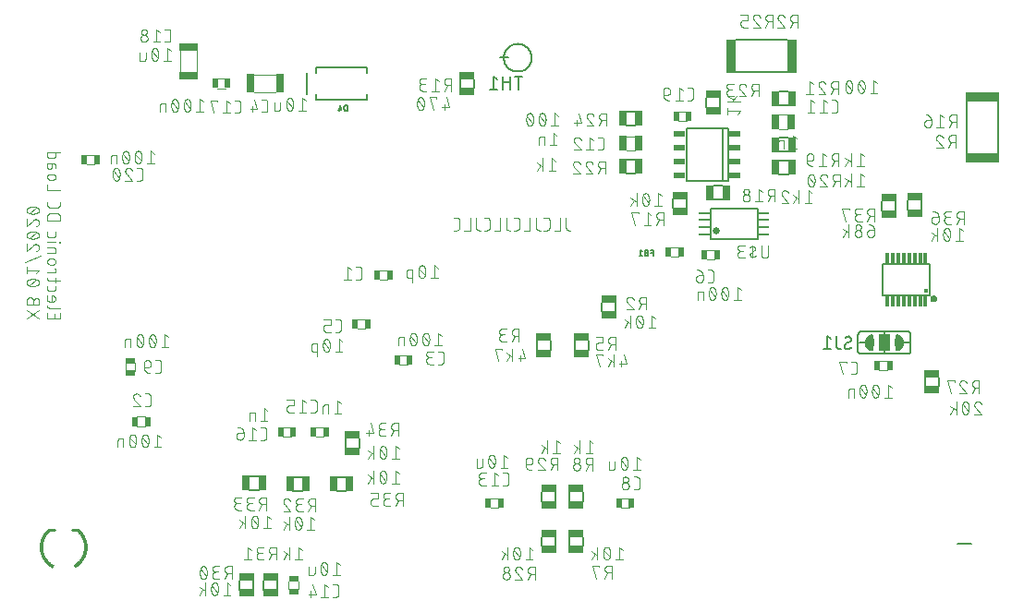
<source format=gbr>
G04 EAGLE Gerber RS-274X export*
G75*
%MOMM*%
%FSLAX34Y34*%
%LPD*%
%INSilkscreen Bottom*%
%IPPOS*%
%AMOC8*
5,1,8,0,0,1.08239X$1,22.5*%
G01*
%ADD10C,0.101600*%
%ADD11R,0.500100X0.950000*%
%ADD12R,0.750100X1.450100*%
%ADD13R,0.950000X0.500100*%
%ADD14R,0.750100X1.700000*%
%ADD15C,0.203200*%
%ADD16C,0.127000*%
%ADD17R,1.100000X0.490000*%
%ADD18C,0.152400*%
%ADD19R,1.400000X0.650000*%
%ADD20R,3.100100X0.849900*%
%ADD21R,0.650000X1.400000*%
%ADD22R,0.849900X3.100100*%
%ADD23R,1.016000X1.524000*%
%ADD24C,0.000000*%
%ADD25C,0.400000*%
%ADD26R,0.300000X0.975000*%
%ADD27C,0.650000*%
%ADD28R,1.000000X0.250000*%
%ADD29R,1.700000X0.750100*%
%ADD30C,0.025400*%
%ADD31C,0.254000*%

G36*
X883170Y349430D02*
X883170Y349430D01*
X883172Y349432D01*
X883173Y349431D01*
X883844Y349666D01*
X883845Y349667D01*
X883846Y349667D01*
X884448Y350045D01*
X884449Y350047D01*
X884451Y350047D01*
X884953Y350549D01*
X884953Y350551D01*
X884955Y350552D01*
X885333Y351154D01*
X885333Y351155D01*
X885334Y351156D01*
X885569Y351827D01*
X885569Y351829D01*
X885570Y351830D01*
X885604Y352130D01*
X885604Y352131D01*
X885605Y352142D01*
X885641Y352465D01*
X885643Y352477D01*
X885649Y352536D01*
X885649Y352537D01*
X885648Y352538D01*
X885649Y352539D01*
X885570Y353245D01*
X885568Y353247D01*
X885569Y353248D01*
X885334Y353919D01*
X885333Y353920D01*
X885333Y353921D01*
X884955Y354523D01*
X884953Y354524D01*
X884953Y354526D01*
X884451Y355028D01*
X884449Y355028D01*
X884448Y355030D01*
X883846Y355408D01*
X883845Y355408D01*
X883844Y355409D01*
X883173Y355644D01*
X883171Y355644D01*
X883170Y355645D01*
X882464Y355724D01*
X882462Y355723D01*
X882461Y355724D01*
X881755Y355645D01*
X881753Y355643D01*
X881752Y355644D01*
X881081Y355409D01*
X881080Y355408D01*
X881079Y355408D01*
X880477Y355030D01*
X880476Y355028D01*
X880474Y355028D01*
X879972Y354526D01*
X879972Y354524D01*
X879970Y354523D01*
X879592Y353921D01*
X879592Y353920D01*
X879591Y353919D01*
X879356Y353248D01*
X879357Y353246D01*
X879355Y353245D01*
X879342Y353124D01*
X879340Y353112D01*
X879304Y352790D01*
X879303Y352778D01*
X879276Y352539D01*
X879277Y352537D01*
X879276Y352536D01*
X879355Y351830D01*
X879357Y351828D01*
X879356Y351827D01*
X879591Y351156D01*
X879592Y351155D01*
X879592Y351154D01*
X879970Y350552D01*
X879972Y350551D01*
X879972Y350549D01*
X880474Y350047D01*
X880476Y350047D01*
X880477Y350045D01*
X881079Y349667D01*
X881080Y349667D01*
X881081Y349666D01*
X881752Y349431D01*
X881754Y349432D01*
X881755Y349430D01*
X882461Y349351D01*
X882463Y349352D01*
X882464Y349351D01*
X883170Y349430D01*
G37*
D10*
X545643Y426992D02*
X545643Y417904D01*
X545644Y417904D02*
X545646Y417805D01*
X545652Y417705D01*
X545661Y417606D01*
X545674Y417508D01*
X545691Y417410D01*
X545712Y417312D01*
X545737Y417216D01*
X545765Y417121D01*
X545797Y417027D01*
X545832Y416934D01*
X545871Y416842D01*
X545914Y416752D01*
X545959Y416664D01*
X546009Y416577D01*
X546061Y416493D01*
X546117Y416410D01*
X546175Y416330D01*
X546237Y416252D01*
X546302Y416177D01*
X546370Y416104D01*
X546440Y416034D01*
X546513Y415966D01*
X546588Y415901D01*
X546666Y415839D01*
X546746Y415781D01*
X546829Y415725D01*
X546913Y415673D01*
X547000Y415623D01*
X547088Y415578D01*
X547178Y415535D01*
X547270Y415496D01*
X547363Y415461D01*
X547457Y415429D01*
X547552Y415401D01*
X547648Y415376D01*
X547746Y415355D01*
X547844Y415338D01*
X547942Y415325D01*
X548041Y415316D01*
X548141Y415310D01*
X548240Y415308D01*
X549538Y415308D01*
X539966Y415308D02*
X539966Y426992D01*
X539966Y415308D02*
X534773Y415308D01*
X527900Y415308D02*
X525304Y415308D01*
X527900Y415308D02*
X527999Y415310D01*
X528099Y415316D01*
X528198Y415325D01*
X528296Y415338D01*
X528394Y415355D01*
X528492Y415376D01*
X528588Y415401D01*
X528683Y415429D01*
X528777Y415461D01*
X528870Y415496D01*
X528962Y415535D01*
X529052Y415578D01*
X529140Y415623D01*
X529227Y415673D01*
X529311Y415725D01*
X529394Y415781D01*
X529474Y415839D01*
X529552Y415901D01*
X529627Y415966D01*
X529700Y416034D01*
X529770Y416104D01*
X529838Y416177D01*
X529903Y416252D01*
X529965Y416330D01*
X530023Y416410D01*
X530079Y416493D01*
X530131Y416577D01*
X530181Y416664D01*
X530226Y416752D01*
X530269Y416842D01*
X530308Y416934D01*
X530343Y417027D01*
X530375Y417121D01*
X530403Y417216D01*
X530428Y417312D01*
X530449Y417410D01*
X530466Y417508D01*
X530479Y417606D01*
X530488Y417705D01*
X530494Y417805D01*
X530496Y417904D01*
X530497Y417904D02*
X530497Y424396D01*
X530496Y424396D02*
X530494Y424495D01*
X530488Y424595D01*
X530479Y424694D01*
X530466Y424792D01*
X530449Y424890D01*
X530428Y424988D01*
X530403Y425084D01*
X530375Y425179D01*
X530343Y425273D01*
X530308Y425366D01*
X530269Y425458D01*
X530226Y425548D01*
X530181Y425636D01*
X530131Y425723D01*
X530079Y425807D01*
X530023Y425890D01*
X529965Y425970D01*
X529903Y426048D01*
X529838Y426123D01*
X529770Y426196D01*
X529700Y426266D01*
X529627Y426334D01*
X529552Y426399D01*
X529474Y426461D01*
X529394Y426519D01*
X529311Y426575D01*
X529227Y426627D01*
X529140Y426677D01*
X529052Y426722D01*
X528962Y426765D01*
X528870Y426804D01*
X528777Y426839D01*
X528683Y426871D01*
X528588Y426899D01*
X528492Y426924D01*
X528394Y426945D01*
X528296Y426962D01*
X528198Y426975D01*
X528099Y426984D01*
X527999Y426990D01*
X527900Y426992D01*
X525304Y426992D01*
X518211Y426992D02*
X518211Y417904D01*
X518212Y417904D02*
X518214Y417805D01*
X518220Y417705D01*
X518229Y417606D01*
X518242Y417508D01*
X518259Y417410D01*
X518280Y417312D01*
X518305Y417216D01*
X518333Y417121D01*
X518365Y417027D01*
X518400Y416934D01*
X518439Y416842D01*
X518482Y416752D01*
X518527Y416664D01*
X518577Y416577D01*
X518629Y416493D01*
X518685Y416410D01*
X518743Y416330D01*
X518805Y416252D01*
X518870Y416177D01*
X518938Y416104D01*
X519008Y416034D01*
X519081Y415966D01*
X519156Y415901D01*
X519234Y415839D01*
X519314Y415781D01*
X519397Y415725D01*
X519481Y415673D01*
X519568Y415623D01*
X519656Y415578D01*
X519746Y415535D01*
X519838Y415496D01*
X519931Y415461D01*
X520025Y415429D01*
X520120Y415401D01*
X520216Y415376D01*
X520314Y415355D01*
X520412Y415338D01*
X520510Y415325D01*
X520609Y415316D01*
X520709Y415310D01*
X520808Y415308D01*
X522106Y415308D01*
X512534Y415308D02*
X512534Y426992D01*
X512534Y415308D02*
X507341Y415308D01*
X500468Y415308D02*
X497872Y415308D01*
X500468Y415308D02*
X500567Y415310D01*
X500667Y415316D01*
X500766Y415325D01*
X500864Y415338D01*
X500962Y415355D01*
X501060Y415376D01*
X501156Y415401D01*
X501251Y415429D01*
X501345Y415461D01*
X501438Y415496D01*
X501530Y415535D01*
X501620Y415578D01*
X501708Y415623D01*
X501795Y415673D01*
X501879Y415725D01*
X501962Y415781D01*
X502042Y415839D01*
X502120Y415901D01*
X502195Y415966D01*
X502268Y416034D01*
X502338Y416104D01*
X502406Y416177D01*
X502471Y416252D01*
X502533Y416330D01*
X502591Y416410D01*
X502647Y416493D01*
X502699Y416577D01*
X502749Y416664D01*
X502794Y416752D01*
X502837Y416842D01*
X502876Y416934D01*
X502911Y417027D01*
X502943Y417121D01*
X502971Y417216D01*
X502996Y417312D01*
X503017Y417410D01*
X503034Y417508D01*
X503047Y417606D01*
X503056Y417705D01*
X503062Y417805D01*
X503064Y417904D01*
X503065Y417904D02*
X503065Y424396D01*
X503064Y424396D02*
X503062Y424495D01*
X503056Y424595D01*
X503047Y424694D01*
X503034Y424792D01*
X503017Y424890D01*
X502996Y424988D01*
X502971Y425084D01*
X502943Y425179D01*
X502911Y425273D01*
X502876Y425366D01*
X502837Y425458D01*
X502794Y425548D01*
X502749Y425636D01*
X502699Y425723D01*
X502647Y425807D01*
X502591Y425890D01*
X502533Y425970D01*
X502471Y426048D01*
X502406Y426123D01*
X502338Y426196D01*
X502268Y426266D01*
X502195Y426334D01*
X502120Y426399D01*
X502042Y426461D01*
X501962Y426519D01*
X501879Y426575D01*
X501795Y426627D01*
X501708Y426677D01*
X501620Y426722D01*
X501530Y426765D01*
X501438Y426804D01*
X501345Y426839D01*
X501251Y426871D01*
X501156Y426899D01*
X501060Y426924D01*
X500962Y426945D01*
X500864Y426962D01*
X500766Y426975D01*
X500667Y426984D01*
X500567Y426990D01*
X500468Y426992D01*
X497872Y426992D01*
X490779Y426992D02*
X490779Y417904D01*
X490780Y417904D02*
X490782Y417805D01*
X490788Y417705D01*
X490797Y417606D01*
X490810Y417508D01*
X490827Y417410D01*
X490848Y417312D01*
X490873Y417216D01*
X490901Y417121D01*
X490933Y417027D01*
X490968Y416934D01*
X491007Y416842D01*
X491050Y416752D01*
X491095Y416664D01*
X491145Y416577D01*
X491197Y416493D01*
X491253Y416410D01*
X491311Y416330D01*
X491373Y416252D01*
X491438Y416177D01*
X491506Y416104D01*
X491576Y416034D01*
X491649Y415966D01*
X491724Y415901D01*
X491802Y415839D01*
X491882Y415781D01*
X491965Y415725D01*
X492049Y415673D01*
X492136Y415623D01*
X492224Y415578D01*
X492314Y415535D01*
X492406Y415496D01*
X492499Y415461D01*
X492593Y415429D01*
X492688Y415401D01*
X492784Y415376D01*
X492882Y415355D01*
X492980Y415338D01*
X493078Y415325D01*
X493177Y415316D01*
X493277Y415310D01*
X493376Y415308D01*
X494674Y415308D01*
X485102Y415308D02*
X485102Y426992D01*
X485102Y415308D02*
X479909Y415308D01*
X473036Y415308D02*
X470440Y415308D01*
X473036Y415308D02*
X473135Y415310D01*
X473235Y415316D01*
X473334Y415325D01*
X473432Y415338D01*
X473530Y415355D01*
X473628Y415376D01*
X473724Y415401D01*
X473819Y415429D01*
X473913Y415461D01*
X474006Y415496D01*
X474098Y415535D01*
X474188Y415578D01*
X474276Y415623D01*
X474363Y415673D01*
X474447Y415725D01*
X474530Y415781D01*
X474610Y415839D01*
X474688Y415901D01*
X474763Y415966D01*
X474836Y416034D01*
X474906Y416104D01*
X474974Y416177D01*
X475039Y416252D01*
X475101Y416330D01*
X475159Y416410D01*
X475215Y416493D01*
X475267Y416577D01*
X475317Y416664D01*
X475362Y416752D01*
X475405Y416842D01*
X475444Y416934D01*
X475479Y417027D01*
X475511Y417121D01*
X475539Y417216D01*
X475564Y417312D01*
X475585Y417410D01*
X475602Y417508D01*
X475615Y417606D01*
X475624Y417705D01*
X475630Y417805D01*
X475632Y417904D01*
X475633Y417904D02*
X475633Y424396D01*
X475632Y424396D02*
X475630Y424495D01*
X475624Y424595D01*
X475615Y424694D01*
X475602Y424792D01*
X475585Y424890D01*
X475564Y424988D01*
X475539Y425084D01*
X475511Y425179D01*
X475479Y425273D01*
X475444Y425366D01*
X475405Y425458D01*
X475362Y425548D01*
X475317Y425636D01*
X475267Y425723D01*
X475215Y425807D01*
X475159Y425890D01*
X475101Y425970D01*
X475039Y426048D01*
X474974Y426123D01*
X474906Y426196D01*
X474836Y426266D01*
X474763Y426334D01*
X474688Y426399D01*
X474610Y426461D01*
X474530Y426519D01*
X474447Y426575D01*
X474363Y426627D01*
X474276Y426677D01*
X474188Y426722D01*
X474098Y426765D01*
X474006Y426804D01*
X473913Y426839D01*
X473819Y426871D01*
X473724Y426899D01*
X473628Y426924D01*
X473530Y426945D01*
X473432Y426962D01*
X473334Y426975D01*
X473235Y426984D01*
X473135Y426990D01*
X473036Y426992D01*
X470440Y426992D01*
X463347Y426992D02*
X463347Y417904D01*
X463348Y417904D02*
X463350Y417805D01*
X463356Y417705D01*
X463365Y417606D01*
X463378Y417508D01*
X463395Y417410D01*
X463416Y417312D01*
X463441Y417216D01*
X463469Y417121D01*
X463501Y417027D01*
X463536Y416934D01*
X463575Y416842D01*
X463618Y416752D01*
X463663Y416664D01*
X463713Y416577D01*
X463765Y416493D01*
X463821Y416410D01*
X463879Y416330D01*
X463941Y416252D01*
X464006Y416177D01*
X464074Y416104D01*
X464144Y416034D01*
X464217Y415966D01*
X464292Y415901D01*
X464370Y415839D01*
X464450Y415781D01*
X464533Y415725D01*
X464617Y415673D01*
X464704Y415623D01*
X464792Y415578D01*
X464882Y415535D01*
X464974Y415496D01*
X465067Y415461D01*
X465161Y415429D01*
X465256Y415401D01*
X465352Y415376D01*
X465450Y415355D01*
X465548Y415338D01*
X465646Y415325D01*
X465745Y415316D01*
X465845Y415310D01*
X465944Y415308D01*
X467242Y415308D01*
X457670Y415308D02*
X457670Y426992D01*
X457670Y415308D02*
X452477Y415308D01*
X445604Y415308D02*
X443008Y415308D01*
X445604Y415308D02*
X445703Y415310D01*
X445803Y415316D01*
X445902Y415325D01*
X446000Y415338D01*
X446098Y415355D01*
X446196Y415376D01*
X446292Y415401D01*
X446387Y415429D01*
X446481Y415461D01*
X446574Y415496D01*
X446666Y415535D01*
X446756Y415578D01*
X446844Y415623D01*
X446931Y415673D01*
X447015Y415725D01*
X447098Y415781D01*
X447178Y415839D01*
X447256Y415901D01*
X447331Y415966D01*
X447404Y416034D01*
X447474Y416104D01*
X447542Y416177D01*
X447607Y416252D01*
X447669Y416330D01*
X447727Y416410D01*
X447783Y416493D01*
X447835Y416577D01*
X447885Y416664D01*
X447930Y416752D01*
X447973Y416842D01*
X448012Y416934D01*
X448047Y417027D01*
X448079Y417121D01*
X448107Y417216D01*
X448132Y417312D01*
X448153Y417410D01*
X448170Y417508D01*
X448183Y417606D01*
X448192Y417705D01*
X448198Y417805D01*
X448200Y417904D01*
X448201Y417904D02*
X448201Y424396D01*
X448200Y424396D02*
X448198Y424495D01*
X448192Y424595D01*
X448183Y424694D01*
X448170Y424792D01*
X448153Y424890D01*
X448132Y424988D01*
X448107Y425084D01*
X448079Y425179D01*
X448047Y425273D01*
X448012Y425366D01*
X447973Y425458D01*
X447930Y425548D01*
X447885Y425636D01*
X447835Y425723D01*
X447783Y425807D01*
X447727Y425890D01*
X447669Y425970D01*
X447607Y426048D01*
X447542Y426123D01*
X447474Y426196D01*
X447404Y426266D01*
X447331Y426334D01*
X447256Y426399D01*
X447178Y426461D01*
X447098Y426519D01*
X447015Y426575D01*
X446931Y426627D01*
X446844Y426677D01*
X446756Y426722D01*
X446666Y426765D01*
X446574Y426804D01*
X446481Y426839D01*
X446387Y426871D01*
X446292Y426899D01*
X446196Y426924D01*
X446098Y426945D01*
X446000Y426962D01*
X445902Y426975D01*
X445803Y426984D01*
X445703Y426990D01*
X445604Y426992D01*
X443008Y426992D01*
X70308Y339740D02*
X70308Y334547D01*
X81992Y334547D01*
X81992Y339740D01*
X76799Y338441D02*
X76799Y334547D01*
X72255Y344086D02*
X81992Y344086D01*
X72255Y344086D02*
X72168Y344088D01*
X72080Y344094D01*
X71994Y344104D01*
X71907Y344117D01*
X71822Y344135D01*
X71737Y344156D01*
X71653Y344181D01*
X71571Y344210D01*
X71490Y344243D01*
X71410Y344279D01*
X71332Y344318D01*
X71256Y344362D01*
X71182Y344408D01*
X71111Y344458D01*
X71041Y344511D01*
X70974Y344567D01*
X70910Y344626D01*
X70848Y344688D01*
X70789Y344752D01*
X70733Y344819D01*
X70680Y344889D01*
X70630Y344960D01*
X70584Y345034D01*
X70540Y345110D01*
X70501Y345188D01*
X70465Y345268D01*
X70432Y345349D01*
X70403Y345431D01*
X70378Y345515D01*
X70357Y345600D01*
X70339Y345685D01*
X70326Y345772D01*
X70316Y345858D01*
X70310Y345946D01*
X70308Y346033D01*
X70308Y351980D02*
X70308Y355225D01*
X70308Y351980D02*
X70310Y351893D01*
X70316Y351805D01*
X70326Y351719D01*
X70339Y351632D01*
X70357Y351547D01*
X70378Y351462D01*
X70403Y351378D01*
X70432Y351296D01*
X70465Y351215D01*
X70501Y351135D01*
X70540Y351057D01*
X70584Y350981D01*
X70630Y350907D01*
X70680Y350836D01*
X70733Y350766D01*
X70789Y350699D01*
X70848Y350635D01*
X70910Y350573D01*
X70974Y350514D01*
X71041Y350458D01*
X71111Y350405D01*
X71182Y350355D01*
X71256Y350309D01*
X71332Y350265D01*
X71410Y350226D01*
X71490Y350190D01*
X71571Y350157D01*
X71653Y350128D01*
X71737Y350103D01*
X71822Y350082D01*
X71907Y350064D01*
X71994Y350051D01*
X72080Y350041D01*
X72168Y350035D01*
X72255Y350033D01*
X72255Y350032D02*
X75501Y350032D01*
X75501Y350033D02*
X75602Y350035D01*
X75702Y350041D01*
X75802Y350051D01*
X75902Y350064D01*
X76001Y350082D01*
X76100Y350103D01*
X76197Y350128D01*
X76294Y350157D01*
X76389Y350190D01*
X76483Y350226D01*
X76575Y350266D01*
X76666Y350309D01*
X76755Y350356D01*
X76842Y350406D01*
X76928Y350460D01*
X77011Y350517D01*
X77091Y350577D01*
X77170Y350640D01*
X77246Y350707D01*
X77319Y350776D01*
X77389Y350848D01*
X77457Y350922D01*
X77522Y350999D01*
X77583Y351079D01*
X77642Y351161D01*
X77697Y351245D01*
X77749Y351331D01*
X77798Y351419D01*
X77843Y351509D01*
X77885Y351601D01*
X77923Y351694D01*
X77957Y351789D01*
X77988Y351884D01*
X78015Y351981D01*
X78038Y352079D01*
X78058Y352178D01*
X78073Y352278D01*
X78085Y352378D01*
X78093Y352478D01*
X78097Y352579D01*
X78097Y352679D01*
X78093Y352780D01*
X78085Y352880D01*
X78073Y352980D01*
X78058Y353080D01*
X78038Y353179D01*
X78015Y353277D01*
X77988Y353374D01*
X77957Y353469D01*
X77923Y353564D01*
X77885Y353657D01*
X77843Y353749D01*
X77798Y353839D01*
X77749Y353927D01*
X77697Y354013D01*
X77642Y354097D01*
X77583Y354179D01*
X77522Y354259D01*
X77457Y354336D01*
X77389Y354410D01*
X77319Y354482D01*
X77246Y354551D01*
X77170Y354618D01*
X77091Y354681D01*
X77011Y354741D01*
X76928Y354798D01*
X76842Y354852D01*
X76755Y354902D01*
X76666Y354949D01*
X76575Y354992D01*
X76483Y355032D01*
X76389Y355068D01*
X76294Y355101D01*
X76197Y355130D01*
X76100Y355155D01*
X76001Y355176D01*
X75902Y355194D01*
X75802Y355207D01*
X75702Y355217D01*
X75602Y355223D01*
X75501Y355225D01*
X74203Y355225D01*
X74203Y350032D01*
X70308Y361899D02*
X70308Y364495D01*
X70308Y361899D02*
X70310Y361812D01*
X70316Y361724D01*
X70326Y361638D01*
X70339Y361551D01*
X70357Y361466D01*
X70378Y361381D01*
X70403Y361297D01*
X70432Y361215D01*
X70465Y361134D01*
X70501Y361054D01*
X70540Y360976D01*
X70584Y360900D01*
X70630Y360826D01*
X70680Y360755D01*
X70733Y360685D01*
X70789Y360618D01*
X70848Y360554D01*
X70910Y360492D01*
X70974Y360433D01*
X71041Y360377D01*
X71111Y360324D01*
X71182Y360274D01*
X71256Y360228D01*
X71332Y360184D01*
X71410Y360145D01*
X71490Y360109D01*
X71571Y360076D01*
X71653Y360047D01*
X71737Y360022D01*
X71822Y360001D01*
X71907Y359983D01*
X71994Y359970D01*
X72080Y359960D01*
X72168Y359954D01*
X72255Y359952D01*
X76150Y359952D01*
X76237Y359954D01*
X76325Y359960D01*
X76411Y359970D01*
X76498Y359983D01*
X76583Y360001D01*
X76668Y360022D01*
X76752Y360047D01*
X76834Y360076D01*
X76915Y360109D01*
X76995Y360145D01*
X77073Y360184D01*
X77149Y360228D01*
X77223Y360274D01*
X77294Y360324D01*
X77364Y360377D01*
X77431Y360433D01*
X77495Y360492D01*
X77557Y360554D01*
X77616Y360618D01*
X77672Y360685D01*
X77725Y360755D01*
X77775Y360826D01*
X77821Y360900D01*
X77865Y360976D01*
X77904Y361054D01*
X77940Y361134D01*
X77973Y361215D01*
X78002Y361297D01*
X78027Y361381D01*
X78048Y361466D01*
X78066Y361551D01*
X78079Y361638D01*
X78089Y361724D01*
X78095Y361812D01*
X78097Y361899D01*
X78097Y364495D01*
X78097Y367734D02*
X78097Y371629D01*
X81992Y369032D02*
X72255Y369032D01*
X72168Y369034D01*
X72080Y369040D01*
X71994Y369050D01*
X71907Y369063D01*
X71822Y369081D01*
X71737Y369102D01*
X71653Y369127D01*
X71571Y369156D01*
X71490Y369189D01*
X71410Y369225D01*
X71332Y369264D01*
X71256Y369308D01*
X71182Y369354D01*
X71111Y369404D01*
X71041Y369457D01*
X70974Y369513D01*
X70910Y369572D01*
X70848Y369634D01*
X70789Y369698D01*
X70733Y369765D01*
X70680Y369835D01*
X70630Y369906D01*
X70584Y369980D01*
X70540Y370056D01*
X70501Y370134D01*
X70465Y370214D01*
X70432Y370295D01*
X70403Y370377D01*
X70378Y370461D01*
X70357Y370546D01*
X70339Y370631D01*
X70326Y370718D01*
X70316Y370804D01*
X70310Y370892D01*
X70308Y370979D01*
X70308Y371629D01*
X70308Y376388D02*
X78097Y376388D01*
X78097Y380282D01*
X76799Y380282D01*
X75501Y383941D02*
X72904Y383941D01*
X75501Y383942D02*
X75602Y383944D01*
X75702Y383950D01*
X75802Y383960D01*
X75902Y383973D01*
X76001Y383991D01*
X76100Y384012D01*
X76197Y384037D01*
X76294Y384066D01*
X76389Y384099D01*
X76483Y384135D01*
X76575Y384175D01*
X76666Y384218D01*
X76755Y384265D01*
X76842Y384315D01*
X76928Y384369D01*
X77011Y384426D01*
X77091Y384486D01*
X77170Y384549D01*
X77246Y384616D01*
X77319Y384685D01*
X77389Y384757D01*
X77457Y384831D01*
X77522Y384908D01*
X77583Y384988D01*
X77642Y385070D01*
X77697Y385154D01*
X77749Y385240D01*
X77798Y385328D01*
X77843Y385418D01*
X77885Y385510D01*
X77923Y385603D01*
X77957Y385698D01*
X77988Y385793D01*
X78015Y385890D01*
X78038Y385988D01*
X78058Y386087D01*
X78073Y386187D01*
X78085Y386287D01*
X78093Y386387D01*
X78097Y386488D01*
X78097Y386588D01*
X78093Y386689D01*
X78085Y386789D01*
X78073Y386889D01*
X78058Y386989D01*
X78038Y387088D01*
X78015Y387186D01*
X77988Y387283D01*
X77957Y387378D01*
X77923Y387473D01*
X77885Y387566D01*
X77843Y387658D01*
X77798Y387748D01*
X77749Y387836D01*
X77697Y387922D01*
X77642Y388006D01*
X77583Y388088D01*
X77522Y388168D01*
X77457Y388245D01*
X77389Y388319D01*
X77319Y388391D01*
X77246Y388460D01*
X77170Y388527D01*
X77091Y388590D01*
X77011Y388650D01*
X76928Y388707D01*
X76842Y388761D01*
X76755Y388811D01*
X76666Y388858D01*
X76575Y388901D01*
X76483Y388941D01*
X76389Y388977D01*
X76294Y389010D01*
X76197Y389039D01*
X76100Y389064D01*
X76001Y389085D01*
X75902Y389103D01*
X75802Y389116D01*
X75702Y389126D01*
X75602Y389132D01*
X75501Y389134D01*
X72904Y389134D01*
X72803Y389132D01*
X72703Y389126D01*
X72603Y389116D01*
X72503Y389103D01*
X72404Y389085D01*
X72305Y389064D01*
X72208Y389039D01*
X72111Y389010D01*
X72016Y388977D01*
X71922Y388941D01*
X71830Y388901D01*
X71739Y388858D01*
X71650Y388811D01*
X71563Y388761D01*
X71477Y388707D01*
X71394Y388650D01*
X71314Y388590D01*
X71235Y388527D01*
X71159Y388460D01*
X71086Y388391D01*
X71016Y388319D01*
X70948Y388245D01*
X70883Y388168D01*
X70822Y388088D01*
X70763Y388006D01*
X70708Y387922D01*
X70656Y387836D01*
X70607Y387748D01*
X70562Y387658D01*
X70520Y387566D01*
X70482Y387473D01*
X70448Y387378D01*
X70417Y387283D01*
X70390Y387186D01*
X70367Y387088D01*
X70347Y386989D01*
X70332Y386889D01*
X70320Y386789D01*
X70312Y386689D01*
X70308Y386588D01*
X70308Y386488D01*
X70312Y386387D01*
X70320Y386287D01*
X70332Y386187D01*
X70347Y386087D01*
X70367Y385988D01*
X70390Y385890D01*
X70417Y385793D01*
X70448Y385698D01*
X70482Y385603D01*
X70520Y385510D01*
X70562Y385418D01*
X70607Y385328D01*
X70656Y385240D01*
X70708Y385154D01*
X70763Y385070D01*
X70822Y384988D01*
X70883Y384908D01*
X70948Y384831D01*
X71016Y384757D01*
X71086Y384685D01*
X71159Y384616D01*
X71235Y384549D01*
X71314Y384486D01*
X71394Y384426D01*
X71477Y384369D01*
X71563Y384315D01*
X71650Y384265D01*
X71739Y384218D01*
X71830Y384175D01*
X71922Y384135D01*
X72016Y384099D01*
X72111Y384066D01*
X72208Y384037D01*
X72305Y384012D01*
X72404Y383991D01*
X72503Y383973D01*
X72603Y383960D01*
X72703Y383950D01*
X72803Y383944D01*
X72904Y383942D01*
X70308Y394228D02*
X78097Y394228D01*
X78097Y397474D01*
X78095Y397561D01*
X78089Y397649D01*
X78079Y397735D01*
X78066Y397822D01*
X78048Y397907D01*
X78027Y397992D01*
X78002Y398076D01*
X77973Y398158D01*
X77940Y398239D01*
X77904Y398319D01*
X77865Y398397D01*
X77821Y398473D01*
X77775Y398547D01*
X77725Y398618D01*
X77672Y398688D01*
X77616Y398755D01*
X77557Y398819D01*
X77495Y398881D01*
X77431Y398940D01*
X77364Y398996D01*
X77294Y399049D01*
X77223Y399099D01*
X77149Y399145D01*
X77073Y399189D01*
X76995Y399228D01*
X76915Y399264D01*
X76834Y399297D01*
X76752Y399326D01*
X76668Y399351D01*
X76583Y399372D01*
X76498Y399390D01*
X76411Y399403D01*
X76325Y399413D01*
X76237Y399419D01*
X76150Y399421D01*
X70308Y399421D01*
X70308Y404445D02*
X78097Y404445D01*
X81343Y404120D02*
X81992Y404120D01*
X81992Y404769D01*
X81343Y404769D01*
X81343Y404120D01*
X70308Y411048D02*
X70308Y413644D01*
X70308Y411048D02*
X70310Y410961D01*
X70316Y410873D01*
X70326Y410787D01*
X70339Y410700D01*
X70357Y410615D01*
X70378Y410530D01*
X70403Y410446D01*
X70432Y410364D01*
X70465Y410283D01*
X70501Y410203D01*
X70540Y410125D01*
X70584Y410049D01*
X70630Y409975D01*
X70680Y409904D01*
X70733Y409834D01*
X70789Y409767D01*
X70848Y409703D01*
X70910Y409641D01*
X70974Y409582D01*
X71041Y409526D01*
X71111Y409473D01*
X71182Y409423D01*
X71256Y409377D01*
X71332Y409333D01*
X71410Y409294D01*
X71490Y409258D01*
X71571Y409225D01*
X71653Y409196D01*
X71737Y409171D01*
X71822Y409150D01*
X71907Y409132D01*
X71994Y409119D01*
X72080Y409109D01*
X72168Y409103D01*
X72255Y409101D01*
X72255Y409100D02*
X76150Y409100D01*
X76150Y409101D02*
X76237Y409103D01*
X76325Y409109D01*
X76411Y409119D01*
X76498Y409132D01*
X76583Y409150D01*
X76668Y409171D01*
X76752Y409196D01*
X76834Y409225D01*
X76915Y409258D01*
X76995Y409294D01*
X77073Y409333D01*
X77149Y409377D01*
X77223Y409423D01*
X77294Y409473D01*
X77364Y409526D01*
X77431Y409582D01*
X77495Y409641D01*
X77557Y409703D01*
X77616Y409767D01*
X77672Y409834D01*
X77725Y409904D01*
X77775Y409975D01*
X77821Y410049D01*
X77865Y410125D01*
X77904Y410203D01*
X77940Y410283D01*
X77973Y410364D01*
X78002Y410446D01*
X78027Y410530D01*
X78048Y410615D01*
X78066Y410700D01*
X78079Y410787D01*
X78089Y410873D01*
X78095Y410961D01*
X78097Y411048D01*
X78097Y413644D01*
X81992Y424440D02*
X70308Y424440D01*
X81992Y424440D02*
X81992Y427686D01*
X81990Y427799D01*
X81984Y427912D01*
X81974Y428025D01*
X81960Y428138D01*
X81943Y428250D01*
X81921Y428361D01*
X81896Y428471D01*
X81866Y428581D01*
X81833Y428689D01*
X81796Y428796D01*
X81756Y428902D01*
X81711Y429006D01*
X81663Y429109D01*
X81612Y429210D01*
X81557Y429309D01*
X81499Y429406D01*
X81437Y429501D01*
X81372Y429594D01*
X81304Y429684D01*
X81233Y429772D01*
X81158Y429858D01*
X81081Y429941D01*
X81001Y430021D01*
X80918Y430098D01*
X80832Y430173D01*
X80744Y430244D01*
X80654Y430312D01*
X80561Y430377D01*
X80466Y430439D01*
X80369Y430497D01*
X80270Y430552D01*
X80169Y430603D01*
X80066Y430651D01*
X79962Y430696D01*
X79856Y430736D01*
X79749Y430773D01*
X79641Y430806D01*
X79531Y430836D01*
X79421Y430861D01*
X79310Y430883D01*
X79198Y430900D01*
X79085Y430914D01*
X78972Y430924D01*
X78859Y430930D01*
X78746Y430932D01*
X78746Y430931D02*
X73554Y430931D01*
X73554Y430932D02*
X73441Y430930D01*
X73328Y430924D01*
X73215Y430914D01*
X73102Y430900D01*
X72990Y430883D01*
X72879Y430861D01*
X72769Y430836D01*
X72659Y430806D01*
X72551Y430773D01*
X72444Y430736D01*
X72338Y430696D01*
X72234Y430651D01*
X72131Y430603D01*
X72030Y430552D01*
X71931Y430497D01*
X71834Y430439D01*
X71739Y430377D01*
X71646Y430312D01*
X71556Y430244D01*
X71468Y430173D01*
X71382Y430098D01*
X71299Y430021D01*
X71219Y429941D01*
X71142Y429858D01*
X71067Y429772D01*
X70996Y429684D01*
X70928Y429594D01*
X70863Y429501D01*
X70801Y429406D01*
X70743Y429309D01*
X70688Y429210D01*
X70637Y429109D01*
X70589Y429006D01*
X70544Y428902D01*
X70504Y428796D01*
X70467Y428689D01*
X70434Y428581D01*
X70404Y428471D01*
X70379Y428361D01*
X70357Y428250D01*
X70340Y428138D01*
X70326Y428025D01*
X70316Y427912D01*
X70310Y427799D01*
X70308Y427686D01*
X70308Y424440D01*
X70308Y438814D02*
X70308Y441411D01*
X70308Y438814D02*
X70310Y438715D01*
X70316Y438615D01*
X70325Y438516D01*
X70338Y438418D01*
X70355Y438320D01*
X70376Y438222D01*
X70401Y438126D01*
X70429Y438031D01*
X70461Y437937D01*
X70496Y437844D01*
X70535Y437752D01*
X70578Y437662D01*
X70623Y437574D01*
X70673Y437487D01*
X70725Y437403D01*
X70781Y437320D01*
X70839Y437240D01*
X70901Y437162D01*
X70966Y437087D01*
X71034Y437014D01*
X71104Y436944D01*
X71177Y436876D01*
X71252Y436811D01*
X71330Y436749D01*
X71410Y436691D01*
X71493Y436635D01*
X71577Y436583D01*
X71664Y436533D01*
X71752Y436488D01*
X71842Y436445D01*
X71934Y436406D01*
X72027Y436371D01*
X72121Y436339D01*
X72216Y436311D01*
X72312Y436286D01*
X72410Y436265D01*
X72508Y436248D01*
X72606Y436235D01*
X72705Y436226D01*
X72805Y436220D01*
X72904Y436218D01*
X79396Y436218D01*
X79495Y436220D01*
X79595Y436226D01*
X79694Y436235D01*
X79792Y436248D01*
X79890Y436265D01*
X79988Y436286D01*
X80084Y436311D01*
X80179Y436339D01*
X80273Y436371D01*
X80366Y436406D01*
X80458Y436445D01*
X80548Y436488D01*
X80636Y436533D01*
X80723Y436583D01*
X80807Y436635D01*
X80890Y436691D01*
X80970Y436749D01*
X81048Y436811D01*
X81123Y436876D01*
X81196Y436944D01*
X81266Y437014D01*
X81334Y437087D01*
X81399Y437162D01*
X81461Y437240D01*
X81519Y437320D01*
X81575Y437403D01*
X81627Y437487D01*
X81677Y437574D01*
X81722Y437662D01*
X81765Y437752D01*
X81804Y437844D01*
X81839Y437936D01*
X81871Y438031D01*
X81899Y438126D01*
X81924Y438222D01*
X81945Y438320D01*
X81962Y438418D01*
X81975Y438516D01*
X81984Y438615D01*
X81990Y438715D01*
X81992Y438814D01*
X81992Y441411D01*
X81992Y452276D02*
X70308Y452276D01*
X70308Y457468D01*
X72904Y461665D02*
X75501Y461665D01*
X75501Y461666D02*
X75602Y461668D01*
X75702Y461674D01*
X75802Y461684D01*
X75902Y461697D01*
X76001Y461715D01*
X76100Y461736D01*
X76197Y461761D01*
X76294Y461790D01*
X76389Y461823D01*
X76483Y461859D01*
X76575Y461899D01*
X76666Y461942D01*
X76755Y461989D01*
X76842Y462039D01*
X76928Y462093D01*
X77011Y462150D01*
X77091Y462210D01*
X77170Y462273D01*
X77246Y462340D01*
X77319Y462409D01*
X77389Y462481D01*
X77457Y462555D01*
X77522Y462632D01*
X77583Y462712D01*
X77642Y462794D01*
X77697Y462878D01*
X77749Y462964D01*
X77798Y463052D01*
X77843Y463142D01*
X77885Y463234D01*
X77923Y463327D01*
X77957Y463422D01*
X77988Y463517D01*
X78015Y463614D01*
X78038Y463712D01*
X78058Y463811D01*
X78073Y463911D01*
X78085Y464011D01*
X78093Y464111D01*
X78097Y464212D01*
X78097Y464312D01*
X78093Y464413D01*
X78085Y464513D01*
X78073Y464613D01*
X78058Y464713D01*
X78038Y464812D01*
X78015Y464910D01*
X77988Y465007D01*
X77957Y465102D01*
X77923Y465197D01*
X77885Y465290D01*
X77843Y465382D01*
X77798Y465472D01*
X77749Y465560D01*
X77697Y465646D01*
X77642Y465730D01*
X77583Y465812D01*
X77522Y465892D01*
X77457Y465969D01*
X77389Y466043D01*
X77319Y466115D01*
X77246Y466184D01*
X77170Y466251D01*
X77091Y466314D01*
X77011Y466374D01*
X76928Y466431D01*
X76842Y466485D01*
X76755Y466535D01*
X76666Y466582D01*
X76575Y466625D01*
X76483Y466665D01*
X76389Y466701D01*
X76294Y466734D01*
X76197Y466763D01*
X76100Y466788D01*
X76001Y466809D01*
X75902Y466827D01*
X75802Y466840D01*
X75702Y466850D01*
X75602Y466856D01*
X75501Y466858D01*
X72904Y466858D01*
X72803Y466856D01*
X72703Y466850D01*
X72603Y466840D01*
X72503Y466827D01*
X72404Y466809D01*
X72305Y466788D01*
X72208Y466763D01*
X72111Y466734D01*
X72016Y466701D01*
X71922Y466665D01*
X71830Y466625D01*
X71739Y466582D01*
X71650Y466535D01*
X71563Y466485D01*
X71477Y466431D01*
X71394Y466374D01*
X71314Y466314D01*
X71235Y466251D01*
X71159Y466184D01*
X71086Y466115D01*
X71016Y466043D01*
X70948Y465969D01*
X70883Y465892D01*
X70822Y465812D01*
X70763Y465730D01*
X70708Y465646D01*
X70656Y465560D01*
X70607Y465472D01*
X70562Y465382D01*
X70520Y465290D01*
X70482Y465197D01*
X70448Y465102D01*
X70417Y465007D01*
X70390Y464910D01*
X70367Y464812D01*
X70347Y464713D01*
X70332Y464613D01*
X70320Y464513D01*
X70312Y464413D01*
X70308Y464312D01*
X70308Y464212D01*
X70312Y464111D01*
X70320Y464011D01*
X70332Y463911D01*
X70347Y463811D01*
X70367Y463712D01*
X70390Y463614D01*
X70417Y463517D01*
X70448Y463422D01*
X70482Y463327D01*
X70520Y463234D01*
X70562Y463142D01*
X70607Y463052D01*
X70656Y462964D01*
X70708Y462878D01*
X70763Y462794D01*
X70822Y462712D01*
X70883Y462632D01*
X70948Y462555D01*
X71016Y462481D01*
X71086Y462409D01*
X71159Y462340D01*
X71235Y462273D01*
X71314Y462210D01*
X71394Y462150D01*
X71477Y462093D01*
X71563Y462039D01*
X71650Y461989D01*
X71739Y461942D01*
X71830Y461899D01*
X71922Y461859D01*
X72016Y461823D01*
X72111Y461790D01*
X72208Y461761D01*
X72305Y461736D01*
X72404Y461715D01*
X72503Y461697D01*
X72603Y461684D01*
X72703Y461674D01*
X72803Y461668D01*
X72904Y461666D01*
X74852Y473784D02*
X74852Y476705D01*
X74852Y473784D02*
X74850Y473690D01*
X74844Y473596D01*
X74835Y473503D01*
X74821Y473410D01*
X74804Y473318D01*
X74782Y473226D01*
X74758Y473136D01*
X74729Y473046D01*
X74697Y472958D01*
X74661Y472871D01*
X74621Y472786D01*
X74578Y472703D01*
X74532Y472621D01*
X74482Y472541D01*
X74429Y472464D01*
X74373Y472389D01*
X74314Y472316D01*
X74252Y472245D01*
X74187Y472177D01*
X74119Y472112D01*
X74048Y472050D01*
X73975Y471991D01*
X73900Y471935D01*
X73823Y471882D01*
X73743Y471832D01*
X73661Y471786D01*
X73578Y471743D01*
X73493Y471703D01*
X73406Y471667D01*
X73318Y471635D01*
X73228Y471606D01*
X73138Y471582D01*
X73046Y471560D01*
X72954Y471543D01*
X72861Y471529D01*
X72768Y471520D01*
X72674Y471514D01*
X72580Y471512D01*
X72486Y471514D01*
X72392Y471520D01*
X72299Y471529D01*
X72206Y471543D01*
X72114Y471560D01*
X72022Y471582D01*
X71932Y471606D01*
X71842Y471635D01*
X71754Y471667D01*
X71667Y471703D01*
X71582Y471743D01*
X71499Y471786D01*
X71417Y471832D01*
X71337Y471882D01*
X71260Y471935D01*
X71185Y471991D01*
X71112Y472050D01*
X71041Y472112D01*
X70973Y472177D01*
X70908Y472245D01*
X70846Y472316D01*
X70787Y472389D01*
X70731Y472464D01*
X70678Y472541D01*
X70628Y472621D01*
X70582Y472703D01*
X70539Y472786D01*
X70499Y472871D01*
X70463Y472958D01*
X70431Y473046D01*
X70402Y473136D01*
X70378Y473226D01*
X70356Y473318D01*
X70339Y473410D01*
X70325Y473503D01*
X70316Y473596D01*
X70310Y473690D01*
X70308Y473784D01*
X70308Y476705D01*
X76150Y476705D01*
X76237Y476703D01*
X76325Y476697D01*
X76411Y476687D01*
X76498Y476674D01*
X76583Y476656D01*
X76668Y476635D01*
X76752Y476610D01*
X76834Y476581D01*
X76915Y476548D01*
X76995Y476512D01*
X77073Y476473D01*
X77149Y476429D01*
X77223Y476383D01*
X77294Y476333D01*
X77364Y476280D01*
X77431Y476224D01*
X77495Y476165D01*
X77557Y476103D01*
X77616Y476039D01*
X77672Y475972D01*
X77725Y475902D01*
X77775Y475831D01*
X77821Y475757D01*
X77865Y475681D01*
X77904Y475603D01*
X77940Y475523D01*
X77973Y475442D01*
X78002Y475360D01*
X78027Y475276D01*
X78048Y475191D01*
X78066Y475106D01*
X78079Y475019D01*
X78089Y474933D01*
X78095Y474845D01*
X78097Y474758D01*
X78097Y472161D01*
X81992Y486992D02*
X70308Y486992D01*
X70308Y483746D01*
X70310Y483659D01*
X70316Y483571D01*
X70326Y483485D01*
X70339Y483398D01*
X70357Y483313D01*
X70378Y483228D01*
X70403Y483144D01*
X70432Y483062D01*
X70465Y482981D01*
X70501Y482901D01*
X70540Y482823D01*
X70584Y482747D01*
X70630Y482673D01*
X70680Y482602D01*
X70733Y482532D01*
X70789Y482465D01*
X70848Y482401D01*
X70910Y482339D01*
X70974Y482280D01*
X71041Y482224D01*
X71111Y482171D01*
X71182Y482121D01*
X71256Y482075D01*
X71332Y482031D01*
X71410Y481992D01*
X71490Y481956D01*
X71571Y481923D01*
X71653Y481894D01*
X71737Y481869D01*
X71822Y481848D01*
X71907Y481830D01*
X71994Y481817D01*
X72080Y481807D01*
X72168Y481801D01*
X72255Y481799D01*
X76150Y481799D01*
X76237Y481801D01*
X76325Y481807D01*
X76411Y481817D01*
X76498Y481830D01*
X76583Y481848D01*
X76668Y481869D01*
X76752Y481894D01*
X76834Y481923D01*
X76915Y481956D01*
X76995Y481992D01*
X77073Y482031D01*
X77149Y482075D01*
X77223Y482121D01*
X77294Y482171D01*
X77364Y482224D01*
X77431Y482280D01*
X77495Y482339D01*
X77557Y482401D01*
X77616Y482465D01*
X77672Y482532D01*
X77725Y482602D01*
X77775Y482673D01*
X77821Y482747D01*
X77865Y482823D01*
X77904Y482901D01*
X77940Y482981D01*
X77973Y483062D01*
X78002Y483144D01*
X78027Y483228D01*
X78048Y483313D01*
X78066Y483398D01*
X78079Y483485D01*
X78089Y483571D01*
X78095Y483659D01*
X78097Y483746D01*
X78097Y486992D01*
X62942Y342336D02*
X51258Y334547D01*
X51258Y342336D02*
X62942Y334547D01*
X57749Y347176D02*
X57749Y350422D01*
X57750Y350422D02*
X57748Y350535D01*
X57742Y350648D01*
X57732Y350761D01*
X57718Y350874D01*
X57701Y350986D01*
X57679Y351097D01*
X57654Y351207D01*
X57624Y351317D01*
X57591Y351425D01*
X57554Y351532D01*
X57514Y351638D01*
X57469Y351742D01*
X57421Y351845D01*
X57370Y351946D01*
X57315Y352045D01*
X57257Y352142D01*
X57195Y352237D01*
X57130Y352330D01*
X57062Y352420D01*
X56991Y352508D01*
X56916Y352594D01*
X56839Y352677D01*
X56759Y352757D01*
X56676Y352834D01*
X56590Y352909D01*
X56502Y352980D01*
X56412Y353048D01*
X56319Y353113D01*
X56224Y353175D01*
X56127Y353233D01*
X56028Y353288D01*
X55927Y353339D01*
X55824Y353387D01*
X55720Y353432D01*
X55614Y353472D01*
X55507Y353509D01*
X55399Y353542D01*
X55289Y353572D01*
X55179Y353597D01*
X55068Y353619D01*
X54956Y353636D01*
X54843Y353650D01*
X54730Y353660D01*
X54617Y353666D01*
X54504Y353668D01*
X54391Y353666D01*
X54278Y353660D01*
X54165Y353650D01*
X54052Y353636D01*
X53940Y353619D01*
X53829Y353597D01*
X53719Y353572D01*
X53609Y353542D01*
X53501Y353509D01*
X53394Y353472D01*
X53288Y353432D01*
X53184Y353387D01*
X53081Y353339D01*
X52980Y353288D01*
X52881Y353233D01*
X52784Y353175D01*
X52689Y353113D01*
X52596Y353048D01*
X52506Y352980D01*
X52418Y352909D01*
X52332Y352834D01*
X52249Y352757D01*
X52169Y352677D01*
X52092Y352594D01*
X52017Y352508D01*
X51946Y352420D01*
X51878Y352330D01*
X51813Y352237D01*
X51751Y352142D01*
X51693Y352045D01*
X51638Y351946D01*
X51587Y351845D01*
X51539Y351742D01*
X51494Y351638D01*
X51454Y351532D01*
X51417Y351425D01*
X51384Y351317D01*
X51354Y351207D01*
X51329Y351097D01*
X51307Y350986D01*
X51290Y350874D01*
X51276Y350761D01*
X51266Y350648D01*
X51260Y350535D01*
X51258Y350422D01*
X51258Y347176D01*
X62942Y347176D01*
X62942Y350422D01*
X62940Y350523D01*
X62934Y350623D01*
X62924Y350723D01*
X62911Y350823D01*
X62893Y350922D01*
X62872Y351021D01*
X62847Y351118D01*
X62818Y351215D01*
X62785Y351310D01*
X62749Y351404D01*
X62709Y351496D01*
X62666Y351587D01*
X62619Y351676D01*
X62569Y351763D01*
X62515Y351849D01*
X62458Y351932D01*
X62398Y352012D01*
X62335Y352091D01*
X62268Y352167D01*
X62199Y352240D01*
X62127Y352310D01*
X62053Y352378D01*
X61976Y352443D01*
X61896Y352504D01*
X61814Y352563D01*
X61730Y352618D01*
X61644Y352670D01*
X61556Y352719D01*
X61466Y352764D01*
X61374Y352806D01*
X61281Y352844D01*
X61186Y352878D01*
X61091Y352909D01*
X60994Y352936D01*
X60896Y352959D01*
X60797Y352979D01*
X60697Y352994D01*
X60597Y353006D01*
X60497Y353014D01*
X60396Y353018D01*
X60296Y353018D01*
X60195Y353014D01*
X60095Y353006D01*
X59995Y352994D01*
X59895Y352979D01*
X59796Y352959D01*
X59698Y352936D01*
X59601Y352909D01*
X59506Y352878D01*
X59411Y352844D01*
X59318Y352806D01*
X59226Y352764D01*
X59136Y352719D01*
X59048Y352670D01*
X58962Y352618D01*
X58878Y352563D01*
X58796Y352504D01*
X58716Y352443D01*
X58639Y352378D01*
X58565Y352310D01*
X58493Y352240D01*
X58424Y352167D01*
X58357Y352091D01*
X58294Y352012D01*
X58234Y351932D01*
X58177Y351849D01*
X58123Y351763D01*
X58073Y351676D01*
X58026Y351587D01*
X57983Y351496D01*
X57943Y351404D01*
X57907Y351310D01*
X57874Y351215D01*
X57845Y351118D01*
X57820Y351021D01*
X57799Y350922D01*
X57781Y350823D01*
X57768Y350723D01*
X57758Y350623D01*
X57752Y350523D01*
X57750Y350422D01*
X57100Y364152D02*
X57330Y364155D01*
X57560Y364163D01*
X57789Y364177D01*
X58018Y364196D01*
X58247Y364221D01*
X58474Y364251D01*
X58702Y364286D01*
X58928Y364327D01*
X59153Y364373D01*
X59377Y364425D01*
X59599Y364482D01*
X59821Y364544D01*
X60040Y364612D01*
X60258Y364685D01*
X60475Y364763D01*
X60689Y364846D01*
X60901Y364934D01*
X61111Y365027D01*
X61319Y365126D01*
X61319Y365125D02*
X61409Y365158D01*
X61498Y365194D01*
X61586Y365234D01*
X61671Y365278D01*
X61755Y365325D01*
X61837Y365375D01*
X61917Y365429D01*
X61994Y365485D01*
X62070Y365545D01*
X62143Y365608D01*
X62213Y365673D01*
X62281Y365742D01*
X62345Y365813D01*
X62407Y365886D01*
X62466Y365962D01*
X62522Y366040D01*
X62575Y366121D01*
X62624Y366203D01*
X62670Y366287D01*
X62713Y366374D01*
X62752Y366461D01*
X62788Y366551D01*
X62820Y366641D01*
X62848Y366733D01*
X62873Y366826D01*
X62894Y366920D01*
X62911Y367014D01*
X62925Y367109D01*
X62934Y367205D01*
X62940Y367301D01*
X62942Y367397D01*
X62940Y367493D01*
X62934Y367589D01*
X62925Y367685D01*
X62911Y367780D01*
X62894Y367874D01*
X62873Y367968D01*
X62848Y368061D01*
X62820Y368153D01*
X62788Y368243D01*
X62752Y368333D01*
X62713Y368420D01*
X62670Y368507D01*
X62624Y368591D01*
X62575Y368673D01*
X62522Y368754D01*
X62466Y368832D01*
X62407Y368908D01*
X62345Y368981D01*
X62281Y369052D01*
X62213Y369121D01*
X62143Y369186D01*
X62070Y369249D01*
X61994Y369309D01*
X61917Y369365D01*
X61837Y369419D01*
X61755Y369469D01*
X61671Y369516D01*
X61586Y369560D01*
X61498Y369600D01*
X61409Y369636D01*
X61319Y369669D01*
X61112Y369768D01*
X60902Y369861D01*
X60689Y369949D01*
X60475Y370032D01*
X60259Y370110D01*
X60041Y370183D01*
X59821Y370251D01*
X59600Y370313D01*
X59377Y370370D01*
X59153Y370422D01*
X58928Y370468D01*
X58702Y370509D01*
X58475Y370544D01*
X58247Y370574D01*
X58018Y370599D01*
X57789Y370618D01*
X57560Y370632D01*
X57330Y370640D01*
X57100Y370643D01*
X57100Y364151D02*
X56870Y364154D01*
X56640Y364162D01*
X56411Y364176D01*
X56182Y364195D01*
X55953Y364220D01*
X55725Y364250D01*
X55498Y364285D01*
X55272Y364326D01*
X55047Y364372D01*
X54823Y364424D01*
X54600Y364481D01*
X54379Y364543D01*
X54159Y364611D01*
X53941Y364684D01*
X53725Y364762D01*
X53511Y364845D01*
X53299Y364933D01*
X53088Y365026D01*
X52881Y365125D01*
X52791Y365158D01*
X52702Y365194D01*
X52614Y365235D01*
X52529Y365278D01*
X52445Y365325D01*
X52363Y365375D01*
X52283Y365429D01*
X52206Y365485D01*
X52130Y365545D01*
X52057Y365608D01*
X51987Y365673D01*
X51919Y365742D01*
X51855Y365813D01*
X51793Y365886D01*
X51734Y365962D01*
X51678Y366040D01*
X51625Y366121D01*
X51576Y366203D01*
X51530Y366287D01*
X51487Y366374D01*
X51448Y366461D01*
X51412Y366551D01*
X51380Y366641D01*
X51352Y366733D01*
X51327Y366826D01*
X51306Y366920D01*
X51289Y367014D01*
X51275Y367109D01*
X51266Y367205D01*
X51260Y367301D01*
X51258Y367397D01*
X52881Y369669D02*
X53088Y369768D01*
X53299Y369861D01*
X53511Y369949D01*
X53725Y370032D01*
X53941Y370110D01*
X54159Y370183D01*
X54379Y370251D01*
X54600Y370313D01*
X54823Y370370D01*
X55047Y370422D01*
X55272Y370468D01*
X55498Y370509D01*
X55725Y370544D01*
X55953Y370574D01*
X56182Y370599D01*
X56411Y370618D01*
X56640Y370632D01*
X56870Y370640D01*
X57100Y370643D01*
X52881Y369669D02*
X52791Y369636D01*
X52702Y369600D01*
X52614Y369560D01*
X52529Y369516D01*
X52445Y369469D01*
X52363Y369419D01*
X52283Y369365D01*
X52206Y369309D01*
X52130Y369249D01*
X52057Y369186D01*
X51987Y369121D01*
X51919Y369052D01*
X51855Y368981D01*
X51793Y368908D01*
X51734Y368832D01*
X51678Y368754D01*
X51625Y368673D01*
X51576Y368591D01*
X51530Y368507D01*
X51487Y368420D01*
X51448Y368333D01*
X51412Y368243D01*
X51380Y368153D01*
X51352Y368061D01*
X51327Y367968D01*
X51306Y367874D01*
X51289Y367780D01*
X51275Y367685D01*
X51266Y367589D01*
X51260Y367493D01*
X51258Y367397D01*
X53854Y364801D02*
X60346Y369994D01*
X60346Y375582D02*
X62942Y378827D01*
X51258Y378827D01*
X51258Y375582D02*
X51258Y382073D01*
X49960Y386518D02*
X64240Y391711D01*
X62942Y399726D02*
X62940Y399833D01*
X62934Y399939D01*
X62924Y400045D01*
X62911Y400151D01*
X62893Y400257D01*
X62872Y400361D01*
X62847Y400465D01*
X62818Y400568D01*
X62786Y400669D01*
X62749Y400769D01*
X62709Y400868D01*
X62666Y400966D01*
X62619Y401062D01*
X62568Y401156D01*
X62514Y401248D01*
X62457Y401338D01*
X62397Y401426D01*
X62333Y401511D01*
X62266Y401594D01*
X62196Y401675D01*
X62124Y401753D01*
X62048Y401829D01*
X61970Y401901D01*
X61889Y401971D01*
X61806Y402038D01*
X61721Y402102D01*
X61633Y402162D01*
X61543Y402219D01*
X61451Y402273D01*
X61357Y402324D01*
X61261Y402371D01*
X61163Y402414D01*
X61064Y402454D01*
X60964Y402491D01*
X60863Y402523D01*
X60760Y402552D01*
X60656Y402577D01*
X60552Y402598D01*
X60446Y402616D01*
X60340Y402629D01*
X60234Y402639D01*
X60128Y402645D01*
X60021Y402647D01*
X62942Y399726D02*
X62940Y399605D01*
X62934Y399484D01*
X62924Y399364D01*
X62911Y399243D01*
X62893Y399124D01*
X62872Y399004D01*
X62847Y398886D01*
X62818Y398769D01*
X62785Y398652D01*
X62749Y398537D01*
X62708Y398423D01*
X62665Y398310D01*
X62617Y398198D01*
X62566Y398089D01*
X62511Y397981D01*
X62453Y397874D01*
X62392Y397770D01*
X62327Y397668D01*
X62259Y397568D01*
X62188Y397470D01*
X62114Y397374D01*
X62037Y397281D01*
X61956Y397191D01*
X61873Y397103D01*
X61787Y397018D01*
X61698Y396935D01*
X61607Y396856D01*
X61513Y396779D01*
X61417Y396706D01*
X61319Y396636D01*
X61218Y396569D01*
X61115Y396505D01*
X61010Y396445D01*
X60903Y396388D01*
X60795Y396334D01*
X60685Y396284D01*
X60573Y396238D01*
X60460Y396195D01*
X60345Y396156D01*
X57749Y401673D02*
X57826Y401752D01*
X57907Y401828D01*
X57990Y401901D01*
X58075Y401971D01*
X58163Y402038D01*
X58253Y402102D01*
X58345Y402162D01*
X58440Y402219D01*
X58536Y402273D01*
X58634Y402324D01*
X58734Y402371D01*
X58836Y402415D01*
X58939Y402455D01*
X59043Y402491D01*
X59149Y402523D01*
X59255Y402552D01*
X59363Y402577D01*
X59471Y402599D01*
X59581Y402616D01*
X59690Y402630D01*
X59800Y402639D01*
X59911Y402645D01*
X60021Y402647D01*
X57749Y401673D02*
X51258Y396156D01*
X51258Y402647D01*
X57100Y407586D02*
X57330Y407589D01*
X57560Y407597D01*
X57789Y407611D01*
X58018Y407630D01*
X58247Y407655D01*
X58474Y407685D01*
X58702Y407720D01*
X58928Y407761D01*
X59153Y407807D01*
X59377Y407859D01*
X59599Y407916D01*
X59821Y407978D01*
X60040Y408046D01*
X60258Y408119D01*
X60475Y408197D01*
X60689Y408280D01*
X60901Y408368D01*
X61111Y408461D01*
X61319Y408560D01*
X61319Y408559D02*
X61409Y408592D01*
X61498Y408628D01*
X61586Y408668D01*
X61671Y408712D01*
X61755Y408759D01*
X61837Y408809D01*
X61917Y408863D01*
X61994Y408919D01*
X62070Y408979D01*
X62143Y409042D01*
X62213Y409107D01*
X62281Y409176D01*
X62345Y409247D01*
X62407Y409320D01*
X62466Y409396D01*
X62522Y409474D01*
X62575Y409555D01*
X62624Y409637D01*
X62670Y409721D01*
X62713Y409808D01*
X62752Y409895D01*
X62788Y409985D01*
X62820Y410075D01*
X62848Y410167D01*
X62873Y410260D01*
X62894Y410354D01*
X62911Y410448D01*
X62925Y410543D01*
X62934Y410639D01*
X62940Y410735D01*
X62942Y410831D01*
X62940Y410927D01*
X62934Y411023D01*
X62925Y411119D01*
X62911Y411214D01*
X62894Y411308D01*
X62873Y411402D01*
X62848Y411495D01*
X62820Y411587D01*
X62788Y411677D01*
X62752Y411767D01*
X62713Y411854D01*
X62670Y411941D01*
X62624Y412025D01*
X62575Y412107D01*
X62522Y412188D01*
X62466Y412266D01*
X62407Y412342D01*
X62345Y412415D01*
X62281Y412486D01*
X62213Y412555D01*
X62143Y412620D01*
X62070Y412683D01*
X61994Y412743D01*
X61917Y412799D01*
X61837Y412853D01*
X61755Y412903D01*
X61671Y412950D01*
X61586Y412994D01*
X61498Y413034D01*
X61409Y413070D01*
X61319Y413103D01*
X61112Y413202D01*
X60902Y413295D01*
X60689Y413383D01*
X60475Y413466D01*
X60259Y413544D01*
X60041Y413617D01*
X59821Y413685D01*
X59600Y413747D01*
X59377Y413804D01*
X59153Y413856D01*
X58928Y413902D01*
X58702Y413943D01*
X58475Y413978D01*
X58247Y414008D01*
X58018Y414033D01*
X57789Y414052D01*
X57560Y414066D01*
X57330Y414074D01*
X57100Y414077D01*
X57100Y407585D02*
X56870Y407588D01*
X56640Y407596D01*
X56411Y407610D01*
X56182Y407629D01*
X55953Y407654D01*
X55725Y407684D01*
X55498Y407719D01*
X55272Y407760D01*
X55047Y407806D01*
X54823Y407858D01*
X54600Y407915D01*
X54379Y407977D01*
X54159Y408045D01*
X53941Y408118D01*
X53725Y408196D01*
X53511Y408279D01*
X53299Y408367D01*
X53088Y408460D01*
X52881Y408559D01*
X52791Y408592D01*
X52702Y408628D01*
X52614Y408669D01*
X52529Y408712D01*
X52445Y408759D01*
X52363Y408809D01*
X52283Y408863D01*
X52206Y408919D01*
X52130Y408979D01*
X52057Y409042D01*
X51987Y409107D01*
X51919Y409176D01*
X51855Y409247D01*
X51793Y409320D01*
X51734Y409396D01*
X51678Y409474D01*
X51625Y409555D01*
X51576Y409637D01*
X51530Y409721D01*
X51487Y409808D01*
X51448Y409895D01*
X51412Y409985D01*
X51380Y410075D01*
X51352Y410167D01*
X51327Y410260D01*
X51306Y410354D01*
X51289Y410448D01*
X51275Y410543D01*
X51266Y410639D01*
X51260Y410735D01*
X51258Y410831D01*
X52881Y413103D02*
X53088Y413202D01*
X53299Y413295D01*
X53511Y413383D01*
X53725Y413466D01*
X53941Y413544D01*
X54159Y413617D01*
X54379Y413685D01*
X54600Y413747D01*
X54823Y413804D01*
X55047Y413856D01*
X55272Y413902D01*
X55498Y413943D01*
X55725Y413978D01*
X55953Y414008D01*
X56182Y414033D01*
X56411Y414052D01*
X56640Y414066D01*
X56870Y414074D01*
X57100Y414077D01*
X52881Y413103D02*
X52791Y413070D01*
X52702Y413034D01*
X52614Y412994D01*
X52529Y412950D01*
X52445Y412903D01*
X52363Y412853D01*
X52283Y412799D01*
X52206Y412743D01*
X52130Y412683D01*
X52057Y412620D01*
X51987Y412555D01*
X51919Y412486D01*
X51855Y412415D01*
X51793Y412342D01*
X51734Y412266D01*
X51678Y412188D01*
X51625Y412107D01*
X51576Y412025D01*
X51530Y411941D01*
X51487Y411854D01*
X51448Y411767D01*
X51412Y411677D01*
X51380Y411587D01*
X51352Y411495D01*
X51327Y411402D01*
X51306Y411308D01*
X51289Y411214D01*
X51275Y411119D01*
X51266Y411023D01*
X51260Y410927D01*
X51258Y410831D01*
X53854Y408235D02*
X60346Y413428D01*
X62942Y422586D02*
X62940Y422693D01*
X62934Y422799D01*
X62924Y422905D01*
X62911Y423011D01*
X62893Y423117D01*
X62872Y423221D01*
X62847Y423325D01*
X62818Y423428D01*
X62786Y423529D01*
X62749Y423629D01*
X62709Y423728D01*
X62666Y423826D01*
X62619Y423922D01*
X62568Y424016D01*
X62514Y424108D01*
X62457Y424198D01*
X62397Y424286D01*
X62333Y424371D01*
X62266Y424454D01*
X62196Y424535D01*
X62124Y424613D01*
X62048Y424689D01*
X61970Y424761D01*
X61889Y424831D01*
X61806Y424898D01*
X61721Y424962D01*
X61633Y425022D01*
X61543Y425079D01*
X61451Y425133D01*
X61357Y425184D01*
X61261Y425231D01*
X61163Y425274D01*
X61064Y425314D01*
X60964Y425351D01*
X60863Y425383D01*
X60760Y425412D01*
X60656Y425437D01*
X60552Y425458D01*
X60446Y425476D01*
X60340Y425489D01*
X60234Y425499D01*
X60128Y425505D01*
X60021Y425507D01*
X62942Y422586D02*
X62940Y422465D01*
X62934Y422344D01*
X62924Y422224D01*
X62911Y422103D01*
X62893Y421984D01*
X62872Y421864D01*
X62847Y421746D01*
X62818Y421629D01*
X62785Y421512D01*
X62749Y421397D01*
X62708Y421283D01*
X62665Y421170D01*
X62617Y421058D01*
X62566Y420949D01*
X62511Y420841D01*
X62453Y420734D01*
X62392Y420630D01*
X62327Y420528D01*
X62259Y420428D01*
X62188Y420330D01*
X62114Y420234D01*
X62037Y420141D01*
X61956Y420051D01*
X61873Y419963D01*
X61787Y419878D01*
X61698Y419795D01*
X61607Y419716D01*
X61513Y419639D01*
X61417Y419566D01*
X61319Y419496D01*
X61218Y419429D01*
X61115Y419365D01*
X61010Y419305D01*
X60903Y419248D01*
X60795Y419194D01*
X60685Y419144D01*
X60573Y419098D01*
X60460Y419055D01*
X60345Y419016D01*
X57749Y424533D02*
X57826Y424612D01*
X57907Y424688D01*
X57990Y424761D01*
X58075Y424831D01*
X58163Y424898D01*
X58253Y424962D01*
X58345Y425022D01*
X58440Y425079D01*
X58536Y425133D01*
X58634Y425184D01*
X58734Y425231D01*
X58836Y425275D01*
X58939Y425315D01*
X59043Y425351D01*
X59149Y425383D01*
X59255Y425412D01*
X59363Y425437D01*
X59471Y425459D01*
X59581Y425476D01*
X59690Y425490D01*
X59800Y425499D01*
X59911Y425505D01*
X60021Y425507D01*
X57749Y424533D02*
X51258Y419016D01*
X51258Y425507D01*
X57100Y430446D02*
X57330Y430449D01*
X57560Y430457D01*
X57789Y430471D01*
X58018Y430490D01*
X58247Y430515D01*
X58474Y430545D01*
X58702Y430580D01*
X58928Y430621D01*
X59153Y430667D01*
X59377Y430719D01*
X59599Y430776D01*
X59821Y430838D01*
X60040Y430906D01*
X60258Y430979D01*
X60475Y431057D01*
X60689Y431140D01*
X60901Y431228D01*
X61111Y431321D01*
X61319Y431420D01*
X61319Y431419D02*
X61409Y431452D01*
X61498Y431488D01*
X61586Y431528D01*
X61671Y431572D01*
X61755Y431619D01*
X61837Y431669D01*
X61917Y431723D01*
X61994Y431779D01*
X62070Y431839D01*
X62143Y431902D01*
X62213Y431967D01*
X62281Y432036D01*
X62345Y432107D01*
X62407Y432180D01*
X62466Y432256D01*
X62522Y432334D01*
X62575Y432415D01*
X62624Y432497D01*
X62670Y432581D01*
X62713Y432668D01*
X62752Y432755D01*
X62788Y432845D01*
X62820Y432935D01*
X62848Y433027D01*
X62873Y433120D01*
X62894Y433214D01*
X62911Y433308D01*
X62925Y433403D01*
X62934Y433499D01*
X62940Y433595D01*
X62942Y433691D01*
X62940Y433787D01*
X62934Y433883D01*
X62925Y433979D01*
X62911Y434074D01*
X62894Y434168D01*
X62873Y434262D01*
X62848Y434355D01*
X62820Y434447D01*
X62788Y434537D01*
X62752Y434627D01*
X62713Y434714D01*
X62670Y434801D01*
X62624Y434885D01*
X62575Y434967D01*
X62522Y435048D01*
X62466Y435126D01*
X62407Y435202D01*
X62345Y435275D01*
X62281Y435346D01*
X62213Y435415D01*
X62143Y435480D01*
X62070Y435543D01*
X61994Y435603D01*
X61917Y435659D01*
X61837Y435713D01*
X61755Y435763D01*
X61671Y435810D01*
X61586Y435854D01*
X61498Y435894D01*
X61409Y435930D01*
X61319Y435963D01*
X61112Y436062D01*
X60902Y436155D01*
X60689Y436243D01*
X60475Y436326D01*
X60259Y436404D01*
X60041Y436477D01*
X59821Y436545D01*
X59600Y436607D01*
X59377Y436664D01*
X59153Y436716D01*
X58928Y436762D01*
X58702Y436803D01*
X58475Y436838D01*
X58247Y436868D01*
X58018Y436893D01*
X57789Y436912D01*
X57560Y436926D01*
X57330Y436934D01*
X57100Y436937D01*
X57100Y430445D02*
X56870Y430448D01*
X56640Y430456D01*
X56411Y430470D01*
X56182Y430489D01*
X55953Y430514D01*
X55725Y430544D01*
X55498Y430579D01*
X55272Y430620D01*
X55047Y430666D01*
X54823Y430718D01*
X54600Y430775D01*
X54379Y430837D01*
X54159Y430905D01*
X53941Y430978D01*
X53725Y431056D01*
X53511Y431139D01*
X53299Y431227D01*
X53088Y431320D01*
X52881Y431419D01*
X52791Y431452D01*
X52702Y431488D01*
X52614Y431529D01*
X52529Y431572D01*
X52445Y431619D01*
X52363Y431669D01*
X52283Y431723D01*
X52206Y431779D01*
X52130Y431839D01*
X52057Y431902D01*
X51987Y431967D01*
X51919Y432036D01*
X51855Y432107D01*
X51793Y432180D01*
X51734Y432256D01*
X51678Y432334D01*
X51625Y432415D01*
X51576Y432497D01*
X51530Y432581D01*
X51487Y432668D01*
X51448Y432755D01*
X51412Y432845D01*
X51380Y432935D01*
X51352Y433027D01*
X51327Y433120D01*
X51306Y433214D01*
X51289Y433308D01*
X51275Y433403D01*
X51266Y433499D01*
X51260Y433595D01*
X51258Y433691D01*
X52881Y435963D02*
X53088Y436062D01*
X53299Y436155D01*
X53511Y436243D01*
X53725Y436326D01*
X53941Y436404D01*
X54159Y436477D01*
X54379Y436545D01*
X54600Y436607D01*
X54823Y436664D01*
X55047Y436716D01*
X55272Y436762D01*
X55498Y436803D01*
X55725Y436838D01*
X55953Y436868D01*
X56182Y436893D01*
X56411Y436912D01*
X56640Y436926D01*
X56870Y436934D01*
X57100Y436937D01*
X52881Y435963D02*
X52791Y435930D01*
X52702Y435894D01*
X52614Y435854D01*
X52529Y435810D01*
X52445Y435763D01*
X52363Y435713D01*
X52283Y435659D01*
X52206Y435603D01*
X52130Y435543D01*
X52057Y435480D01*
X51987Y435415D01*
X51919Y435346D01*
X51855Y435275D01*
X51793Y435202D01*
X51734Y435126D01*
X51678Y435048D01*
X51625Y434967D01*
X51576Y434885D01*
X51530Y434801D01*
X51487Y434714D01*
X51448Y434627D01*
X51412Y434537D01*
X51380Y434447D01*
X51352Y434355D01*
X51327Y434262D01*
X51306Y434168D01*
X51289Y434074D01*
X51275Y433979D01*
X51266Y433883D01*
X51260Y433787D01*
X51258Y433691D01*
X53854Y431095D02*
X60346Y436288D01*
X374690Y370280D02*
X381810Y370280D01*
X381810Y378790D02*
X374690Y378790D01*
D11*
X372369Y374549D03*
X384053Y374549D03*
D10*
X355861Y370058D02*
X353264Y370058D01*
X355861Y370058D02*
X355960Y370060D01*
X356060Y370066D01*
X356159Y370075D01*
X356257Y370088D01*
X356355Y370105D01*
X356453Y370126D01*
X356549Y370151D01*
X356644Y370179D01*
X356738Y370211D01*
X356831Y370246D01*
X356923Y370285D01*
X357013Y370328D01*
X357101Y370373D01*
X357188Y370423D01*
X357272Y370475D01*
X357355Y370531D01*
X357435Y370589D01*
X357513Y370651D01*
X357588Y370716D01*
X357661Y370784D01*
X357731Y370854D01*
X357799Y370927D01*
X357864Y371002D01*
X357926Y371080D01*
X357984Y371160D01*
X358040Y371243D01*
X358092Y371327D01*
X358142Y371414D01*
X358187Y371502D01*
X358230Y371592D01*
X358269Y371684D01*
X358304Y371777D01*
X358336Y371871D01*
X358364Y371966D01*
X358389Y372062D01*
X358410Y372160D01*
X358427Y372258D01*
X358440Y372356D01*
X358449Y372455D01*
X358455Y372555D01*
X358457Y372654D01*
X358457Y379146D01*
X358455Y379245D01*
X358449Y379345D01*
X358440Y379444D01*
X358427Y379542D01*
X358410Y379640D01*
X358389Y379738D01*
X358364Y379834D01*
X358336Y379929D01*
X358304Y380023D01*
X358269Y380116D01*
X358230Y380208D01*
X358187Y380298D01*
X358142Y380386D01*
X358092Y380473D01*
X358040Y380557D01*
X357984Y380640D01*
X357926Y380720D01*
X357864Y380798D01*
X357799Y380873D01*
X357731Y380946D01*
X357661Y381016D01*
X357588Y381084D01*
X357513Y381149D01*
X357435Y381211D01*
X357355Y381269D01*
X357272Y381325D01*
X357188Y381377D01*
X357101Y381427D01*
X357013Y381472D01*
X356923Y381515D01*
X356831Y381554D01*
X356738Y381589D01*
X356644Y381621D01*
X356549Y381649D01*
X356453Y381674D01*
X356355Y381695D01*
X356257Y381712D01*
X356159Y381725D01*
X356060Y381734D01*
X355960Y381740D01*
X355861Y381742D01*
X353264Y381742D01*
X348899Y379146D02*
X345654Y381742D01*
X345654Y370058D01*
X348899Y370058D02*
X342408Y370058D01*
X425042Y383142D02*
X428288Y380546D01*
X425042Y383142D02*
X425042Y371458D01*
X421797Y371458D02*
X428288Y371458D01*
X416858Y377300D02*
X416855Y377530D01*
X416847Y377760D01*
X416833Y377989D01*
X416814Y378218D01*
X416789Y378447D01*
X416759Y378675D01*
X416724Y378902D01*
X416683Y379128D01*
X416637Y379353D01*
X416585Y379577D01*
X416528Y379800D01*
X416466Y380021D01*
X416398Y380241D01*
X416325Y380459D01*
X416247Y380675D01*
X416164Y380889D01*
X416076Y381102D01*
X415983Y381312D01*
X415884Y381519D01*
X415851Y381609D01*
X415815Y381698D01*
X415775Y381786D01*
X415731Y381871D01*
X415684Y381955D01*
X415634Y382037D01*
X415580Y382117D01*
X415524Y382194D01*
X415464Y382270D01*
X415401Y382343D01*
X415336Y382413D01*
X415267Y382481D01*
X415196Y382545D01*
X415123Y382607D01*
X415047Y382666D01*
X414969Y382722D01*
X414888Y382775D01*
X414806Y382824D01*
X414722Y382870D01*
X414635Y382913D01*
X414548Y382952D01*
X414458Y382988D01*
X414368Y383020D01*
X414276Y383048D01*
X414183Y383073D01*
X414089Y383094D01*
X413995Y383111D01*
X413900Y383125D01*
X413804Y383134D01*
X413708Y383140D01*
X413612Y383142D01*
X413516Y383140D01*
X413420Y383134D01*
X413324Y383125D01*
X413229Y383111D01*
X413135Y383094D01*
X413041Y383073D01*
X412948Y383048D01*
X412856Y383020D01*
X412766Y382988D01*
X412676Y382952D01*
X412589Y382913D01*
X412502Y382870D01*
X412418Y382824D01*
X412336Y382775D01*
X412255Y382722D01*
X412177Y382666D01*
X412101Y382607D01*
X412028Y382545D01*
X411957Y382481D01*
X411888Y382413D01*
X411823Y382343D01*
X411760Y382270D01*
X411700Y382195D01*
X411644Y382117D01*
X411590Y382037D01*
X411540Y381955D01*
X411493Y381871D01*
X411450Y381786D01*
X411409Y381698D01*
X411373Y381609D01*
X411340Y381519D01*
X411341Y381519D02*
X411242Y381311D01*
X411149Y381101D01*
X411061Y380889D01*
X410978Y380675D01*
X410900Y380458D01*
X410827Y380240D01*
X410759Y380021D01*
X410697Y379799D01*
X410640Y379577D01*
X410588Y379353D01*
X410542Y379128D01*
X410501Y378902D01*
X410466Y378674D01*
X410436Y378447D01*
X410411Y378218D01*
X410392Y377989D01*
X410378Y377760D01*
X410370Y377530D01*
X410367Y377300D01*
X416858Y377300D02*
X416855Y377070D01*
X416847Y376840D01*
X416833Y376611D01*
X416814Y376382D01*
X416789Y376153D01*
X416759Y375925D01*
X416724Y375698D01*
X416683Y375472D01*
X416637Y375247D01*
X416585Y375023D01*
X416528Y374800D01*
X416466Y374579D01*
X416398Y374359D01*
X416325Y374141D01*
X416247Y373925D01*
X416164Y373711D01*
X416076Y373499D01*
X415983Y373288D01*
X415884Y373081D01*
X415851Y372991D01*
X415815Y372902D01*
X415774Y372814D01*
X415731Y372729D01*
X415684Y372645D01*
X415634Y372563D01*
X415580Y372483D01*
X415524Y372406D01*
X415464Y372330D01*
X415401Y372257D01*
X415336Y372187D01*
X415267Y372119D01*
X415196Y372055D01*
X415123Y371993D01*
X415047Y371934D01*
X414969Y371878D01*
X414888Y371825D01*
X414806Y371776D01*
X414722Y371730D01*
X414635Y371687D01*
X414548Y371648D01*
X414458Y371612D01*
X414368Y371580D01*
X414276Y371552D01*
X414183Y371527D01*
X414089Y371506D01*
X413995Y371489D01*
X413900Y371475D01*
X413804Y371466D01*
X413708Y371460D01*
X413612Y371458D01*
X411340Y373081D02*
X411241Y373288D01*
X411148Y373499D01*
X411060Y373711D01*
X410977Y373925D01*
X410899Y374141D01*
X410826Y374359D01*
X410758Y374579D01*
X410696Y374800D01*
X410639Y375023D01*
X410587Y375247D01*
X410541Y375472D01*
X410500Y375698D01*
X410465Y375925D01*
X410435Y376153D01*
X410410Y376382D01*
X410391Y376611D01*
X410377Y376840D01*
X410369Y377070D01*
X410366Y377300D01*
X411340Y373081D02*
X411373Y372991D01*
X411409Y372902D01*
X411450Y372814D01*
X411493Y372729D01*
X411540Y372645D01*
X411590Y372563D01*
X411644Y372483D01*
X411700Y372405D01*
X411760Y372330D01*
X411823Y372257D01*
X411888Y372187D01*
X411957Y372119D01*
X412028Y372055D01*
X412101Y371993D01*
X412177Y371934D01*
X412255Y371878D01*
X412336Y371825D01*
X412418Y371776D01*
X412502Y371730D01*
X412589Y371687D01*
X412676Y371648D01*
X412766Y371612D01*
X412856Y371580D01*
X412948Y371552D01*
X413041Y371527D01*
X413135Y371506D01*
X413229Y371489D01*
X413324Y371475D01*
X413420Y371466D01*
X413516Y371460D01*
X413612Y371458D01*
X416209Y374054D02*
X411016Y380546D01*
X405101Y379247D02*
X405101Y367563D01*
X405101Y379247D02*
X401855Y379247D01*
X401768Y379245D01*
X401680Y379239D01*
X401594Y379229D01*
X401507Y379216D01*
X401422Y379198D01*
X401337Y379177D01*
X401253Y379152D01*
X401171Y379123D01*
X401090Y379090D01*
X401010Y379054D01*
X400932Y379015D01*
X400856Y378971D01*
X400782Y378925D01*
X400711Y378875D01*
X400641Y378822D01*
X400574Y378766D01*
X400510Y378707D01*
X400448Y378646D01*
X400389Y378581D01*
X400333Y378514D01*
X400280Y378444D01*
X400230Y378373D01*
X400184Y378299D01*
X400141Y378223D01*
X400101Y378145D01*
X400065Y378065D01*
X400032Y377984D01*
X400003Y377902D01*
X399978Y377818D01*
X399957Y377733D01*
X399939Y377648D01*
X399926Y377561D01*
X399916Y377475D01*
X399910Y377387D01*
X399908Y377300D01*
X399908Y373405D01*
X399910Y373318D01*
X399916Y373230D01*
X399926Y373144D01*
X399939Y373057D01*
X399957Y372972D01*
X399978Y372887D01*
X400003Y372803D01*
X400032Y372721D01*
X400065Y372640D01*
X400101Y372560D01*
X400140Y372482D01*
X400184Y372406D01*
X400230Y372332D01*
X400280Y372261D01*
X400333Y372191D01*
X400389Y372124D01*
X400448Y372059D01*
X400510Y371998D01*
X400574Y371939D01*
X400641Y371883D01*
X400711Y371830D01*
X400782Y371780D01*
X400856Y371734D01*
X400932Y371690D01*
X401010Y371651D01*
X401090Y371615D01*
X401171Y371582D01*
X401253Y371553D01*
X401337Y371528D01*
X401422Y371507D01*
X401507Y371489D01*
X401594Y371476D01*
X401681Y371466D01*
X401768Y371460D01*
X401855Y371458D01*
X405101Y371458D01*
X741190Y521600D02*
X748810Y521600D01*
X748560Y508400D02*
X741190Y508400D01*
D12*
X752172Y515012D03*
X737694Y515012D03*
D10*
X788999Y523208D02*
X791596Y523208D01*
X791695Y523210D01*
X791795Y523216D01*
X791894Y523225D01*
X791992Y523238D01*
X792090Y523255D01*
X792188Y523276D01*
X792284Y523301D01*
X792379Y523329D01*
X792473Y523361D01*
X792566Y523396D01*
X792658Y523435D01*
X792748Y523478D01*
X792836Y523523D01*
X792923Y523573D01*
X793007Y523625D01*
X793090Y523681D01*
X793170Y523739D01*
X793248Y523801D01*
X793323Y523866D01*
X793396Y523934D01*
X793466Y524004D01*
X793534Y524077D01*
X793599Y524152D01*
X793661Y524230D01*
X793719Y524310D01*
X793775Y524393D01*
X793827Y524477D01*
X793877Y524564D01*
X793922Y524652D01*
X793965Y524742D01*
X794004Y524834D01*
X794039Y524927D01*
X794071Y525021D01*
X794099Y525116D01*
X794124Y525212D01*
X794145Y525310D01*
X794162Y525408D01*
X794175Y525506D01*
X794184Y525605D01*
X794190Y525705D01*
X794192Y525804D01*
X794192Y532296D01*
X794190Y532395D01*
X794184Y532495D01*
X794175Y532594D01*
X794162Y532692D01*
X794145Y532790D01*
X794124Y532888D01*
X794099Y532984D01*
X794071Y533079D01*
X794039Y533173D01*
X794004Y533266D01*
X793965Y533358D01*
X793922Y533448D01*
X793877Y533536D01*
X793827Y533623D01*
X793775Y533707D01*
X793719Y533790D01*
X793661Y533870D01*
X793599Y533948D01*
X793534Y534023D01*
X793466Y534096D01*
X793396Y534166D01*
X793323Y534234D01*
X793248Y534299D01*
X793170Y534361D01*
X793090Y534419D01*
X793007Y534475D01*
X792923Y534527D01*
X792836Y534577D01*
X792748Y534622D01*
X792658Y534665D01*
X792566Y534704D01*
X792473Y534739D01*
X792379Y534771D01*
X792284Y534799D01*
X792188Y534824D01*
X792090Y534845D01*
X791992Y534862D01*
X791894Y534875D01*
X791795Y534884D01*
X791695Y534890D01*
X791596Y534892D01*
X788999Y534892D01*
X784634Y532296D02*
X781388Y534892D01*
X781388Y523208D01*
X778143Y523208D02*
X784634Y523208D01*
X773204Y532296D02*
X769958Y534892D01*
X769958Y523208D01*
X766713Y523208D02*
X773204Y523208D01*
X753946Y501792D02*
X757192Y499196D01*
X753946Y501792D02*
X753946Y490108D01*
X750701Y490108D02*
X757192Y490108D01*
X745494Y490108D02*
X745494Y497897D01*
X742248Y497897D01*
X742161Y497895D01*
X742073Y497889D01*
X741987Y497879D01*
X741900Y497866D01*
X741815Y497848D01*
X741730Y497827D01*
X741646Y497802D01*
X741564Y497773D01*
X741483Y497740D01*
X741403Y497704D01*
X741325Y497665D01*
X741249Y497621D01*
X741175Y497575D01*
X741104Y497525D01*
X741034Y497472D01*
X740967Y497416D01*
X740903Y497357D01*
X740841Y497296D01*
X740782Y497231D01*
X740726Y497164D01*
X740673Y497094D01*
X740623Y497023D01*
X740577Y496949D01*
X740534Y496873D01*
X740494Y496795D01*
X740458Y496715D01*
X740425Y496634D01*
X740396Y496552D01*
X740371Y496468D01*
X740350Y496383D01*
X740332Y496298D01*
X740319Y496211D01*
X740309Y496125D01*
X740303Y496037D01*
X740301Y495950D01*
X740301Y490108D01*
X608810Y488400D02*
X601190Y488400D01*
X601440Y501600D02*
X608810Y501600D01*
D12*
X597829Y494989D03*
X612307Y494989D03*
D10*
X577691Y489108D02*
X575094Y489108D01*
X577691Y489108D02*
X577790Y489110D01*
X577890Y489116D01*
X577989Y489125D01*
X578087Y489138D01*
X578185Y489155D01*
X578283Y489176D01*
X578379Y489201D01*
X578474Y489229D01*
X578568Y489261D01*
X578661Y489296D01*
X578753Y489335D01*
X578843Y489378D01*
X578931Y489423D01*
X579018Y489473D01*
X579102Y489525D01*
X579185Y489581D01*
X579265Y489639D01*
X579343Y489701D01*
X579418Y489766D01*
X579491Y489834D01*
X579561Y489904D01*
X579629Y489977D01*
X579694Y490052D01*
X579756Y490130D01*
X579814Y490210D01*
X579870Y490293D01*
X579922Y490377D01*
X579972Y490464D01*
X580017Y490552D01*
X580060Y490642D01*
X580099Y490734D01*
X580134Y490827D01*
X580166Y490921D01*
X580194Y491016D01*
X580219Y491112D01*
X580240Y491210D01*
X580257Y491308D01*
X580270Y491406D01*
X580279Y491505D01*
X580285Y491605D01*
X580287Y491704D01*
X580287Y498196D01*
X580285Y498295D01*
X580279Y498395D01*
X580270Y498494D01*
X580257Y498592D01*
X580240Y498690D01*
X580219Y498788D01*
X580194Y498884D01*
X580166Y498979D01*
X580134Y499073D01*
X580099Y499166D01*
X580060Y499258D01*
X580017Y499348D01*
X579972Y499436D01*
X579922Y499523D01*
X579870Y499607D01*
X579814Y499690D01*
X579756Y499770D01*
X579694Y499848D01*
X579629Y499923D01*
X579561Y499996D01*
X579491Y500066D01*
X579418Y500134D01*
X579343Y500199D01*
X579265Y500261D01*
X579185Y500319D01*
X579102Y500375D01*
X579018Y500427D01*
X578931Y500477D01*
X578843Y500522D01*
X578753Y500565D01*
X578661Y500604D01*
X578568Y500639D01*
X578474Y500671D01*
X578379Y500699D01*
X578283Y500724D01*
X578185Y500745D01*
X578087Y500762D01*
X577989Y500775D01*
X577890Y500784D01*
X577790Y500790D01*
X577691Y500792D01*
X575094Y500792D01*
X570729Y498196D02*
X567484Y500792D01*
X567484Y489108D01*
X570729Y489108D02*
X564238Y489108D01*
X552808Y497871D02*
X552810Y497978D01*
X552816Y498084D01*
X552826Y498190D01*
X552839Y498296D01*
X552857Y498402D01*
X552878Y498506D01*
X552903Y498610D01*
X552932Y498713D01*
X552964Y498814D01*
X553001Y498914D01*
X553041Y499013D01*
X553084Y499111D01*
X553131Y499207D01*
X553182Y499301D01*
X553236Y499393D01*
X553293Y499483D01*
X553353Y499571D01*
X553417Y499656D01*
X553484Y499739D01*
X553554Y499820D01*
X553626Y499898D01*
X553702Y499974D01*
X553780Y500046D01*
X553861Y500116D01*
X553944Y500183D01*
X554029Y500247D01*
X554117Y500307D01*
X554207Y500364D01*
X554299Y500418D01*
X554393Y500469D01*
X554489Y500516D01*
X554587Y500559D01*
X554686Y500599D01*
X554786Y500636D01*
X554887Y500668D01*
X554990Y500697D01*
X555094Y500722D01*
X555198Y500743D01*
X555304Y500761D01*
X555410Y500774D01*
X555516Y500784D01*
X555622Y500790D01*
X555729Y500792D01*
X555850Y500790D01*
X555971Y500784D01*
X556091Y500774D01*
X556212Y500761D01*
X556331Y500743D01*
X556451Y500722D01*
X556569Y500697D01*
X556686Y500668D01*
X556803Y500635D01*
X556918Y500599D01*
X557032Y500558D01*
X557145Y500515D01*
X557257Y500467D01*
X557366Y500416D01*
X557474Y500361D01*
X557581Y500303D01*
X557685Y500242D01*
X557787Y500177D01*
X557887Y500109D01*
X557985Y500038D01*
X558081Y499964D01*
X558174Y499887D01*
X558264Y499806D01*
X558352Y499723D01*
X558437Y499637D01*
X558520Y499548D01*
X558599Y499457D01*
X558676Y499363D01*
X558749Y499267D01*
X558819Y499169D01*
X558886Y499068D01*
X558950Y498965D01*
X559011Y498860D01*
X559068Y498753D01*
X559121Y498645D01*
X559171Y498535D01*
X559217Y498423D01*
X559260Y498310D01*
X559299Y498195D01*
X553782Y495599D02*
X553703Y495677D01*
X553627Y495757D01*
X553554Y495840D01*
X553484Y495926D01*
X553417Y496013D01*
X553353Y496104D01*
X553293Y496196D01*
X553235Y496290D01*
X553181Y496387D01*
X553131Y496485D01*
X553084Y496585D01*
X553040Y496686D01*
X553000Y496789D01*
X552964Y496894D01*
X552932Y496999D01*
X552903Y497106D01*
X552878Y497213D01*
X552856Y497322D01*
X552839Y497431D01*
X552825Y497540D01*
X552816Y497650D01*
X552810Y497761D01*
X552808Y497871D01*
X553782Y495599D02*
X559299Y489108D01*
X552808Y489108D01*
X537199Y502296D02*
X533953Y504892D01*
X533953Y493208D01*
X530708Y493208D02*
X537199Y493208D01*
X525501Y493208D02*
X525501Y500997D01*
X522255Y500997D01*
X522168Y500995D01*
X522080Y500989D01*
X521994Y500979D01*
X521907Y500966D01*
X521822Y500948D01*
X521737Y500927D01*
X521653Y500902D01*
X521571Y500873D01*
X521490Y500840D01*
X521410Y500804D01*
X521332Y500765D01*
X521256Y500721D01*
X521182Y500675D01*
X521111Y500625D01*
X521041Y500572D01*
X520974Y500516D01*
X520910Y500457D01*
X520848Y500396D01*
X520789Y500331D01*
X520733Y500264D01*
X520680Y500194D01*
X520630Y500123D01*
X520584Y500049D01*
X520541Y499973D01*
X520501Y499895D01*
X520465Y499815D01*
X520432Y499734D01*
X520403Y499652D01*
X520378Y499568D01*
X520357Y499483D01*
X520339Y499398D01*
X520326Y499311D01*
X520316Y499225D01*
X520310Y499137D01*
X520308Y499050D01*
X520308Y493208D01*
X483560Y169320D02*
X476440Y169320D01*
X476440Y160810D02*
X483560Y160810D01*
D11*
X485882Y165051D03*
X474198Y165051D03*
D10*
X487999Y181208D02*
X490596Y181208D01*
X490695Y181210D01*
X490795Y181216D01*
X490894Y181225D01*
X490992Y181238D01*
X491090Y181255D01*
X491188Y181276D01*
X491284Y181301D01*
X491379Y181329D01*
X491473Y181361D01*
X491566Y181396D01*
X491658Y181435D01*
X491748Y181478D01*
X491836Y181523D01*
X491923Y181573D01*
X492007Y181625D01*
X492090Y181681D01*
X492170Y181739D01*
X492248Y181801D01*
X492323Y181866D01*
X492396Y181934D01*
X492466Y182004D01*
X492534Y182077D01*
X492599Y182152D01*
X492661Y182230D01*
X492719Y182310D01*
X492775Y182393D01*
X492827Y182477D01*
X492877Y182564D01*
X492922Y182652D01*
X492965Y182742D01*
X493004Y182834D01*
X493039Y182927D01*
X493071Y183021D01*
X493099Y183116D01*
X493124Y183212D01*
X493145Y183310D01*
X493162Y183408D01*
X493175Y183506D01*
X493184Y183605D01*
X493190Y183705D01*
X493192Y183804D01*
X493192Y190296D01*
X493190Y190395D01*
X493184Y190495D01*
X493175Y190594D01*
X493162Y190692D01*
X493145Y190790D01*
X493124Y190888D01*
X493099Y190984D01*
X493071Y191079D01*
X493039Y191173D01*
X493004Y191266D01*
X492965Y191358D01*
X492922Y191448D01*
X492877Y191536D01*
X492827Y191623D01*
X492775Y191707D01*
X492719Y191790D01*
X492661Y191870D01*
X492599Y191948D01*
X492534Y192023D01*
X492466Y192096D01*
X492396Y192166D01*
X492323Y192234D01*
X492248Y192299D01*
X492170Y192361D01*
X492090Y192419D01*
X492007Y192475D01*
X491923Y192527D01*
X491836Y192577D01*
X491748Y192622D01*
X491658Y192665D01*
X491566Y192704D01*
X491473Y192739D01*
X491379Y192771D01*
X491284Y192799D01*
X491188Y192824D01*
X491090Y192845D01*
X490992Y192862D01*
X490894Y192875D01*
X490795Y192884D01*
X490695Y192890D01*
X490596Y192892D01*
X487999Y192892D01*
X483634Y190296D02*
X480388Y192892D01*
X480388Y181208D01*
X477143Y181208D02*
X483634Y181208D01*
X472204Y181208D02*
X468958Y181208D01*
X468845Y181210D01*
X468732Y181216D01*
X468619Y181226D01*
X468506Y181240D01*
X468394Y181257D01*
X468283Y181279D01*
X468173Y181304D01*
X468063Y181334D01*
X467955Y181367D01*
X467848Y181404D01*
X467742Y181444D01*
X467638Y181489D01*
X467535Y181537D01*
X467434Y181588D01*
X467335Y181643D01*
X467238Y181701D01*
X467143Y181763D01*
X467050Y181828D01*
X466960Y181896D01*
X466872Y181967D01*
X466786Y182042D01*
X466703Y182119D01*
X466623Y182199D01*
X466546Y182282D01*
X466471Y182368D01*
X466400Y182456D01*
X466332Y182546D01*
X466267Y182639D01*
X466205Y182734D01*
X466147Y182831D01*
X466092Y182930D01*
X466041Y183031D01*
X465993Y183134D01*
X465948Y183238D01*
X465908Y183344D01*
X465871Y183451D01*
X465838Y183559D01*
X465808Y183669D01*
X465783Y183779D01*
X465761Y183890D01*
X465744Y184002D01*
X465730Y184115D01*
X465720Y184228D01*
X465714Y184341D01*
X465712Y184454D01*
X465714Y184567D01*
X465720Y184680D01*
X465730Y184793D01*
X465744Y184906D01*
X465761Y185018D01*
X465783Y185129D01*
X465808Y185239D01*
X465838Y185349D01*
X465871Y185457D01*
X465908Y185564D01*
X465948Y185670D01*
X465993Y185774D01*
X466041Y185877D01*
X466092Y185978D01*
X466147Y186077D01*
X466205Y186174D01*
X466267Y186269D01*
X466332Y186362D01*
X466400Y186452D01*
X466471Y186540D01*
X466546Y186626D01*
X466623Y186709D01*
X466703Y186789D01*
X466786Y186866D01*
X466872Y186941D01*
X466960Y187012D01*
X467050Y187080D01*
X467143Y187145D01*
X467238Y187207D01*
X467335Y187265D01*
X467434Y187320D01*
X467535Y187371D01*
X467638Y187419D01*
X467742Y187464D01*
X467848Y187504D01*
X467955Y187541D01*
X468063Y187574D01*
X468173Y187604D01*
X468283Y187629D01*
X468394Y187651D01*
X468506Y187668D01*
X468619Y187682D01*
X468732Y187692D01*
X468845Y187698D01*
X468958Y187700D01*
X468309Y192892D02*
X472204Y192892D01*
X468309Y192892D02*
X468208Y192890D01*
X468108Y192884D01*
X468008Y192874D01*
X467908Y192861D01*
X467809Y192843D01*
X467710Y192822D01*
X467613Y192797D01*
X467516Y192768D01*
X467421Y192735D01*
X467327Y192699D01*
X467235Y192659D01*
X467144Y192616D01*
X467055Y192569D01*
X466968Y192519D01*
X466882Y192465D01*
X466799Y192408D01*
X466719Y192348D01*
X466640Y192285D01*
X466564Y192218D01*
X466491Y192149D01*
X466421Y192077D01*
X466353Y192003D01*
X466288Y191926D01*
X466227Y191846D01*
X466168Y191764D01*
X466113Y191680D01*
X466061Y191594D01*
X466012Y191506D01*
X465967Y191416D01*
X465925Y191324D01*
X465887Y191231D01*
X465853Y191136D01*
X465822Y191041D01*
X465795Y190944D01*
X465772Y190846D01*
X465752Y190747D01*
X465737Y190647D01*
X465725Y190547D01*
X465717Y190447D01*
X465713Y190346D01*
X465713Y190246D01*
X465717Y190145D01*
X465725Y190045D01*
X465737Y189945D01*
X465752Y189845D01*
X465772Y189746D01*
X465795Y189648D01*
X465822Y189551D01*
X465853Y189456D01*
X465887Y189361D01*
X465925Y189268D01*
X465967Y189176D01*
X466012Y189086D01*
X466061Y188998D01*
X466113Y188912D01*
X466168Y188828D01*
X466227Y188746D01*
X466288Y188666D01*
X466353Y188589D01*
X466421Y188515D01*
X466491Y188443D01*
X466564Y188374D01*
X466640Y188307D01*
X466719Y188244D01*
X466799Y188184D01*
X466882Y188127D01*
X466968Y188073D01*
X467055Y188023D01*
X467144Y187976D01*
X467235Y187933D01*
X467327Y187893D01*
X467421Y187857D01*
X467516Y187824D01*
X467613Y187795D01*
X467710Y187770D01*
X467809Y187749D01*
X467908Y187731D01*
X468008Y187718D01*
X468108Y187708D01*
X468208Y187702D01*
X468309Y187700D01*
X468309Y187699D02*
X470906Y187699D01*
X488946Y209292D02*
X492192Y206696D01*
X488946Y209292D02*
X488946Y197608D01*
X485701Y197608D02*
X492192Y197608D01*
X480763Y203450D02*
X480760Y203680D01*
X480752Y203910D01*
X480738Y204139D01*
X480719Y204368D01*
X480694Y204597D01*
X480664Y204825D01*
X480629Y205052D01*
X480588Y205278D01*
X480542Y205503D01*
X480490Y205727D01*
X480433Y205950D01*
X480371Y206171D01*
X480303Y206391D01*
X480230Y206609D01*
X480152Y206825D01*
X480069Y207039D01*
X479981Y207252D01*
X479888Y207462D01*
X479789Y207669D01*
X479756Y207759D01*
X479720Y207848D01*
X479680Y207936D01*
X479636Y208021D01*
X479589Y208105D01*
X479539Y208187D01*
X479485Y208267D01*
X479429Y208344D01*
X479369Y208420D01*
X479306Y208493D01*
X479241Y208563D01*
X479172Y208631D01*
X479101Y208695D01*
X479028Y208757D01*
X478952Y208816D01*
X478874Y208872D01*
X478793Y208925D01*
X478711Y208974D01*
X478627Y209020D01*
X478540Y209063D01*
X478453Y209102D01*
X478363Y209138D01*
X478273Y209170D01*
X478181Y209198D01*
X478088Y209223D01*
X477994Y209244D01*
X477900Y209261D01*
X477805Y209275D01*
X477709Y209284D01*
X477613Y209290D01*
X477517Y209292D01*
X477421Y209290D01*
X477325Y209284D01*
X477229Y209275D01*
X477134Y209261D01*
X477040Y209244D01*
X476946Y209223D01*
X476853Y209198D01*
X476761Y209170D01*
X476671Y209138D01*
X476581Y209102D01*
X476494Y209063D01*
X476407Y209020D01*
X476323Y208974D01*
X476241Y208925D01*
X476160Y208872D01*
X476082Y208816D01*
X476006Y208757D01*
X475933Y208695D01*
X475862Y208631D01*
X475793Y208563D01*
X475728Y208493D01*
X475665Y208420D01*
X475605Y208345D01*
X475549Y208267D01*
X475495Y208187D01*
X475445Y208105D01*
X475398Y208021D01*
X475355Y207936D01*
X475314Y207848D01*
X475278Y207759D01*
X475245Y207669D01*
X475146Y207461D01*
X475053Y207251D01*
X474965Y207039D01*
X474882Y206825D01*
X474804Y206608D01*
X474731Y206390D01*
X474663Y206171D01*
X474601Y205949D01*
X474544Y205727D01*
X474492Y205503D01*
X474446Y205278D01*
X474405Y205052D01*
X474370Y204824D01*
X474340Y204597D01*
X474315Y204368D01*
X474296Y204139D01*
X474282Y203910D01*
X474274Y203680D01*
X474271Y203450D01*
X480762Y203450D02*
X480759Y203220D01*
X480751Y202990D01*
X480737Y202761D01*
X480718Y202532D01*
X480693Y202303D01*
X480663Y202075D01*
X480628Y201848D01*
X480587Y201622D01*
X480541Y201397D01*
X480489Y201173D01*
X480432Y200950D01*
X480370Y200729D01*
X480302Y200509D01*
X480229Y200291D01*
X480151Y200075D01*
X480068Y199861D01*
X479980Y199649D01*
X479887Y199438D01*
X479788Y199231D01*
X479789Y199231D02*
X479756Y199141D01*
X479720Y199052D01*
X479679Y198964D01*
X479636Y198879D01*
X479589Y198795D01*
X479539Y198713D01*
X479485Y198633D01*
X479429Y198556D01*
X479369Y198480D01*
X479306Y198407D01*
X479241Y198337D01*
X479172Y198269D01*
X479101Y198205D01*
X479028Y198143D01*
X478952Y198084D01*
X478874Y198028D01*
X478793Y197975D01*
X478711Y197926D01*
X478627Y197880D01*
X478540Y197837D01*
X478453Y197798D01*
X478363Y197762D01*
X478273Y197730D01*
X478181Y197702D01*
X478088Y197677D01*
X477994Y197656D01*
X477900Y197639D01*
X477805Y197625D01*
X477709Y197616D01*
X477613Y197610D01*
X477517Y197608D01*
X475245Y199231D02*
X475146Y199438D01*
X475053Y199649D01*
X474965Y199861D01*
X474882Y200075D01*
X474804Y200291D01*
X474731Y200509D01*
X474663Y200729D01*
X474601Y200950D01*
X474544Y201173D01*
X474492Y201397D01*
X474446Y201622D01*
X474405Y201848D01*
X474370Y202075D01*
X474340Y202303D01*
X474315Y202532D01*
X474296Y202761D01*
X474282Y202990D01*
X474274Y203220D01*
X474271Y203450D01*
X475245Y199231D02*
X475278Y199141D01*
X475314Y199052D01*
X475355Y198964D01*
X475398Y198879D01*
X475445Y198795D01*
X475495Y198713D01*
X475549Y198633D01*
X475605Y198555D01*
X475665Y198480D01*
X475728Y198407D01*
X475793Y198337D01*
X475862Y198269D01*
X475933Y198205D01*
X476006Y198143D01*
X476082Y198084D01*
X476160Y198028D01*
X476241Y197975D01*
X476323Y197926D01*
X476407Y197880D01*
X476494Y197837D01*
X476581Y197798D01*
X476671Y197762D01*
X476761Y197730D01*
X476853Y197702D01*
X476946Y197677D01*
X477040Y197656D01*
X477134Y197639D01*
X477229Y197625D01*
X477325Y197616D01*
X477421Y197610D01*
X477517Y197608D01*
X480113Y200204D02*
X474920Y206696D01*
X469064Y205397D02*
X469064Y199555D01*
X469062Y199468D01*
X469056Y199380D01*
X469046Y199294D01*
X469033Y199207D01*
X469015Y199122D01*
X468994Y199037D01*
X468969Y198953D01*
X468940Y198871D01*
X468907Y198790D01*
X468871Y198710D01*
X468832Y198632D01*
X468788Y198556D01*
X468742Y198482D01*
X468692Y198411D01*
X468639Y198341D01*
X468583Y198274D01*
X468524Y198210D01*
X468462Y198148D01*
X468398Y198089D01*
X468331Y198033D01*
X468261Y197980D01*
X468190Y197930D01*
X468116Y197884D01*
X468040Y197840D01*
X467962Y197801D01*
X467882Y197765D01*
X467801Y197732D01*
X467719Y197703D01*
X467635Y197678D01*
X467550Y197657D01*
X467465Y197639D01*
X467378Y197626D01*
X467292Y197616D01*
X467204Y197610D01*
X467117Y197608D01*
X463871Y197608D01*
X463871Y205397D01*
X291680Y93560D02*
X291680Y86440D01*
X300190Y86440D02*
X300190Y93560D01*
D13*
X295949Y95882D03*
X295949Y84198D03*
D10*
X332094Y79108D02*
X334691Y79108D01*
X334790Y79110D01*
X334890Y79116D01*
X334989Y79125D01*
X335087Y79138D01*
X335185Y79155D01*
X335283Y79176D01*
X335379Y79201D01*
X335474Y79229D01*
X335568Y79261D01*
X335661Y79296D01*
X335753Y79335D01*
X335843Y79378D01*
X335931Y79423D01*
X336018Y79473D01*
X336102Y79525D01*
X336185Y79581D01*
X336265Y79639D01*
X336343Y79701D01*
X336418Y79766D01*
X336491Y79834D01*
X336561Y79904D01*
X336629Y79977D01*
X336694Y80052D01*
X336756Y80130D01*
X336814Y80210D01*
X336870Y80293D01*
X336922Y80377D01*
X336972Y80464D01*
X337017Y80552D01*
X337060Y80642D01*
X337099Y80734D01*
X337134Y80827D01*
X337166Y80921D01*
X337194Y81016D01*
X337219Y81112D01*
X337240Y81210D01*
X337257Y81308D01*
X337270Y81406D01*
X337279Y81505D01*
X337285Y81605D01*
X337287Y81704D01*
X337287Y88196D01*
X337285Y88295D01*
X337279Y88395D01*
X337270Y88494D01*
X337257Y88592D01*
X337240Y88690D01*
X337219Y88788D01*
X337194Y88884D01*
X337166Y88979D01*
X337134Y89073D01*
X337099Y89166D01*
X337060Y89258D01*
X337017Y89348D01*
X336972Y89436D01*
X336922Y89523D01*
X336870Y89607D01*
X336814Y89690D01*
X336756Y89770D01*
X336694Y89848D01*
X336629Y89923D01*
X336561Y89996D01*
X336491Y90066D01*
X336418Y90134D01*
X336343Y90199D01*
X336265Y90261D01*
X336185Y90319D01*
X336102Y90375D01*
X336018Y90427D01*
X335931Y90477D01*
X335843Y90522D01*
X335753Y90565D01*
X335661Y90604D01*
X335568Y90639D01*
X335474Y90671D01*
X335379Y90699D01*
X335283Y90724D01*
X335185Y90745D01*
X335087Y90762D01*
X334989Y90775D01*
X334890Y90784D01*
X334790Y90790D01*
X334691Y90792D01*
X332094Y90792D01*
X327729Y88196D02*
X324484Y90792D01*
X324484Y79108D01*
X327729Y79108D02*
X321238Y79108D01*
X316299Y81704D02*
X313703Y90792D01*
X316299Y81704D02*
X309808Y81704D01*
X311755Y84301D02*
X311755Y79108D01*
X335383Y110892D02*
X338629Y108296D01*
X335383Y110892D02*
X335383Y99208D01*
X332138Y99208D02*
X338629Y99208D01*
X327199Y105050D02*
X327196Y105280D01*
X327188Y105510D01*
X327174Y105739D01*
X327155Y105968D01*
X327130Y106197D01*
X327100Y106425D01*
X327065Y106652D01*
X327024Y106878D01*
X326978Y107103D01*
X326926Y107327D01*
X326869Y107550D01*
X326807Y107771D01*
X326739Y107991D01*
X326666Y108209D01*
X326588Y108425D01*
X326505Y108639D01*
X326417Y108852D01*
X326324Y109062D01*
X326225Y109269D01*
X326192Y109359D01*
X326156Y109448D01*
X326116Y109536D01*
X326072Y109621D01*
X326025Y109705D01*
X325975Y109787D01*
X325921Y109867D01*
X325865Y109944D01*
X325805Y110020D01*
X325742Y110093D01*
X325677Y110163D01*
X325608Y110231D01*
X325537Y110295D01*
X325464Y110357D01*
X325388Y110416D01*
X325310Y110472D01*
X325229Y110525D01*
X325147Y110574D01*
X325063Y110620D01*
X324976Y110663D01*
X324889Y110702D01*
X324799Y110738D01*
X324709Y110770D01*
X324617Y110798D01*
X324524Y110823D01*
X324430Y110844D01*
X324336Y110861D01*
X324241Y110875D01*
X324145Y110884D01*
X324049Y110890D01*
X323953Y110892D01*
X323857Y110890D01*
X323761Y110884D01*
X323665Y110875D01*
X323570Y110861D01*
X323476Y110844D01*
X323382Y110823D01*
X323289Y110798D01*
X323197Y110770D01*
X323107Y110738D01*
X323017Y110702D01*
X322930Y110663D01*
X322843Y110620D01*
X322759Y110574D01*
X322677Y110525D01*
X322596Y110472D01*
X322518Y110416D01*
X322442Y110357D01*
X322369Y110295D01*
X322298Y110231D01*
X322229Y110163D01*
X322164Y110093D01*
X322101Y110020D01*
X322041Y109945D01*
X321985Y109867D01*
X321931Y109787D01*
X321881Y109705D01*
X321834Y109621D01*
X321791Y109536D01*
X321750Y109448D01*
X321714Y109359D01*
X321681Y109269D01*
X321682Y109269D02*
X321583Y109061D01*
X321490Y108851D01*
X321402Y108639D01*
X321319Y108425D01*
X321241Y108208D01*
X321168Y107990D01*
X321100Y107771D01*
X321038Y107549D01*
X320981Y107327D01*
X320929Y107103D01*
X320883Y106878D01*
X320842Y106652D01*
X320807Y106424D01*
X320777Y106197D01*
X320752Y105968D01*
X320733Y105739D01*
X320719Y105510D01*
X320711Y105280D01*
X320708Y105050D01*
X327199Y105050D02*
X327196Y104820D01*
X327188Y104590D01*
X327174Y104361D01*
X327155Y104132D01*
X327130Y103903D01*
X327100Y103675D01*
X327065Y103448D01*
X327024Y103222D01*
X326978Y102997D01*
X326926Y102773D01*
X326869Y102550D01*
X326807Y102329D01*
X326739Y102109D01*
X326666Y101891D01*
X326588Y101675D01*
X326505Y101461D01*
X326417Y101249D01*
X326324Y101038D01*
X326225Y100831D01*
X326192Y100741D01*
X326156Y100652D01*
X326115Y100564D01*
X326072Y100479D01*
X326025Y100395D01*
X325975Y100313D01*
X325921Y100233D01*
X325865Y100156D01*
X325805Y100080D01*
X325742Y100007D01*
X325677Y99937D01*
X325608Y99869D01*
X325537Y99805D01*
X325464Y99743D01*
X325388Y99684D01*
X325310Y99628D01*
X325229Y99575D01*
X325147Y99526D01*
X325063Y99480D01*
X324976Y99437D01*
X324889Y99398D01*
X324799Y99362D01*
X324709Y99330D01*
X324617Y99302D01*
X324524Y99277D01*
X324430Y99256D01*
X324336Y99239D01*
X324241Y99225D01*
X324145Y99216D01*
X324049Y99210D01*
X323953Y99208D01*
X321682Y100831D02*
X321583Y101038D01*
X321490Y101249D01*
X321402Y101461D01*
X321319Y101675D01*
X321241Y101891D01*
X321168Y102109D01*
X321100Y102329D01*
X321038Y102550D01*
X320981Y102773D01*
X320929Y102997D01*
X320883Y103222D01*
X320842Y103448D01*
X320807Y103675D01*
X320777Y103903D01*
X320752Y104132D01*
X320733Y104361D01*
X320719Y104590D01*
X320711Y104820D01*
X320708Y105050D01*
X321681Y100831D02*
X321714Y100741D01*
X321750Y100652D01*
X321791Y100564D01*
X321834Y100479D01*
X321881Y100395D01*
X321931Y100313D01*
X321985Y100233D01*
X322041Y100155D01*
X322101Y100080D01*
X322164Y100007D01*
X322229Y99937D01*
X322298Y99869D01*
X322369Y99805D01*
X322442Y99743D01*
X322518Y99684D01*
X322596Y99628D01*
X322677Y99575D01*
X322759Y99526D01*
X322843Y99480D01*
X322930Y99437D01*
X323017Y99398D01*
X323107Y99362D01*
X323197Y99330D01*
X323289Y99302D01*
X323382Y99277D01*
X323476Y99256D01*
X323570Y99239D01*
X323665Y99225D01*
X323761Y99216D01*
X323857Y99210D01*
X323953Y99208D01*
X326550Y101804D02*
X321357Y108296D01*
X315501Y106997D02*
X315501Y101155D01*
X315499Y101068D01*
X315493Y100980D01*
X315483Y100894D01*
X315470Y100807D01*
X315452Y100722D01*
X315431Y100637D01*
X315406Y100553D01*
X315377Y100471D01*
X315344Y100390D01*
X315308Y100310D01*
X315269Y100232D01*
X315225Y100156D01*
X315179Y100082D01*
X315129Y100011D01*
X315076Y99941D01*
X315020Y99874D01*
X314961Y99810D01*
X314899Y99748D01*
X314835Y99689D01*
X314768Y99633D01*
X314698Y99580D01*
X314627Y99530D01*
X314553Y99484D01*
X314477Y99440D01*
X314399Y99401D01*
X314319Y99365D01*
X314238Y99332D01*
X314156Y99303D01*
X314072Y99278D01*
X313987Y99257D01*
X313902Y99239D01*
X313815Y99226D01*
X313729Y99216D01*
X313641Y99210D01*
X313554Y99208D01*
X310308Y99208D01*
X310308Y106997D01*
X316440Y234320D02*
X323560Y234320D01*
X323560Y225810D02*
X316440Y225810D01*
D11*
X325882Y230051D03*
X314198Y230051D03*
D10*
X314596Y248208D02*
X311999Y248208D01*
X314596Y248208D02*
X314695Y248210D01*
X314795Y248216D01*
X314894Y248225D01*
X314992Y248238D01*
X315090Y248255D01*
X315188Y248276D01*
X315284Y248301D01*
X315379Y248329D01*
X315473Y248361D01*
X315566Y248396D01*
X315658Y248435D01*
X315748Y248478D01*
X315836Y248523D01*
X315923Y248573D01*
X316007Y248625D01*
X316090Y248681D01*
X316170Y248739D01*
X316248Y248801D01*
X316323Y248866D01*
X316396Y248934D01*
X316466Y249004D01*
X316534Y249077D01*
X316599Y249152D01*
X316661Y249230D01*
X316719Y249310D01*
X316775Y249393D01*
X316827Y249477D01*
X316877Y249564D01*
X316922Y249652D01*
X316965Y249742D01*
X317004Y249834D01*
X317039Y249927D01*
X317071Y250021D01*
X317099Y250116D01*
X317124Y250212D01*
X317145Y250310D01*
X317162Y250408D01*
X317175Y250506D01*
X317184Y250605D01*
X317190Y250705D01*
X317192Y250804D01*
X317192Y257296D01*
X317190Y257395D01*
X317184Y257495D01*
X317175Y257594D01*
X317162Y257692D01*
X317145Y257790D01*
X317124Y257888D01*
X317099Y257984D01*
X317071Y258079D01*
X317039Y258173D01*
X317004Y258266D01*
X316965Y258358D01*
X316922Y258448D01*
X316877Y258536D01*
X316827Y258623D01*
X316775Y258707D01*
X316719Y258790D01*
X316661Y258870D01*
X316599Y258948D01*
X316534Y259023D01*
X316466Y259096D01*
X316396Y259166D01*
X316323Y259234D01*
X316248Y259299D01*
X316170Y259361D01*
X316090Y259419D01*
X316007Y259475D01*
X315923Y259527D01*
X315836Y259577D01*
X315748Y259622D01*
X315658Y259665D01*
X315566Y259704D01*
X315473Y259739D01*
X315379Y259771D01*
X315284Y259799D01*
X315188Y259824D01*
X315090Y259845D01*
X314992Y259862D01*
X314894Y259875D01*
X314795Y259884D01*
X314695Y259890D01*
X314596Y259892D01*
X311999Y259892D01*
X307634Y257296D02*
X304388Y259892D01*
X304388Y248208D01*
X301143Y248208D02*
X307634Y248208D01*
X296204Y248208D02*
X292309Y248208D01*
X292210Y248210D01*
X292110Y248216D01*
X292011Y248225D01*
X291913Y248238D01*
X291815Y248255D01*
X291717Y248276D01*
X291621Y248301D01*
X291526Y248329D01*
X291432Y248361D01*
X291339Y248396D01*
X291247Y248435D01*
X291157Y248478D01*
X291069Y248523D01*
X290982Y248573D01*
X290898Y248625D01*
X290815Y248681D01*
X290735Y248739D01*
X290657Y248801D01*
X290582Y248866D01*
X290509Y248934D01*
X290439Y249004D01*
X290371Y249077D01*
X290306Y249152D01*
X290244Y249230D01*
X290186Y249310D01*
X290130Y249393D01*
X290078Y249477D01*
X290028Y249564D01*
X289983Y249652D01*
X289940Y249742D01*
X289901Y249834D01*
X289866Y249927D01*
X289834Y250021D01*
X289806Y250116D01*
X289781Y250212D01*
X289760Y250310D01*
X289743Y250408D01*
X289730Y250506D01*
X289721Y250605D01*
X289715Y250705D01*
X289713Y250804D01*
X289713Y252103D01*
X289715Y252202D01*
X289721Y252302D01*
X289730Y252401D01*
X289743Y252499D01*
X289760Y252597D01*
X289781Y252695D01*
X289806Y252791D01*
X289834Y252886D01*
X289866Y252980D01*
X289901Y253073D01*
X289940Y253165D01*
X289983Y253255D01*
X290028Y253343D01*
X290078Y253430D01*
X290130Y253514D01*
X290186Y253597D01*
X290244Y253677D01*
X290306Y253755D01*
X290371Y253830D01*
X290439Y253903D01*
X290509Y253973D01*
X290582Y254041D01*
X290657Y254106D01*
X290735Y254168D01*
X290815Y254226D01*
X290898Y254282D01*
X290982Y254334D01*
X291069Y254384D01*
X291157Y254429D01*
X291247Y254472D01*
X291339Y254511D01*
X291432Y254546D01*
X291526Y254578D01*
X291621Y254606D01*
X291717Y254631D01*
X291815Y254652D01*
X291913Y254669D01*
X292011Y254682D01*
X292110Y254691D01*
X292210Y254697D01*
X292309Y254699D01*
X296204Y254699D01*
X296204Y259892D01*
X289713Y259892D01*
X336446Y259292D02*
X339692Y256696D01*
X336446Y259292D02*
X336446Y247608D01*
X333201Y247608D02*
X339692Y247608D01*
X327994Y247608D02*
X327994Y255397D01*
X324748Y255397D01*
X324661Y255395D01*
X324573Y255389D01*
X324487Y255379D01*
X324400Y255366D01*
X324315Y255348D01*
X324230Y255327D01*
X324146Y255302D01*
X324064Y255273D01*
X323983Y255240D01*
X323903Y255204D01*
X323825Y255165D01*
X323749Y255121D01*
X323675Y255075D01*
X323604Y255025D01*
X323534Y254972D01*
X323467Y254916D01*
X323403Y254857D01*
X323341Y254796D01*
X323282Y254731D01*
X323226Y254664D01*
X323173Y254594D01*
X323123Y254523D01*
X323077Y254449D01*
X323034Y254373D01*
X322994Y254295D01*
X322958Y254215D01*
X322925Y254134D01*
X322896Y254052D01*
X322871Y253968D01*
X322850Y253883D01*
X322832Y253798D01*
X322819Y253711D01*
X322809Y253625D01*
X322803Y253537D01*
X322801Y253450D01*
X322801Y247608D01*
X293560Y225680D02*
X286440Y225680D01*
X286440Y234190D02*
X293560Y234190D01*
D11*
X284119Y229949D03*
X295803Y229949D03*
D10*
X268691Y223108D02*
X266094Y223108D01*
X268691Y223108D02*
X268790Y223110D01*
X268890Y223116D01*
X268989Y223125D01*
X269087Y223138D01*
X269185Y223155D01*
X269283Y223176D01*
X269379Y223201D01*
X269474Y223229D01*
X269568Y223261D01*
X269661Y223296D01*
X269753Y223335D01*
X269843Y223378D01*
X269931Y223423D01*
X270018Y223473D01*
X270102Y223525D01*
X270185Y223581D01*
X270265Y223639D01*
X270343Y223701D01*
X270418Y223766D01*
X270491Y223834D01*
X270561Y223904D01*
X270629Y223977D01*
X270694Y224052D01*
X270756Y224130D01*
X270814Y224210D01*
X270870Y224293D01*
X270922Y224377D01*
X270972Y224464D01*
X271017Y224552D01*
X271060Y224642D01*
X271099Y224734D01*
X271134Y224827D01*
X271166Y224921D01*
X271194Y225016D01*
X271219Y225112D01*
X271240Y225210D01*
X271257Y225308D01*
X271270Y225406D01*
X271279Y225505D01*
X271285Y225605D01*
X271287Y225704D01*
X271287Y232196D01*
X271285Y232295D01*
X271279Y232395D01*
X271270Y232494D01*
X271257Y232592D01*
X271240Y232690D01*
X271219Y232788D01*
X271194Y232884D01*
X271166Y232979D01*
X271134Y233073D01*
X271099Y233166D01*
X271060Y233258D01*
X271017Y233348D01*
X270972Y233436D01*
X270922Y233523D01*
X270870Y233607D01*
X270814Y233690D01*
X270756Y233770D01*
X270694Y233848D01*
X270629Y233923D01*
X270561Y233996D01*
X270491Y234066D01*
X270418Y234134D01*
X270343Y234199D01*
X270265Y234261D01*
X270185Y234319D01*
X270102Y234375D01*
X270018Y234427D01*
X269931Y234477D01*
X269843Y234522D01*
X269753Y234565D01*
X269661Y234604D01*
X269568Y234639D01*
X269474Y234671D01*
X269379Y234699D01*
X269283Y234724D01*
X269185Y234745D01*
X269087Y234762D01*
X268989Y234775D01*
X268890Y234784D01*
X268790Y234790D01*
X268691Y234792D01*
X266094Y234792D01*
X261729Y232196D02*
X258484Y234792D01*
X258484Y223108D01*
X261729Y223108D02*
X255238Y223108D01*
X250299Y229599D02*
X246404Y229599D01*
X246305Y229597D01*
X246205Y229591D01*
X246106Y229582D01*
X246008Y229569D01*
X245910Y229552D01*
X245812Y229531D01*
X245716Y229506D01*
X245621Y229478D01*
X245527Y229446D01*
X245434Y229411D01*
X245342Y229372D01*
X245252Y229329D01*
X245164Y229284D01*
X245077Y229234D01*
X244993Y229182D01*
X244910Y229126D01*
X244830Y229068D01*
X244752Y229006D01*
X244677Y228941D01*
X244604Y228873D01*
X244534Y228803D01*
X244466Y228730D01*
X244401Y228655D01*
X244339Y228577D01*
X244281Y228497D01*
X244225Y228414D01*
X244173Y228330D01*
X244123Y228243D01*
X244078Y228155D01*
X244035Y228065D01*
X243996Y227973D01*
X243961Y227880D01*
X243929Y227786D01*
X243901Y227691D01*
X243876Y227595D01*
X243855Y227497D01*
X243838Y227399D01*
X243825Y227301D01*
X243816Y227202D01*
X243810Y227102D01*
X243808Y227003D01*
X243808Y226354D01*
X243810Y226241D01*
X243816Y226128D01*
X243826Y226015D01*
X243840Y225902D01*
X243857Y225790D01*
X243879Y225679D01*
X243904Y225569D01*
X243934Y225459D01*
X243967Y225351D01*
X244004Y225244D01*
X244044Y225138D01*
X244089Y225034D01*
X244137Y224931D01*
X244188Y224830D01*
X244243Y224731D01*
X244301Y224634D01*
X244363Y224539D01*
X244428Y224446D01*
X244496Y224356D01*
X244567Y224268D01*
X244642Y224182D01*
X244719Y224099D01*
X244799Y224019D01*
X244882Y223942D01*
X244968Y223867D01*
X245056Y223796D01*
X245146Y223728D01*
X245239Y223663D01*
X245334Y223601D01*
X245431Y223543D01*
X245530Y223488D01*
X245631Y223437D01*
X245734Y223389D01*
X245838Y223344D01*
X245944Y223304D01*
X246051Y223267D01*
X246159Y223234D01*
X246269Y223204D01*
X246379Y223179D01*
X246490Y223157D01*
X246602Y223140D01*
X246715Y223126D01*
X246828Y223116D01*
X246941Y223110D01*
X247054Y223108D01*
X247167Y223110D01*
X247280Y223116D01*
X247393Y223126D01*
X247506Y223140D01*
X247618Y223157D01*
X247729Y223179D01*
X247839Y223204D01*
X247949Y223234D01*
X248057Y223267D01*
X248164Y223304D01*
X248270Y223344D01*
X248374Y223389D01*
X248477Y223437D01*
X248578Y223488D01*
X248677Y223543D01*
X248774Y223601D01*
X248869Y223663D01*
X248962Y223728D01*
X249052Y223796D01*
X249140Y223867D01*
X249226Y223942D01*
X249309Y224019D01*
X249389Y224099D01*
X249466Y224182D01*
X249541Y224268D01*
X249612Y224356D01*
X249680Y224446D01*
X249745Y224539D01*
X249807Y224634D01*
X249865Y224731D01*
X249920Y224830D01*
X249971Y224931D01*
X250019Y225034D01*
X250064Y225138D01*
X250104Y225244D01*
X250141Y225351D01*
X250174Y225459D01*
X250204Y225569D01*
X250229Y225679D01*
X250251Y225790D01*
X250268Y225902D01*
X250282Y226015D01*
X250292Y226128D01*
X250298Y226241D01*
X250300Y226354D01*
X250299Y226354D02*
X250299Y229599D01*
X250297Y229742D01*
X250291Y229885D01*
X250281Y230028D01*
X250267Y230170D01*
X250250Y230312D01*
X250228Y230454D01*
X250203Y230595D01*
X250173Y230735D01*
X250140Y230874D01*
X250103Y231012D01*
X250062Y231149D01*
X250018Y231285D01*
X249969Y231420D01*
X249917Y231553D01*
X249862Y231685D01*
X249802Y231815D01*
X249739Y231944D01*
X249673Y232071D01*
X249603Y232196D01*
X249530Y232318D01*
X249453Y232439D01*
X249373Y232558D01*
X249290Y232674D01*
X249204Y232789D01*
X249115Y232900D01*
X249022Y233010D01*
X248927Y233116D01*
X248828Y233220D01*
X248727Y233321D01*
X248623Y233420D01*
X248517Y233515D01*
X248407Y233608D01*
X248296Y233697D01*
X248181Y233783D01*
X248065Y233866D01*
X247946Y233946D01*
X247825Y234023D01*
X247703Y234096D01*
X247578Y234166D01*
X247451Y234232D01*
X247322Y234295D01*
X247192Y234355D01*
X247060Y234410D01*
X246927Y234462D01*
X246792Y234511D01*
X246656Y234555D01*
X246519Y234596D01*
X246381Y234633D01*
X246242Y234666D01*
X246102Y234696D01*
X245961Y234721D01*
X245819Y234743D01*
X245677Y234760D01*
X245535Y234774D01*
X245392Y234784D01*
X245249Y234790D01*
X245106Y234792D01*
X268953Y252392D02*
X272199Y249796D01*
X268953Y252392D02*
X268953Y240708D01*
X265708Y240708D02*
X272199Y240708D01*
X260501Y240708D02*
X260501Y248497D01*
X257255Y248497D01*
X257168Y248495D01*
X257080Y248489D01*
X256994Y248479D01*
X256907Y248466D01*
X256822Y248448D01*
X256737Y248427D01*
X256653Y248402D01*
X256571Y248373D01*
X256490Y248340D01*
X256410Y248304D01*
X256332Y248265D01*
X256256Y248221D01*
X256182Y248175D01*
X256111Y248125D01*
X256041Y248072D01*
X255974Y248016D01*
X255910Y247957D01*
X255848Y247896D01*
X255789Y247831D01*
X255733Y247764D01*
X255680Y247694D01*
X255630Y247623D01*
X255584Y247549D01*
X255541Y247473D01*
X255501Y247395D01*
X255465Y247315D01*
X255432Y247234D01*
X255403Y247152D01*
X255378Y247068D01*
X255357Y246983D01*
X255339Y246898D01*
X255326Y246811D01*
X255316Y246725D01*
X255310Y246637D01*
X255308Y246550D01*
X255308Y240708D01*
X159910Y244320D02*
X152790Y244320D01*
X152790Y235810D02*
X159910Y235810D01*
D11*
X162232Y240051D03*
X150548Y240051D03*
D10*
X159999Y253858D02*
X162596Y253858D01*
X162695Y253860D01*
X162795Y253866D01*
X162894Y253875D01*
X162992Y253888D01*
X163090Y253905D01*
X163188Y253926D01*
X163284Y253951D01*
X163379Y253979D01*
X163473Y254011D01*
X163566Y254046D01*
X163658Y254085D01*
X163748Y254128D01*
X163836Y254173D01*
X163923Y254223D01*
X164007Y254275D01*
X164090Y254331D01*
X164170Y254389D01*
X164248Y254451D01*
X164323Y254516D01*
X164396Y254584D01*
X164466Y254654D01*
X164534Y254727D01*
X164599Y254802D01*
X164661Y254880D01*
X164719Y254960D01*
X164775Y255043D01*
X164827Y255127D01*
X164877Y255214D01*
X164922Y255302D01*
X164965Y255392D01*
X165004Y255484D01*
X165039Y255577D01*
X165071Y255671D01*
X165099Y255766D01*
X165124Y255862D01*
X165145Y255960D01*
X165162Y256058D01*
X165175Y256156D01*
X165184Y256255D01*
X165190Y256355D01*
X165192Y256454D01*
X165192Y262946D01*
X165190Y263045D01*
X165184Y263145D01*
X165175Y263244D01*
X165162Y263342D01*
X165145Y263440D01*
X165124Y263538D01*
X165099Y263634D01*
X165071Y263729D01*
X165039Y263823D01*
X165004Y263916D01*
X164965Y264008D01*
X164922Y264098D01*
X164877Y264186D01*
X164827Y264273D01*
X164775Y264357D01*
X164719Y264440D01*
X164661Y264520D01*
X164599Y264598D01*
X164534Y264673D01*
X164466Y264746D01*
X164396Y264816D01*
X164323Y264884D01*
X164248Y264949D01*
X164170Y265011D01*
X164090Y265069D01*
X164007Y265125D01*
X163923Y265177D01*
X163836Y265227D01*
X163748Y265272D01*
X163658Y265315D01*
X163566Y265354D01*
X163473Y265389D01*
X163379Y265421D01*
X163284Y265449D01*
X163188Y265474D01*
X163090Y265495D01*
X162992Y265512D01*
X162894Y265525D01*
X162795Y265534D01*
X162695Y265540D01*
X162596Y265542D01*
X159999Y265542D01*
X152064Y265542D02*
X151957Y265540D01*
X151851Y265534D01*
X151745Y265524D01*
X151639Y265511D01*
X151533Y265493D01*
X151429Y265472D01*
X151325Y265447D01*
X151222Y265418D01*
X151121Y265386D01*
X151021Y265349D01*
X150922Y265309D01*
X150824Y265266D01*
X150728Y265219D01*
X150634Y265168D01*
X150542Y265114D01*
X150452Y265057D01*
X150364Y264997D01*
X150279Y264933D01*
X150196Y264866D01*
X150115Y264796D01*
X150037Y264724D01*
X149961Y264648D01*
X149889Y264570D01*
X149819Y264489D01*
X149752Y264406D01*
X149688Y264321D01*
X149628Y264233D01*
X149571Y264143D01*
X149517Y264051D01*
X149466Y263957D01*
X149419Y263861D01*
X149376Y263763D01*
X149336Y263664D01*
X149299Y263564D01*
X149267Y263463D01*
X149238Y263360D01*
X149213Y263256D01*
X149192Y263152D01*
X149174Y263046D01*
X149161Y262940D01*
X149151Y262834D01*
X149145Y262728D01*
X149143Y262621D01*
X152064Y265542D02*
X152185Y265540D01*
X152306Y265534D01*
X152426Y265524D01*
X152547Y265511D01*
X152666Y265493D01*
X152786Y265472D01*
X152904Y265447D01*
X153021Y265418D01*
X153138Y265385D01*
X153253Y265349D01*
X153367Y265308D01*
X153480Y265265D01*
X153592Y265217D01*
X153701Y265166D01*
X153809Y265111D01*
X153916Y265053D01*
X154020Y264992D01*
X154122Y264927D01*
X154222Y264859D01*
X154320Y264788D01*
X154416Y264714D01*
X154509Y264637D01*
X154599Y264556D01*
X154687Y264473D01*
X154772Y264387D01*
X154855Y264298D01*
X154934Y264207D01*
X155011Y264113D01*
X155084Y264017D01*
X155154Y263919D01*
X155221Y263818D01*
X155285Y263715D01*
X155346Y263610D01*
X155403Y263503D01*
X155456Y263395D01*
X155506Y263285D01*
X155552Y263173D01*
X155595Y263060D01*
X155634Y262945D01*
X150117Y260349D02*
X150038Y260427D01*
X149962Y260507D01*
X149889Y260590D01*
X149819Y260676D01*
X149752Y260763D01*
X149688Y260854D01*
X149628Y260946D01*
X149570Y261040D01*
X149516Y261137D01*
X149466Y261235D01*
X149419Y261335D01*
X149375Y261436D01*
X149335Y261539D01*
X149299Y261644D01*
X149267Y261749D01*
X149238Y261856D01*
X149213Y261963D01*
X149191Y262072D01*
X149174Y262181D01*
X149160Y262290D01*
X149151Y262400D01*
X149145Y262511D01*
X149143Y262621D01*
X150116Y260349D02*
X155634Y253858D01*
X149143Y253858D01*
X171446Y228142D02*
X174692Y225546D01*
X171446Y228142D02*
X171446Y216458D01*
X168201Y216458D02*
X174692Y216458D01*
X163263Y222300D02*
X163260Y222530D01*
X163252Y222760D01*
X163238Y222989D01*
X163219Y223218D01*
X163194Y223447D01*
X163164Y223675D01*
X163129Y223902D01*
X163088Y224128D01*
X163042Y224353D01*
X162990Y224577D01*
X162933Y224800D01*
X162871Y225021D01*
X162803Y225241D01*
X162730Y225459D01*
X162652Y225675D01*
X162569Y225889D01*
X162481Y226102D01*
X162388Y226312D01*
X162289Y226519D01*
X162256Y226609D01*
X162220Y226698D01*
X162180Y226786D01*
X162136Y226871D01*
X162089Y226955D01*
X162039Y227037D01*
X161985Y227117D01*
X161929Y227194D01*
X161869Y227270D01*
X161806Y227343D01*
X161741Y227413D01*
X161672Y227481D01*
X161601Y227545D01*
X161528Y227607D01*
X161452Y227666D01*
X161374Y227722D01*
X161293Y227775D01*
X161211Y227824D01*
X161127Y227870D01*
X161040Y227913D01*
X160953Y227952D01*
X160863Y227988D01*
X160773Y228020D01*
X160681Y228048D01*
X160588Y228073D01*
X160494Y228094D01*
X160400Y228111D01*
X160305Y228125D01*
X160209Y228134D01*
X160113Y228140D01*
X160017Y228142D01*
X159921Y228140D01*
X159825Y228134D01*
X159729Y228125D01*
X159634Y228111D01*
X159540Y228094D01*
X159446Y228073D01*
X159353Y228048D01*
X159261Y228020D01*
X159171Y227988D01*
X159081Y227952D01*
X158994Y227913D01*
X158907Y227870D01*
X158823Y227824D01*
X158741Y227775D01*
X158660Y227722D01*
X158582Y227666D01*
X158506Y227607D01*
X158433Y227545D01*
X158362Y227481D01*
X158293Y227413D01*
X158228Y227343D01*
X158165Y227270D01*
X158105Y227195D01*
X158049Y227117D01*
X157995Y227037D01*
X157945Y226955D01*
X157898Y226871D01*
X157855Y226786D01*
X157814Y226698D01*
X157778Y226609D01*
X157745Y226519D01*
X157646Y226311D01*
X157553Y226101D01*
X157465Y225889D01*
X157382Y225675D01*
X157304Y225458D01*
X157231Y225240D01*
X157163Y225021D01*
X157101Y224799D01*
X157044Y224577D01*
X156992Y224353D01*
X156946Y224128D01*
X156905Y223902D01*
X156870Y223674D01*
X156840Y223447D01*
X156815Y223218D01*
X156796Y222989D01*
X156782Y222760D01*
X156774Y222530D01*
X156771Y222300D01*
X163262Y222300D02*
X163259Y222070D01*
X163251Y221840D01*
X163237Y221611D01*
X163218Y221382D01*
X163193Y221153D01*
X163163Y220925D01*
X163128Y220698D01*
X163087Y220472D01*
X163041Y220247D01*
X162989Y220023D01*
X162932Y219800D01*
X162870Y219579D01*
X162802Y219359D01*
X162729Y219141D01*
X162651Y218925D01*
X162568Y218711D01*
X162480Y218499D01*
X162387Y218288D01*
X162288Y218081D01*
X162289Y218081D02*
X162256Y217991D01*
X162220Y217902D01*
X162179Y217814D01*
X162136Y217729D01*
X162089Y217645D01*
X162039Y217563D01*
X161985Y217483D01*
X161929Y217406D01*
X161869Y217330D01*
X161806Y217257D01*
X161741Y217187D01*
X161672Y217119D01*
X161601Y217055D01*
X161528Y216993D01*
X161452Y216934D01*
X161374Y216878D01*
X161293Y216825D01*
X161211Y216776D01*
X161127Y216730D01*
X161040Y216687D01*
X160953Y216648D01*
X160863Y216612D01*
X160773Y216580D01*
X160681Y216552D01*
X160588Y216527D01*
X160494Y216506D01*
X160400Y216489D01*
X160305Y216475D01*
X160209Y216466D01*
X160113Y216460D01*
X160017Y216458D01*
X157745Y218081D02*
X157646Y218288D01*
X157553Y218499D01*
X157465Y218711D01*
X157382Y218925D01*
X157304Y219141D01*
X157231Y219359D01*
X157163Y219579D01*
X157101Y219800D01*
X157044Y220023D01*
X156992Y220247D01*
X156946Y220472D01*
X156905Y220698D01*
X156870Y220925D01*
X156840Y221153D01*
X156815Y221382D01*
X156796Y221611D01*
X156782Y221840D01*
X156774Y222070D01*
X156771Y222300D01*
X157745Y218081D02*
X157778Y217991D01*
X157814Y217902D01*
X157855Y217814D01*
X157898Y217729D01*
X157945Y217645D01*
X157995Y217563D01*
X158049Y217483D01*
X158105Y217405D01*
X158165Y217330D01*
X158228Y217257D01*
X158293Y217187D01*
X158362Y217119D01*
X158433Y217055D01*
X158506Y216993D01*
X158582Y216934D01*
X158660Y216878D01*
X158741Y216825D01*
X158823Y216776D01*
X158907Y216730D01*
X158994Y216687D01*
X159081Y216648D01*
X159171Y216612D01*
X159261Y216580D01*
X159353Y216552D01*
X159446Y216527D01*
X159540Y216506D01*
X159634Y216489D01*
X159729Y216475D01*
X159825Y216466D01*
X159921Y216460D01*
X160017Y216458D01*
X162613Y219054D02*
X157420Y225546D01*
X151833Y222300D02*
X151830Y222530D01*
X151822Y222760D01*
X151808Y222989D01*
X151789Y223218D01*
X151764Y223447D01*
X151734Y223675D01*
X151699Y223902D01*
X151658Y224128D01*
X151612Y224353D01*
X151560Y224577D01*
X151503Y224800D01*
X151441Y225021D01*
X151373Y225241D01*
X151300Y225459D01*
X151222Y225675D01*
X151139Y225889D01*
X151051Y226102D01*
X150958Y226312D01*
X150859Y226519D01*
X150826Y226609D01*
X150790Y226698D01*
X150750Y226786D01*
X150706Y226871D01*
X150659Y226955D01*
X150609Y227037D01*
X150555Y227117D01*
X150499Y227194D01*
X150439Y227270D01*
X150376Y227343D01*
X150311Y227413D01*
X150242Y227481D01*
X150171Y227545D01*
X150098Y227607D01*
X150022Y227666D01*
X149944Y227722D01*
X149863Y227775D01*
X149781Y227824D01*
X149697Y227870D01*
X149610Y227913D01*
X149523Y227952D01*
X149433Y227988D01*
X149343Y228020D01*
X149251Y228048D01*
X149158Y228073D01*
X149064Y228094D01*
X148970Y228111D01*
X148875Y228125D01*
X148779Y228134D01*
X148683Y228140D01*
X148587Y228142D01*
X148491Y228140D01*
X148395Y228134D01*
X148299Y228125D01*
X148204Y228111D01*
X148110Y228094D01*
X148016Y228073D01*
X147923Y228048D01*
X147831Y228020D01*
X147741Y227988D01*
X147651Y227952D01*
X147564Y227913D01*
X147477Y227870D01*
X147393Y227824D01*
X147311Y227775D01*
X147230Y227722D01*
X147152Y227666D01*
X147076Y227607D01*
X147003Y227545D01*
X146932Y227481D01*
X146863Y227413D01*
X146798Y227343D01*
X146735Y227270D01*
X146675Y227195D01*
X146619Y227117D01*
X146565Y227037D01*
X146515Y226955D01*
X146468Y226871D01*
X146425Y226786D01*
X146384Y226698D01*
X146348Y226609D01*
X146315Y226519D01*
X146216Y226311D01*
X146123Y226101D01*
X146035Y225889D01*
X145952Y225675D01*
X145874Y225458D01*
X145801Y225240D01*
X145733Y225021D01*
X145671Y224799D01*
X145614Y224577D01*
X145562Y224353D01*
X145516Y224128D01*
X145475Y223902D01*
X145440Y223674D01*
X145410Y223447D01*
X145385Y223218D01*
X145366Y222989D01*
X145352Y222760D01*
X145344Y222530D01*
X145341Y222300D01*
X151832Y222300D02*
X151829Y222070D01*
X151821Y221840D01*
X151807Y221611D01*
X151788Y221382D01*
X151763Y221153D01*
X151733Y220925D01*
X151698Y220698D01*
X151657Y220472D01*
X151611Y220247D01*
X151559Y220023D01*
X151502Y219800D01*
X151440Y219579D01*
X151372Y219359D01*
X151299Y219141D01*
X151221Y218925D01*
X151138Y218711D01*
X151050Y218499D01*
X150957Y218288D01*
X150858Y218081D01*
X150859Y218081D02*
X150826Y217991D01*
X150790Y217902D01*
X150749Y217814D01*
X150706Y217729D01*
X150659Y217645D01*
X150609Y217563D01*
X150555Y217483D01*
X150499Y217406D01*
X150439Y217330D01*
X150376Y217257D01*
X150311Y217187D01*
X150242Y217119D01*
X150171Y217055D01*
X150098Y216993D01*
X150022Y216934D01*
X149944Y216878D01*
X149863Y216825D01*
X149781Y216776D01*
X149697Y216730D01*
X149610Y216687D01*
X149523Y216648D01*
X149433Y216612D01*
X149343Y216580D01*
X149251Y216552D01*
X149158Y216527D01*
X149064Y216506D01*
X148970Y216489D01*
X148875Y216475D01*
X148779Y216466D01*
X148683Y216460D01*
X148587Y216458D01*
X146315Y218081D02*
X146216Y218288D01*
X146123Y218499D01*
X146035Y218711D01*
X145952Y218925D01*
X145874Y219141D01*
X145801Y219359D01*
X145733Y219579D01*
X145671Y219800D01*
X145614Y220023D01*
X145562Y220247D01*
X145516Y220472D01*
X145475Y220698D01*
X145440Y220925D01*
X145410Y221153D01*
X145385Y221382D01*
X145366Y221611D01*
X145352Y221840D01*
X145344Y222070D01*
X145341Y222300D01*
X146315Y218081D02*
X146348Y217991D01*
X146384Y217902D01*
X146425Y217814D01*
X146468Y217729D01*
X146515Y217645D01*
X146565Y217563D01*
X146619Y217483D01*
X146675Y217405D01*
X146735Y217330D01*
X146798Y217257D01*
X146863Y217187D01*
X146932Y217119D01*
X147003Y217055D01*
X147076Y216993D01*
X147152Y216934D01*
X147230Y216878D01*
X147311Y216825D01*
X147393Y216776D01*
X147477Y216730D01*
X147564Y216687D01*
X147651Y216648D01*
X147741Y216612D01*
X147831Y216580D01*
X147923Y216552D01*
X148016Y216527D01*
X148110Y216506D01*
X148204Y216489D01*
X148299Y216475D01*
X148395Y216466D01*
X148491Y216460D01*
X148587Y216458D01*
X151183Y219054D02*
X145990Y225546D01*
X140134Y224247D02*
X140134Y216458D01*
X140134Y224247D02*
X136888Y224247D01*
X136801Y224245D01*
X136713Y224239D01*
X136627Y224229D01*
X136540Y224216D01*
X136455Y224198D01*
X136370Y224177D01*
X136286Y224152D01*
X136204Y224123D01*
X136123Y224090D01*
X136043Y224054D01*
X135965Y224015D01*
X135889Y223971D01*
X135815Y223925D01*
X135744Y223875D01*
X135674Y223822D01*
X135607Y223766D01*
X135543Y223707D01*
X135481Y223646D01*
X135422Y223581D01*
X135366Y223514D01*
X135313Y223444D01*
X135263Y223373D01*
X135217Y223299D01*
X135174Y223223D01*
X135134Y223145D01*
X135098Y223065D01*
X135065Y222984D01*
X135036Y222902D01*
X135011Y222818D01*
X134990Y222733D01*
X134972Y222648D01*
X134959Y222561D01*
X134949Y222475D01*
X134943Y222387D01*
X134941Y222300D01*
X134941Y216458D01*
X393240Y292080D02*
X400360Y292080D01*
X400360Y300590D02*
X393240Y300590D01*
D11*
X390919Y296349D03*
X402603Y296349D03*
D10*
X428464Y292508D02*
X431061Y292508D01*
X431160Y292510D01*
X431260Y292516D01*
X431359Y292525D01*
X431457Y292538D01*
X431555Y292555D01*
X431653Y292576D01*
X431749Y292601D01*
X431844Y292629D01*
X431938Y292661D01*
X432031Y292696D01*
X432123Y292735D01*
X432213Y292778D01*
X432301Y292823D01*
X432388Y292873D01*
X432472Y292925D01*
X432555Y292981D01*
X432635Y293039D01*
X432713Y293101D01*
X432788Y293166D01*
X432861Y293234D01*
X432931Y293304D01*
X432999Y293377D01*
X433064Y293452D01*
X433126Y293530D01*
X433184Y293610D01*
X433240Y293693D01*
X433292Y293777D01*
X433342Y293864D01*
X433387Y293952D01*
X433430Y294042D01*
X433469Y294134D01*
X433504Y294227D01*
X433536Y294321D01*
X433564Y294416D01*
X433589Y294512D01*
X433610Y294610D01*
X433627Y294708D01*
X433640Y294806D01*
X433649Y294905D01*
X433655Y295005D01*
X433657Y295104D01*
X433657Y301596D01*
X433655Y301695D01*
X433649Y301795D01*
X433640Y301894D01*
X433627Y301992D01*
X433610Y302090D01*
X433589Y302188D01*
X433564Y302284D01*
X433536Y302379D01*
X433504Y302473D01*
X433469Y302566D01*
X433430Y302658D01*
X433387Y302748D01*
X433342Y302836D01*
X433292Y302923D01*
X433240Y303007D01*
X433184Y303090D01*
X433126Y303170D01*
X433064Y303248D01*
X432999Y303323D01*
X432931Y303396D01*
X432861Y303466D01*
X432788Y303534D01*
X432713Y303599D01*
X432635Y303661D01*
X432555Y303719D01*
X432472Y303775D01*
X432388Y303827D01*
X432301Y303877D01*
X432213Y303922D01*
X432123Y303965D01*
X432031Y304004D01*
X431938Y304039D01*
X431844Y304071D01*
X431749Y304099D01*
X431653Y304124D01*
X431555Y304145D01*
X431457Y304162D01*
X431359Y304175D01*
X431260Y304184D01*
X431160Y304190D01*
X431061Y304192D01*
X428464Y304192D01*
X424099Y292508D02*
X420854Y292508D01*
X420741Y292510D01*
X420628Y292516D01*
X420515Y292526D01*
X420402Y292540D01*
X420290Y292557D01*
X420179Y292579D01*
X420069Y292604D01*
X419959Y292634D01*
X419851Y292667D01*
X419744Y292704D01*
X419638Y292744D01*
X419534Y292789D01*
X419431Y292837D01*
X419330Y292888D01*
X419231Y292943D01*
X419134Y293001D01*
X419039Y293063D01*
X418946Y293128D01*
X418856Y293196D01*
X418768Y293267D01*
X418682Y293342D01*
X418599Y293419D01*
X418519Y293499D01*
X418442Y293582D01*
X418367Y293668D01*
X418296Y293756D01*
X418228Y293846D01*
X418163Y293939D01*
X418101Y294034D01*
X418043Y294131D01*
X417988Y294230D01*
X417937Y294331D01*
X417889Y294434D01*
X417844Y294538D01*
X417804Y294644D01*
X417767Y294751D01*
X417734Y294859D01*
X417704Y294969D01*
X417679Y295079D01*
X417657Y295190D01*
X417640Y295302D01*
X417626Y295415D01*
X417616Y295528D01*
X417610Y295641D01*
X417608Y295754D01*
X417610Y295867D01*
X417616Y295980D01*
X417626Y296093D01*
X417640Y296206D01*
X417657Y296318D01*
X417679Y296429D01*
X417704Y296539D01*
X417734Y296649D01*
X417767Y296757D01*
X417804Y296864D01*
X417844Y296970D01*
X417889Y297074D01*
X417937Y297177D01*
X417988Y297278D01*
X418043Y297377D01*
X418101Y297474D01*
X418163Y297569D01*
X418228Y297662D01*
X418296Y297752D01*
X418367Y297840D01*
X418442Y297926D01*
X418519Y298009D01*
X418599Y298089D01*
X418682Y298166D01*
X418768Y298241D01*
X418856Y298312D01*
X418946Y298380D01*
X419039Y298445D01*
X419134Y298507D01*
X419231Y298565D01*
X419330Y298620D01*
X419431Y298671D01*
X419534Y298719D01*
X419638Y298764D01*
X419744Y298804D01*
X419851Y298841D01*
X419959Y298874D01*
X420069Y298904D01*
X420179Y298929D01*
X420290Y298951D01*
X420402Y298968D01*
X420515Y298982D01*
X420628Y298992D01*
X420741Y298998D01*
X420854Y299000D01*
X420204Y304192D02*
X424099Y304192D01*
X420204Y304192D02*
X420103Y304190D01*
X420003Y304184D01*
X419903Y304174D01*
X419803Y304161D01*
X419704Y304143D01*
X419605Y304122D01*
X419508Y304097D01*
X419411Y304068D01*
X419316Y304035D01*
X419222Y303999D01*
X419130Y303959D01*
X419039Y303916D01*
X418950Y303869D01*
X418863Y303819D01*
X418777Y303765D01*
X418694Y303708D01*
X418614Y303648D01*
X418535Y303585D01*
X418459Y303518D01*
X418386Y303449D01*
X418316Y303377D01*
X418248Y303303D01*
X418183Y303226D01*
X418122Y303146D01*
X418063Y303064D01*
X418008Y302980D01*
X417956Y302894D01*
X417907Y302806D01*
X417862Y302716D01*
X417820Y302624D01*
X417782Y302531D01*
X417748Y302436D01*
X417717Y302341D01*
X417690Y302244D01*
X417667Y302146D01*
X417647Y302047D01*
X417632Y301947D01*
X417620Y301847D01*
X417612Y301747D01*
X417608Y301646D01*
X417608Y301546D01*
X417612Y301445D01*
X417620Y301345D01*
X417632Y301245D01*
X417647Y301145D01*
X417667Y301046D01*
X417690Y300948D01*
X417717Y300851D01*
X417748Y300756D01*
X417782Y300661D01*
X417820Y300568D01*
X417862Y300476D01*
X417907Y300386D01*
X417956Y300298D01*
X418008Y300212D01*
X418063Y300128D01*
X418122Y300046D01*
X418183Y299966D01*
X418248Y299889D01*
X418316Y299815D01*
X418386Y299743D01*
X418459Y299674D01*
X418535Y299607D01*
X418614Y299544D01*
X418694Y299484D01*
X418777Y299427D01*
X418863Y299373D01*
X418950Y299323D01*
X419039Y299276D01*
X419130Y299233D01*
X419222Y299193D01*
X419316Y299157D01*
X419411Y299124D01*
X419508Y299095D01*
X419605Y299070D01*
X419704Y299049D01*
X419803Y299031D01*
X419903Y299018D01*
X420003Y299008D01*
X420103Y299002D01*
X420204Y299000D01*
X420204Y298999D02*
X422801Y298999D01*
X431859Y318696D02*
X428613Y321292D01*
X428613Y309608D01*
X425368Y309608D02*
X431859Y309608D01*
X420429Y315450D02*
X420426Y315680D01*
X420418Y315910D01*
X420404Y316139D01*
X420385Y316368D01*
X420360Y316597D01*
X420330Y316825D01*
X420295Y317052D01*
X420254Y317278D01*
X420208Y317503D01*
X420156Y317727D01*
X420099Y317950D01*
X420037Y318171D01*
X419969Y318391D01*
X419896Y318609D01*
X419818Y318825D01*
X419735Y319039D01*
X419647Y319252D01*
X419554Y319462D01*
X419455Y319669D01*
X419422Y319759D01*
X419386Y319848D01*
X419346Y319936D01*
X419302Y320021D01*
X419255Y320105D01*
X419205Y320187D01*
X419151Y320267D01*
X419095Y320344D01*
X419035Y320420D01*
X418972Y320493D01*
X418907Y320563D01*
X418838Y320631D01*
X418767Y320695D01*
X418694Y320757D01*
X418618Y320816D01*
X418540Y320872D01*
X418459Y320925D01*
X418377Y320974D01*
X418293Y321020D01*
X418206Y321063D01*
X418119Y321102D01*
X418029Y321138D01*
X417939Y321170D01*
X417847Y321198D01*
X417754Y321223D01*
X417660Y321244D01*
X417566Y321261D01*
X417471Y321275D01*
X417375Y321284D01*
X417279Y321290D01*
X417183Y321292D01*
X417087Y321290D01*
X416991Y321284D01*
X416895Y321275D01*
X416800Y321261D01*
X416706Y321244D01*
X416612Y321223D01*
X416519Y321198D01*
X416427Y321170D01*
X416337Y321138D01*
X416247Y321102D01*
X416160Y321063D01*
X416073Y321020D01*
X415989Y320974D01*
X415907Y320925D01*
X415826Y320872D01*
X415748Y320816D01*
X415672Y320757D01*
X415599Y320695D01*
X415528Y320631D01*
X415459Y320563D01*
X415394Y320493D01*
X415331Y320420D01*
X415271Y320345D01*
X415215Y320267D01*
X415161Y320187D01*
X415111Y320105D01*
X415064Y320021D01*
X415021Y319936D01*
X414980Y319848D01*
X414944Y319759D01*
X414911Y319669D01*
X414912Y319669D02*
X414813Y319461D01*
X414720Y319251D01*
X414632Y319039D01*
X414549Y318825D01*
X414471Y318608D01*
X414398Y318390D01*
X414330Y318171D01*
X414268Y317949D01*
X414211Y317727D01*
X414159Y317503D01*
X414113Y317278D01*
X414072Y317052D01*
X414037Y316824D01*
X414007Y316597D01*
X413982Y316368D01*
X413963Y316139D01*
X413949Y315910D01*
X413941Y315680D01*
X413938Y315450D01*
X420429Y315450D02*
X420426Y315220D01*
X420418Y314990D01*
X420404Y314761D01*
X420385Y314532D01*
X420360Y314303D01*
X420330Y314075D01*
X420295Y313848D01*
X420254Y313622D01*
X420208Y313397D01*
X420156Y313173D01*
X420099Y312950D01*
X420037Y312729D01*
X419969Y312509D01*
X419896Y312291D01*
X419818Y312075D01*
X419735Y311861D01*
X419647Y311649D01*
X419554Y311438D01*
X419455Y311231D01*
X419422Y311141D01*
X419386Y311052D01*
X419345Y310964D01*
X419302Y310879D01*
X419255Y310795D01*
X419205Y310713D01*
X419151Y310633D01*
X419095Y310556D01*
X419035Y310480D01*
X418972Y310407D01*
X418907Y310337D01*
X418838Y310269D01*
X418767Y310205D01*
X418694Y310143D01*
X418618Y310084D01*
X418540Y310028D01*
X418459Y309975D01*
X418377Y309926D01*
X418293Y309880D01*
X418206Y309837D01*
X418119Y309798D01*
X418029Y309762D01*
X417939Y309730D01*
X417847Y309702D01*
X417754Y309677D01*
X417660Y309656D01*
X417566Y309639D01*
X417471Y309625D01*
X417375Y309616D01*
X417279Y309610D01*
X417183Y309608D01*
X414912Y311231D02*
X414813Y311438D01*
X414720Y311649D01*
X414632Y311861D01*
X414549Y312075D01*
X414471Y312291D01*
X414398Y312509D01*
X414330Y312729D01*
X414268Y312950D01*
X414211Y313173D01*
X414159Y313397D01*
X414113Y313622D01*
X414072Y313848D01*
X414037Y314075D01*
X414007Y314303D01*
X413982Y314532D01*
X413963Y314761D01*
X413949Y314990D01*
X413941Y315220D01*
X413938Y315450D01*
X414911Y311231D02*
X414944Y311141D01*
X414980Y311052D01*
X415021Y310964D01*
X415064Y310879D01*
X415111Y310795D01*
X415161Y310713D01*
X415215Y310633D01*
X415271Y310555D01*
X415331Y310480D01*
X415394Y310407D01*
X415459Y310337D01*
X415528Y310269D01*
X415599Y310205D01*
X415672Y310143D01*
X415748Y310084D01*
X415826Y310028D01*
X415907Y309975D01*
X415989Y309926D01*
X416073Y309880D01*
X416160Y309837D01*
X416247Y309798D01*
X416337Y309762D01*
X416427Y309730D01*
X416519Y309702D01*
X416612Y309677D01*
X416706Y309656D01*
X416800Y309639D01*
X416895Y309625D01*
X416991Y309616D01*
X417087Y309610D01*
X417183Y309608D01*
X419780Y312204D02*
X414587Y318696D01*
X408999Y315450D02*
X408996Y315680D01*
X408988Y315910D01*
X408974Y316139D01*
X408955Y316368D01*
X408930Y316597D01*
X408900Y316825D01*
X408865Y317052D01*
X408824Y317278D01*
X408778Y317503D01*
X408726Y317727D01*
X408669Y317950D01*
X408607Y318171D01*
X408539Y318391D01*
X408466Y318609D01*
X408388Y318825D01*
X408305Y319039D01*
X408217Y319252D01*
X408124Y319462D01*
X408025Y319669D01*
X407992Y319759D01*
X407956Y319848D01*
X407916Y319936D01*
X407872Y320021D01*
X407825Y320105D01*
X407775Y320187D01*
X407721Y320267D01*
X407665Y320344D01*
X407605Y320420D01*
X407542Y320493D01*
X407477Y320563D01*
X407408Y320631D01*
X407337Y320695D01*
X407264Y320757D01*
X407188Y320816D01*
X407110Y320872D01*
X407029Y320925D01*
X406947Y320974D01*
X406863Y321020D01*
X406776Y321063D01*
X406689Y321102D01*
X406599Y321138D01*
X406509Y321170D01*
X406417Y321198D01*
X406324Y321223D01*
X406230Y321244D01*
X406136Y321261D01*
X406041Y321275D01*
X405945Y321284D01*
X405849Y321290D01*
X405753Y321292D01*
X405657Y321290D01*
X405561Y321284D01*
X405465Y321275D01*
X405370Y321261D01*
X405276Y321244D01*
X405182Y321223D01*
X405089Y321198D01*
X404997Y321170D01*
X404907Y321138D01*
X404817Y321102D01*
X404730Y321063D01*
X404643Y321020D01*
X404559Y320974D01*
X404477Y320925D01*
X404396Y320872D01*
X404318Y320816D01*
X404242Y320757D01*
X404169Y320695D01*
X404098Y320631D01*
X404029Y320563D01*
X403964Y320493D01*
X403901Y320420D01*
X403841Y320345D01*
X403785Y320267D01*
X403731Y320187D01*
X403681Y320105D01*
X403634Y320021D01*
X403591Y319936D01*
X403550Y319848D01*
X403514Y319759D01*
X403481Y319669D01*
X403482Y319669D02*
X403383Y319461D01*
X403290Y319251D01*
X403202Y319039D01*
X403119Y318825D01*
X403041Y318608D01*
X402968Y318390D01*
X402900Y318171D01*
X402838Y317949D01*
X402781Y317727D01*
X402729Y317503D01*
X402683Y317278D01*
X402642Y317052D01*
X402607Y316824D01*
X402577Y316597D01*
X402552Y316368D01*
X402533Y316139D01*
X402519Y315910D01*
X402511Y315680D01*
X402508Y315450D01*
X408999Y315450D02*
X408996Y315220D01*
X408988Y314990D01*
X408974Y314761D01*
X408955Y314532D01*
X408930Y314303D01*
X408900Y314075D01*
X408865Y313848D01*
X408824Y313622D01*
X408778Y313397D01*
X408726Y313173D01*
X408669Y312950D01*
X408607Y312729D01*
X408539Y312509D01*
X408466Y312291D01*
X408388Y312075D01*
X408305Y311861D01*
X408217Y311649D01*
X408124Y311438D01*
X408025Y311231D01*
X407992Y311141D01*
X407956Y311052D01*
X407915Y310964D01*
X407872Y310879D01*
X407825Y310795D01*
X407775Y310713D01*
X407721Y310633D01*
X407665Y310556D01*
X407605Y310480D01*
X407542Y310407D01*
X407477Y310337D01*
X407408Y310269D01*
X407337Y310205D01*
X407264Y310143D01*
X407188Y310084D01*
X407110Y310028D01*
X407029Y309975D01*
X406947Y309926D01*
X406863Y309880D01*
X406776Y309837D01*
X406689Y309798D01*
X406599Y309762D01*
X406509Y309730D01*
X406417Y309702D01*
X406324Y309677D01*
X406230Y309656D01*
X406136Y309639D01*
X406041Y309625D01*
X405945Y309616D01*
X405849Y309610D01*
X405753Y309608D01*
X403482Y311231D02*
X403383Y311438D01*
X403290Y311649D01*
X403202Y311861D01*
X403119Y312075D01*
X403041Y312291D01*
X402968Y312509D01*
X402900Y312729D01*
X402838Y312950D01*
X402781Y313173D01*
X402729Y313397D01*
X402683Y313622D01*
X402642Y313848D01*
X402607Y314075D01*
X402577Y314303D01*
X402552Y314532D01*
X402533Y314761D01*
X402519Y314990D01*
X402511Y315220D01*
X402508Y315450D01*
X403481Y311231D02*
X403514Y311141D01*
X403550Y311052D01*
X403591Y310964D01*
X403634Y310879D01*
X403681Y310795D01*
X403731Y310713D01*
X403785Y310633D01*
X403841Y310555D01*
X403901Y310480D01*
X403964Y310407D01*
X404029Y310337D01*
X404098Y310269D01*
X404169Y310205D01*
X404242Y310143D01*
X404318Y310084D01*
X404396Y310028D01*
X404477Y309975D01*
X404559Y309926D01*
X404643Y309880D01*
X404730Y309837D01*
X404817Y309798D01*
X404907Y309762D01*
X404997Y309730D01*
X405089Y309702D01*
X405182Y309677D01*
X405276Y309656D01*
X405370Y309639D01*
X405465Y309625D01*
X405561Y309616D01*
X405657Y309610D01*
X405753Y309608D01*
X408350Y312204D02*
X403157Y318696D01*
X397301Y317397D02*
X397301Y309608D01*
X397301Y317397D02*
X394055Y317397D01*
X393968Y317395D01*
X393880Y317389D01*
X393794Y317379D01*
X393707Y317366D01*
X393622Y317348D01*
X393537Y317327D01*
X393453Y317302D01*
X393371Y317273D01*
X393290Y317240D01*
X393210Y317204D01*
X393132Y317165D01*
X393056Y317121D01*
X392982Y317075D01*
X392911Y317025D01*
X392841Y316972D01*
X392774Y316916D01*
X392710Y316857D01*
X392648Y316796D01*
X392589Y316731D01*
X392533Y316664D01*
X392480Y316594D01*
X392430Y316523D01*
X392384Y316449D01*
X392341Y316373D01*
X392301Y316295D01*
X392265Y316215D01*
X392232Y316134D01*
X392203Y316052D01*
X392178Y315968D01*
X392157Y315883D01*
X392139Y315798D01*
X392126Y315711D01*
X392116Y315625D01*
X392110Y315537D01*
X392108Y315450D01*
X392108Y309608D01*
X279650Y557870D02*
X260350Y557870D01*
X260350Y542130D02*
X279650Y542130D01*
D14*
X283268Y549991D03*
X256733Y550009D03*
D10*
X266999Y523708D02*
X269596Y523708D01*
X269695Y523710D01*
X269795Y523716D01*
X269894Y523725D01*
X269992Y523738D01*
X270090Y523755D01*
X270188Y523776D01*
X270284Y523801D01*
X270379Y523829D01*
X270473Y523861D01*
X270566Y523896D01*
X270658Y523935D01*
X270748Y523978D01*
X270836Y524023D01*
X270923Y524073D01*
X271007Y524125D01*
X271090Y524181D01*
X271170Y524239D01*
X271248Y524301D01*
X271323Y524366D01*
X271396Y524434D01*
X271466Y524504D01*
X271534Y524577D01*
X271599Y524652D01*
X271661Y524730D01*
X271719Y524810D01*
X271775Y524893D01*
X271827Y524977D01*
X271877Y525064D01*
X271922Y525152D01*
X271965Y525242D01*
X272004Y525334D01*
X272039Y525427D01*
X272071Y525521D01*
X272099Y525616D01*
X272124Y525712D01*
X272145Y525810D01*
X272162Y525908D01*
X272175Y526006D01*
X272184Y526105D01*
X272190Y526205D01*
X272192Y526304D01*
X272192Y532796D01*
X272190Y532895D01*
X272184Y532995D01*
X272175Y533094D01*
X272162Y533192D01*
X272145Y533290D01*
X272124Y533388D01*
X272099Y533484D01*
X272071Y533579D01*
X272039Y533673D01*
X272004Y533766D01*
X271965Y533858D01*
X271922Y533948D01*
X271877Y534036D01*
X271827Y534123D01*
X271775Y534207D01*
X271719Y534290D01*
X271661Y534370D01*
X271599Y534448D01*
X271534Y534523D01*
X271466Y534596D01*
X271396Y534666D01*
X271323Y534734D01*
X271248Y534799D01*
X271170Y534861D01*
X271090Y534919D01*
X271007Y534975D01*
X270923Y535027D01*
X270836Y535077D01*
X270748Y535122D01*
X270658Y535165D01*
X270566Y535204D01*
X270473Y535239D01*
X270379Y535271D01*
X270284Y535299D01*
X270188Y535324D01*
X270090Y535345D01*
X269992Y535362D01*
X269894Y535375D01*
X269795Y535384D01*
X269695Y535390D01*
X269596Y535392D01*
X266999Y535392D01*
X260037Y535392D02*
X262634Y526304D01*
X256143Y526304D01*
X258090Y528901D02*
X258090Y523708D01*
X303946Y536792D02*
X307192Y534196D01*
X303946Y536792D02*
X303946Y525108D01*
X300701Y525108D02*
X307192Y525108D01*
X295763Y530950D02*
X295760Y531180D01*
X295752Y531410D01*
X295738Y531639D01*
X295719Y531868D01*
X295694Y532097D01*
X295664Y532325D01*
X295629Y532552D01*
X295588Y532778D01*
X295542Y533003D01*
X295490Y533227D01*
X295433Y533450D01*
X295371Y533671D01*
X295303Y533891D01*
X295230Y534109D01*
X295152Y534325D01*
X295069Y534539D01*
X294981Y534752D01*
X294888Y534962D01*
X294789Y535169D01*
X294756Y535259D01*
X294720Y535348D01*
X294680Y535436D01*
X294636Y535521D01*
X294589Y535605D01*
X294539Y535687D01*
X294485Y535767D01*
X294429Y535844D01*
X294369Y535920D01*
X294306Y535993D01*
X294241Y536063D01*
X294172Y536131D01*
X294101Y536195D01*
X294028Y536257D01*
X293952Y536316D01*
X293874Y536372D01*
X293793Y536425D01*
X293711Y536474D01*
X293627Y536520D01*
X293540Y536563D01*
X293453Y536602D01*
X293363Y536638D01*
X293273Y536670D01*
X293181Y536698D01*
X293088Y536723D01*
X292994Y536744D01*
X292900Y536761D01*
X292805Y536775D01*
X292709Y536784D01*
X292613Y536790D01*
X292517Y536792D01*
X292421Y536790D01*
X292325Y536784D01*
X292229Y536775D01*
X292134Y536761D01*
X292040Y536744D01*
X291946Y536723D01*
X291853Y536698D01*
X291761Y536670D01*
X291671Y536638D01*
X291581Y536602D01*
X291494Y536563D01*
X291407Y536520D01*
X291323Y536474D01*
X291241Y536425D01*
X291160Y536372D01*
X291082Y536316D01*
X291006Y536257D01*
X290933Y536195D01*
X290862Y536131D01*
X290793Y536063D01*
X290728Y535993D01*
X290665Y535920D01*
X290605Y535845D01*
X290549Y535767D01*
X290495Y535687D01*
X290445Y535605D01*
X290398Y535521D01*
X290355Y535436D01*
X290314Y535348D01*
X290278Y535259D01*
X290245Y535169D01*
X290146Y534961D01*
X290053Y534751D01*
X289965Y534539D01*
X289882Y534325D01*
X289804Y534108D01*
X289731Y533890D01*
X289663Y533671D01*
X289601Y533449D01*
X289544Y533227D01*
X289492Y533003D01*
X289446Y532778D01*
X289405Y532552D01*
X289370Y532324D01*
X289340Y532097D01*
X289315Y531868D01*
X289296Y531639D01*
X289282Y531410D01*
X289274Y531180D01*
X289271Y530950D01*
X295762Y530950D02*
X295759Y530720D01*
X295751Y530490D01*
X295737Y530261D01*
X295718Y530032D01*
X295693Y529803D01*
X295663Y529575D01*
X295628Y529348D01*
X295587Y529122D01*
X295541Y528897D01*
X295489Y528673D01*
X295432Y528450D01*
X295370Y528229D01*
X295302Y528009D01*
X295229Y527791D01*
X295151Y527575D01*
X295068Y527361D01*
X294980Y527149D01*
X294887Y526938D01*
X294788Y526731D01*
X294789Y526731D02*
X294756Y526641D01*
X294720Y526552D01*
X294679Y526464D01*
X294636Y526379D01*
X294589Y526295D01*
X294539Y526213D01*
X294485Y526133D01*
X294429Y526056D01*
X294369Y525980D01*
X294306Y525907D01*
X294241Y525837D01*
X294172Y525769D01*
X294101Y525705D01*
X294028Y525643D01*
X293952Y525584D01*
X293874Y525528D01*
X293793Y525475D01*
X293711Y525426D01*
X293627Y525380D01*
X293540Y525337D01*
X293453Y525298D01*
X293363Y525262D01*
X293273Y525230D01*
X293181Y525202D01*
X293088Y525177D01*
X292994Y525156D01*
X292900Y525139D01*
X292805Y525125D01*
X292709Y525116D01*
X292613Y525110D01*
X292517Y525108D01*
X290245Y526731D02*
X290146Y526938D01*
X290053Y527149D01*
X289965Y527361D01*
X289882Y527575D01*
X289804Y527791D01*
X289731Y528009D01*
X289663Y528229D01*
X289601Y528450D01*
X289544Y528673D01*
X289492Y528897D01*
X289446Y529122D01*
X289405Y529348D01*
X289370Y529575D01*
X289340Y529803D01*
X289315Y530032D01*
X289296Y530261D01*
X289282Y530490D01*
X289274Y530720D01*
X289271Y530950D01*
X290245Y526731D02*
X290278Y526641D01*
X290314Y526552D01*
X290355Y526464D01*
X290398Y526379D01*
X290445Y526295D01*
X290495Y526213D01*
X290549Y526133D01*
X290605Y526055D01*
X290665Y525980D01*
X290728Y525907D01*
X290793Y525837D01*
X290862Y525769D01*
X290933Y525705D01*
X291006Y525643D01*
X291082Y525584D01*
X291160Y525528D01*
X291241Y525475D01*
X291323Y525426D01*
X291407Y525380D01*
X291494Y525337D01*
X291581Y525298D01*
X291671Y525262D01*
X291761Y525230D01*
X291853Y525202D01*
X291946Y525177D01*
X292040Y525156D01*
X292134Y525139D01*
X292229Y525125D01*
X292325Y525116D01*
X292421Y525110D01*
X292517Y525108D01*
X295113Y527704D02*
X289920Y534196D01*
X284064Y532897D02*
X284064Y527055D01*
X284062Y526968D01*
X284056Y526880D01*
X284046Y526794D01*
X284033Y526707D01*
X284015Y526622D01*
X283994Y526537D01*
X283969Y526453D01*
X283940Y526371D01*
X283907Y526290D01*
X283871Y526210D01*
X283832Y526132D01*
X283788Y526056D01*
X283742Y525982D01*
X283692Y525911D01*
X283639Y525841D01*
X283583Y525774D01*
X283524Y525710D01*
X283462Y525648D01*
X283398Y525589D01*
X283331Y525533D01*
X283261Y525480D01*
X283190Y525430D01*
X283116Y525384D01*
X283040Y525340D01*
X282962Y525301D01*
X282882Y525265D01*
X282801Y525232D01*
X282719Y525203D01*
X282635Y525178D01*
X282550Y525157D01*
X282465Y525139D01*
X282378Y525126D01*
X282292Y525116D01*
X282204Y525110D01*
X282117Y525108D01*
X278871Y525108D01*
X278871Y532897D01*
X354690Y325280D02*
X361810Y325280D01*
X361810Y333790D02*
X354690Y333790D01*
D11*
X352369Y329549D03*
X364053Y329549D03*
D10*
X336861Y322058D02*
X334264Y322058D01*
X336861Y322058D02*
X336960Y322060D01*
X337060Y322066D01*
X337159Y322075D01*
X337257Y322088D01*
X337355Y322105D01*
X337453Y322126D01*
X337549Y322151D01*
X337644Y322179D01*
X337738Y322211D01*
X337831Y322246D01*
X337923Y322285D01*
X338013Y322328D01*
X338101Y322373D01*
X338188Y322423D01*
X338272Y322475D01*
X338355Y322531D01*
X338435Y322589D01*
X338513Y322651D01*
X338588Y322716D01*
X338661Y322784D01*
X338731Y322854D01*
X338799Y322927D01*
X338864Y323002D01*
X338926Y323080D01*
X338984Y323160D01*
X339040Y323243D01*
X339092Y323327D01*
X339142Y323414D01*
X339187Y323502D01*
X339230Y323592D01*
X339269Y323684D01*
X339304Y323777D01*
X339336Y323871D01*
X339364Y323966D01*
X339389Y324062D01*
X339410Y324160D01*
X339427Y324258D01*
X339440Y324356D01*
X339449Y324455D01*
X339455Y324555D01*
X339457Y324654D01*
X339457Y331146D01*
X339455Y331245D01*
X339449Y331345D01*
X339440Y331444D01*
X339427Y331542D01*
X339410Y331640D01*
X339389Y331738D01*
X339364Y331834D01*
X339336Y331929D01*
X339304Y332023D01*
X339269Y332116D01*
X339230Y332208D01*
X339187Y332298D01*
X339142Y332386D01*
X339092Y332473D01*
X339040Y332557D01*
X338984Y332640D01*
X338926Y332720D01*
X338864Y332798D01*
X338799Y332873D01*
X338731Y332946D01*
X338661Y333016D01*
X338588Y333084D01*
X338513Y333149D01*
X338435Y333211D01*
X338355Y333269D01*
X338272Y333325D01*
X338188Y333377D01*
X338101Y333427D01*
X338013Y333472D01*
X337923Y333515D01*
X337831Y333554D01*
X337738Y333589D01*
X337644Y333621D01*
X337549Y333649D01*
X337453Y333674D01*
X337355Y333695D01*
X337257Y333712D01*
X337159Y333725D01*
X337060Y333734D01*
X336960Y333740D01*
X336861Y333742D01*
X334264Y333742D01*
X329899Y322058D02*
X326004Y322058D01*
X325905Y322060D01*
X325805Y322066D01*
X325706Y322075D01*
X325608Y322088D01*
X325510Y322105D01*
X325412Y322126D01*
X325316Y322151D01*
X325221Y322179D01*
X325127Y322211D01*
X325034Y322246D01*
X324942Y322285D01*
X324852Y322328D01*
X324764Y322373D01*
X324677Y322423D01*
X324593Y322475D01*
X324510Y322531D01*
X324430Y322589D01*
X324352Y322651D01*
X324277Y322716D01*
X324204Y322784D01*
X324134Y322854D01*
X324066Y322927D01*
X324001Y323002D01*
X323939Y323080D01*
X323881Y323160D01*
X323825Y323243D01*
X323773Y323327D01*
X323723Y323414D01*
X323678Y323502D01*
X323635Y323592D01*
X323596Y323684D01*
X323561Y323777D01*
X323529Y323871D01*
X323501Y323966D01*
X323476Y324062D01*
X323455Y324160D01*
X323438Y324258D01*
X323425Y324356D01*
X323416Y324455D01*
X323410Y324555D01*
X323408Y324654D01*
X323408Y325953D01*
X323410Y326052D01*
X323416Y326152D01*
X323425Y326251D01*
X323438Y326349D01*
X323455Y326447D01*
X323476Y326545D01*
X323501Y326641D01*
X323529Y326736D01*
X323561Y326830D01*
X323596Y326923D01*
X323635Y327015D01*
X323678Y327105D01*
X323723Y327193D01*
X323773Y327280D01*
X323825Y327364D01*
X323881Y327447D01*
X323939Y327527D01*
X324001Y327605D01*
X324066Y327680D01*
X324134Y327753D01*
X324204Y327823D01*
X324277Y327891D01*
X324352Y327956D01*
X324430Y328018D01*
X324510Y328076D01*
X324593Y328132D01*
X324677Y328184D01*
X324764Y328234D01*
X324852Y328279D01*
X324942Y328322D01*
X325034Y328361D01*
X325127Y328396D01*
X325221Y328428D01*
X325316Y328456D01*
X325412Y328481D01*
X325510Y328502D01*
X325608Y328519D01*
X325706Y328532D01*
X325805Y328541D01*
X325905Y328547D01*
X326004Y328549D01*
X329899Y328549D01*
X329899Y333742D01*
X323408Y333742D01*
X337542Y315642D02*
X340788Y313046D01*
X337542Y315642D02*
X337542Y303958D01*
X334297Y303958D02*
X340788Y303958D01*
X329358Y309800D02*
X329355Y310030D01*
X329347Y310260D01*
X329333Y310489D01*
X329314Y310718D01*
X329289Y310947D01*
X329259Y311175D01*
X329224Y311402D01*
X329183Y311628D01*
X329137Y311853D01*
X329085Y312077D01*
X329028Y312300D01*
X328966Y312521D01*
X328898Y312741D01*
X328825Y312959D01*
X328747Y313175D01*
X328664Y313389D01*
X328576Y313602D01*
X328483Y313812D01*
X328384Y314019D01*
X328351Y314109D01*
X328315Y314198D01*
X328275Y314286D01*
X328231Y314371D01*
X328184Y314455D01*
X328134Y314537D01*
X328080Y314617D01*
X328024Y314694D01*
X327964Y314770D01*
X327901Y314843D01*
X327836Y314913D01*
X327767Y314981D01*
X327696Y315045D01*
X327623Y315107D01*
X327547Y315166D01*
X327469Y315222D01*
X327388Y315275D01*
X327306Y315324D01*
X327222Y315370D01*
X327135Y315413D01*
X327048Y315452D01*
X326958Y315488D01*
X326868Y315520D01*
X326776Y315548D01*
X326683Y315573D01*
X326589Y315594D01*
X326495Y315611D01*
X326400Y315625D01*
X326304Y315634D01*
X326208Y315640D01*
X326112Y315642D01*
X326016Y315640D01*
X325920Y315634D01*
X325824Y315625D01*
X325729Y315611D01*
X325635Y315594D01*
X325541Y315573D01*
X325448Y315548D01*
X325356Y315520D01*
X325266Y315488D01*
X325176Y315452D01*
X325089Y315413D01*
X325002Y315370D01*
X324918Y315324D01*
X324836Y315275D01*
X324755Y315222D01*
X324677Y315166D01*
X324601Y315107D01*
X324528Y315045D01*
X324457Y314981D01*
X324388Y314913D01*
X324323Y314843D01*
X324260Y314770D01*
X324200Y314695D01*
X324144Y314617D01*
X324090Y314537D01*
X324040Y314455D01*
X323993Y314371D01*
X323950Y314286D01*
X323909Y314198D01*
X323873Y314109D01*
X323840Y314019D01*
X323841Y314019D02*
X323742Y313811D01*
X323649Y313601D01*
X323561Y313389D01*
X323478Y313175D01*
X323400Y312958D01*
X323327Y312740D01*
X323259Y312521D01*
X323197Y312299D01*
X323140Y312077D01*
X323088Y311853D01*
X323042Y311628D01*
X323001Y311402D01*
X322966Y311174D01*
X322936Y310947D01*
X322911Y310718D01*
X322892Y310489D01*
X322878Y310260D01*
X322870Y310030D01*
X322867Y309800D01*
X329358Y309800D02*
X329355Y309570D01*
X329347Y309340D01*
X329333Y309111D01*
X329314Y308882D01*
X329289Y308653D01*
X329259Y308425D01*
X329224Y308198D01*
X329183Y307972D01*
X329137Y307747D01*
X329085Y307523D01*
X329028Y307300D01*
X328966Y307079D01*
X328898Y306859D01*
X328825Y306641D01*
X328747Y306425D01*
X328664Y306211D01*
X328576Y305999D01*
X328483Y305788D01*
X328384Y305581D01*
X328351Y305491D01*
X328315Y305402D01*
X328274Y305314D01*
X328231Y305229D01*
X328184Y305145D01*
X328134Y305063D01*
X328080Y304983D01*
X328024Y304906D01*
X327964Y304830D01*
X327901Y304757D01*
X327836Y304687D01*
X327767Y304619D01*
X327696Y304555D01*
X327623Y304493D01*
X327547Y304434D01*
X327469Y304378D01*
X327388Y304325D01*
X327306Y304276D01*
X327222Y304230D01*
X327135Y304187D01*
X327048Y304148D01*
X326958Y304112D01*
X326868Y304080D01*
X326776Y304052D01*
X326683Y304027D01*
X326589Y304006D01*
X326495Y303989D01*
X326400Y303975D01*
X326304Y303966D01*
X326208Y303960D01*
X326112Y303958D01*
X323840Y305581D02*
X323741Y305788D01*
X323648Y305999D01*
X323560Y306211D01*
X323477Y306425D01*
X323399Y306641D01*
X323326Y306859D01*
X323258Y307079D01*
X323196Y307300D01*
X323139Y307523D01*
X323087Y307747D01*
X323041Y307972D01*
X323000Y308198D01*
X322965Y308425D01*
X322935Y308653D01*
X322910Y308882D01*
X322891Y309111D01*
X322877Y309340D01*
X322869Y309570D01*
X322866Y309800D01*
X323840Y305581D02*
X323873Y305491D01*
X323909Y305402D01*
X323950Y305314D01*
X323993Y305229D01*
X324040Y305145D01*
X324090Y305063D01*
X324144Y304983D01*
X324200Y304905D01*
X324260Y304830D01*
X324323Y304757D01*
X324388Y304687D01*
X324457Y304619D01*
X324528Y304555D01*
X324601Y304493D01*
X324677Y304434D01*
X324755Y304378D01*
X324836Y304325D01*
X324918Y304276D01*
X325002Y304230D01*
X325089Y304187D01*
X325176Y304148D01*
X325266Y304112D01*
X325356Y304080D01*
X325448Y304052D01*
X325541Y304027D01*
X325635Y304006D01*
X325729Y303989D01*
X325824Y303975D01*
X325920Y303966D01*
X326016Y303960D01*
X326112Y303958D01*
X328709Y306554D02*
X323516Y313046D01*
X317601Y311747D02*
X317601Y300063D01*
X317601Y311747D02*
X314355Y311747D01*
X314268Y311745D01*
X314180Y311739D01*
X314094Y311729D01*
X314007Y311716D01*
X313922Y311698D01*
X313837Y311677D01*
X313753Y311652D01*
X313671Y311623D01*
X313590Y311590D01*
X313510Y311554D01*
X313432Y311515D01*
X313356Y311471D01*
X313282Y311425D01*
X313211Y311375D01*
X313141Y311322D01*
X313074Y311266D01*
X313010Y311207D01*
X312948Y311146D01*
X312889Y311081D01*
X312833Y311014D01*
X312780Y310944D01*
X312730Y310873D01*
X312684Y310799D01*
X312641Y310723D01*
X312601Y310645D01*
X312565Y310565D01*
X312532Y310484D01*
X312503Y310402D01*
X312478Y310318D01*
X312457Y310233D01*
X312439Y310148D01*
X312426Y310061D01*
X312416Y309975D01*
X312410Y309887D01*
X312408Y309800D01*
X312408Y305905D01*
X312410Y305818D01*
X312416Y305730D01*
X312426Y305644D01*
X312439Y305557D01*
X312457Y305472D01*
X312478Y305387D01*
X312503Y305303D01*
X312532Y305221D01*
X312565Y305140D01*
X312601Y305060D01*
X312640Y304982D01*
X312684Y304906D01*
X312730Y304832D01*
X312780Y304761D01*
X312833Y304691D01*
X312889Y304624D01*
X312948Y304559D01*
X313010Y304498D01*
X313074Y304439D01*
X313141Y304383D01*
X313211Y304330D01*
X313282Y304280D01*
X313356Y304234D01*
X313432Y304190D01*
X313510Y304151D01*
X313590Y304115D01*
X313671Y304082D01*
X313753Y304053D01*
X313837Y304028D01*
X313922Y304007D01*
X314007Y303989D01*
X314094Y303976D01*
X314181Y303966D01*
X314268Y303960D01*
X314355Y303958D01*
X317601Y303958D01*
X674690Y388930D02*
X681810Y388930D01*
X681810Y397440D02*
X674690Y397440D01*
D11*
X672369Y393199D03*
X684053Y393199D03*
D10*
X678011Y367358D02*
X675414Y367358D01*
X678011Y367358D02*
X678110Y367360D01*
X678210Y367366D01*
X678309Y367375D01*
X678407Y367388D01*
X678505Y367405D01*
X678603Y367426D01*
X678699Y367451D01*
X678794Y367479D01*
X678888Y367511D01*
X678981Y367546D01*
X679073Y367585D01*
X679163Y367628D01*
X679251Y367673D01*
X679338Y367723D01*
X679422Y367775D01*
X679505Y367831D01*
X679585Y367889D01*
X679663Y367951D01*
X679738Y368016D01*
X679811Y368084D01*
X679881Y368154D01*
X679949Y368227D01*
X680014Y368302D01*
X680076Y368380D01*
X680134Y368460D01*
X680190Y368543D01*
X680242Y368627D01*
X680292Y368714D01*
X680337Y368802D01*
X680380Y368892D01*
X680419Y368984D01*
X680454Y369077D01*
X680486Y369171D01*
X680514Y369266D01*
X680539Y369362D01*
X680560Y369460D01*
X680577Y369558D01*
X680590Y369656D01*
X680599Y369755D01*
X680605Y369855D01*
X680607Y369954D01*
X680607Y376446D01*
X680605Y376545D01*
X680599Y376645D01*
X680590Y376744D01*
X680577Y376842D01*
X680560Y376940D01*
X680539Y377038D01*
X680514Y377134D01*
X680486Y377229D01*
X680454Y377323D01*
X680419Y377416D01*
X680380Y377508D01*
X680337Y377598D01*
X680292Y377686D01*
X680242Y377773D01*
X680190Y377857D01*
X680134Y377940D01*
X680076Y378020D01*
X680014Y378098D01*
X679949Y378173D01*
X679881Y378246D01*
X679811Y378316D01*
X679738Y378384D01*
X679663Y378449D01*
X679585Y378511D01*
X679505Y378569D01*
X679422Y378625D01*
X679338Y378677D01*
X679251Y378727D01*
X679163Y378772D01*
X679073Y378815D01*
X678981Y378854D01*
X678888Y378889D01*
X678794Y378921D01*
X678699Y378949D01*
X678603Y378974D01*
X678505Y378995D01*
X678407Y379012D01*
X678309Y379025D01*
X678210Y379034D01*
X678110Y379040D01*
X678011Y379042D01*
X675414Y379042D01*
X671049Y373849D02*
X667154Y373849D01*
X667055Y373847D01*
X666955Y373841D01*
X666856Y373832D01*
X666758Y373819D01*
X666660Y373802D01*
X666562Y373781D01*
X666466Y373756D01*
X666371Y373728D01*
X666277Y373696D01*
X666184Y373661D01*
X666092Y373622D01*
X666002Y373579D01*
X665914Y373534D01*
X665827Y373484D01*
X665743Y373432D01*
X665660Y373376D01*
X665580Y373318D01*
X665502Y373256D01*
X665427Y373191D01*
X665354Y373123D01*
X665284Y373053D01*
X665216Y372980D01*
X665151Y372905D01*
X665089Y372827D01*
X665031Y372747D01*
X664975Y372664D01*
X664923Y372580D01*
X664873Y372493D01*
X664828Y372405D01*
X664785Y372315D01*
X664746Y372223D01*
X664711Y372130D01*
X664679Y372036D01*
X664651Y371941D01*
X664626Y371845D01*
X664605Y371747D01*
X664588Y371649D01*
X664575Y371551D01*
X664566Y371452D01*
X664560Y371352D01*
X664558Y371253D01*
X664558Y370604D01*
X664560Y370491D01*
X664566Y370378D01*
X664576Y370265D01*
X664590Y370152D01*
X664607Y370040D01*
X664629Y369929D01*
X664654Y369819D01*
X664684Y369709D01*
X664717Y369601D01*
X664754Y369494D01*
X664794Y369388D01*
X664839Y369284D01*
X664887Y369181D01*
X664938Y369080D01*
X664993Y368981D01*
X665051Y368884D01*
X665113Y368789D01*
X665178Y368696D01*
X665246Y368606D01*
X665317Y368518D01*
X665392Y368432D01*
X665469Y368349D01*
X665549Y368269D01*
X665632Y368192D01*
X665718Y368117D01*
X665806Y368046D01*
X665896Y367978D01*
X665989Y367913D01*
X666084Y367851D01*
X666181Y367793D01*
X666280Y367738D01*
X666381Y367687D01*
X666484Y367639D01*
X666588Y367594D01*
X666694Y367554D01*
X666801Y367517D01*
X666909Y367484D01*
X667019Y367454D01*
X667129Y367429D01*
X667240Y367407D01*
X667352Y367390D01*
X667465Y367376D01*
X667578Y367366D01*
X667691Y367360D01*
X667804Y367358D01*
X667917Y367360D01*
X668030Y367366D01*
X668143Y367376D01*
X668256Y367390D01*
X668368Y367407D01*
X668479Y367429D01*
X668589Y367454D01*
X668699Y367484D01*
X668807Y367517D01*
X668914Y367554D01*
X669020Y367594D01*
X669124Y367639D01*
X669227Y367687D01*
X669328Y367738D01*
X669427Y367793D01*
X669524Y367851D01*
X669619Y367913D01*
X669712Y367978D01*
X669802Y368046D01*
X669890Y368117D01*
X669976Y368192D01*
X670059Y368269D01*
X670139Y368349D01*
X670216Y368432D01*
X670291Y368518D01*
X670362Y368606D01*
X670430Y368696D01*
X670495Y368789D01*
X670557Y368884D01*
X670615Y368981D01*
X670670Y369080D01*
X670721Y369181D01*
X670769Y369284D01*
X670814Y369388D01*
X670854Y369494D01*
X670891Y369601D01*
X670924Y369709D01*
X670954Y369819D01*
X670979Y369929D01*
X671001Y370040D01*
X671018Y370152D01*
X671032Y370265D01*
X671042Y370378D01*
X671048Y370491D01*
X671050Y370604D01*
X671049Y370604D02*
X671049Y373849D01*
X671047Y373992D01*
X671041Y374135D01*
X671031Y374278D01*
X671017Y374420D01*
X671000Y374562D01*
X670978Y374704D01*
X670953Y374845D01*
X670923Y374985D01*
X670890Y375124D01*
X670853Y375262D01*
X670812Y375399D01*
X670768Y375535D01*
X670719Y375670D01*
X670667Y375803D01*
X670612Y375935D01*
X670552Y376065D01*
X670489Y376194D01*
X670423Y376321D01*
X670353Y376446D01*
X670280Y376568D01*
X670203Y376689D01*
X670123Y376808D01*
X670040Y376924D01*
X669954Y377039D01*
X669865Y377150D01*
X669772Y377260D01*
X669677Y377366D01*
X669578Y377470D01*
X669477Y377571D01*
X669373Y377670D01*
X669267Y377765D01*
X669157Y377858D01*
X669046Y377947D01*
X668931Y378033D01*
X668815Y378116D01*
X668696Y378196D01*
X668575Y378273D01*
X668453Y378346D01*
X668328Y378416D01*
X668201Y378482D01*
X668072Y378545D01*
X667942Y378605D01*
X667810Y378660D01*
X667677Y378712D01*
X667542Y378761D01*
X667406Y378805D01*
X667269Y378846D01*
X667131Y378883D01*
X666992Y378916D01*
X666852Y378946D01*
X666711Y378971D01*
X666569Y378993D01*
X666427Y379010D01*
X666285Y379024D01*
X666142Y379034D01*
X665999Y379040D01*
X665856Y379042D01*
X702563Y363142D02*
X705809Y360546D01*
X702563Y363142D02*
X702563Y351458D01*
X699318Y351458D02*
X705809Y351458D01*
X694379Y357300D02*
X694376Y357530D01*
X694368Y357760D01*
X694354Y357989D01*
X694335Y358218D01*
X694310Y358447D01*
X694280Y358675D01*
X694245Y358902D01*
X694204Y359128D01*
X694158Y359353D01*
X694106Y359577D01*
X694049Y359800D01*
X693987Y360021D01*
X693919Y360241D01*
X693846Y360459D01*
X693768Y360675D01*
X693685Y360889D01*
X693597Y361102D01*
X693504Y361312D01*
X693405Y361519D01*
X693372Y361609D01*
X693336Y361698D01*
X693296Y361786D01*
X693252Y361871D01*
X693205Y361955D01*
X693155Y362037D01*
X693101Y362117D01*
X693045Y362194D01*
X692985Y362270D01*
X692922Y362343D01*
X692857Y362413D01*
X692788Y362481D01*
X692717Y362545D01*
X692644Y362607D01*
X692568Y362666D01*
X692490Y362722D01*
X692409Y362775D01*
X692327Y362824D01*
X692243Y362870D01*
X692156Y362913D01*
X692069Y362952D01*
X691979Y362988D01*
X691889Y363020D01*
X691797Y363048D01*
X691704Y363073D01*
X691610Y363094D01*
X691516Y363111D01*
X691421Y363125D01*
X691325Y363134D01*
X691229Y363140D01*
X691133Y363142D01*
X691037Y363140D01*
X690941Y363134D01*
X690845Y363125D01*
X690750Y363111D01*
X690656Y363094D01*
X690562Y363073D01*
X690469Y363048D01*
X690377Y363020D01*
X690287Y362988D01*
X690197Y362952D01*
X690110Y362913D01*
X690023Y362870D01*
X689939Y362824D01*
X689857Y362775D01*
X689776Y362722D01*
X689698Y362666D01*
X689622Y362607D01*
X689549Y362545D01*
X689478Y362481D01*
X689409Y362413D01*
X689344Y362343D01*
X689281Y362270D01*
X689221Y362195D01*
X689165Y362117D01*
X689111Y362037D01*
X689061Y361955D01*
X689014Y361871D01*
X688971Y361786D01*
X688930Y361698D01*
X688894Y361609D01*
X688861Y361519D01*
X688862Y361519D02*
X688763Y361311D01*
X688670Y361101D01*
X688582Y360889D01*
X688499Y360675D01*
X688421Y360458D01*
X688348Y360240D01*
X688280Y360021D01*
X688218Y359799D01*
X688161Y359577D01*
X688109Y359353D01*
X688063Y359128D01*
X688022Y358902D01*
X687987Y358674D01*
X687957Y358447D01*
X687932Y358218D01*
X687913Y357989D01*
X687899Y357760D01*
X687891Y357530D01*
X687888Y357300D01*
X694379Y357300D02*
X694376Y357070D01*
X694368Y356840D01*
X694354Y356611D01*
X694335Y356382D01*
X694310Y356153D01*
X694280Y355925D01*
X694245Y355698D01*
X694204Y355472D01*
X694158Y355247D01*
X694106Y355023D01*
X694049Y354800D01*
X693987Y354579D01*
X693919Y354359D01*
X693846Y354141D01*
X693768Y353925D01*
X693685Y353711D01*
X693597Y353499D01*
X693504Y353288D01*
X693405Y353081D01*
X693372Y352991D01*
X693336Y352902D01*
X693295Y352814D01*
X693252Y352729D01*
X693205Y352645D01*
X693155Y352563D01*
X693101Y352483D01*
X693045Y352406D01*
X692985Y352330D01*
X692922Y352257D01*
X692857Y352187D01*
X692788Y352119D01*
X692717Y352055D01*
X692644Y351993D01*
X692568Y351934D01*
X692490Y351878D01*
X692409Y351825D01*
X692327Y351776D01*
X692243Y351730D01*
X692156Y351687D01*
X692069Y351648D01*
X691979Y351612D01*
X691889Y351580D01*
X691797Y351552D01*
X691704Y351527D01*
X691610Y351506D01*
X691516Y351489D01*
X691421Y351475D01*
X691325Y351466D01*
X691229Y351460D01*
X691133Y351458D01*
X688862Y353081D02*
X688763Y353288D01*
X688670Y353499D01*
X688582Y353711D01*
X688499Y353925D01*
X688421Y354141D01*
X688348Y354359D01*
X688280Y354579D01*
X688218Y354800D01*
X688161Y355023D01*
X688109Y355247D01*
X688063Y355472D01*
X688022Y355698D01*
X687987Y355925D01*
X687957Y356153D01*
X687932Y356382D01*
X687913Y356611D01*
X687899Y356840D01*
X687891Y357070D01*
X687888Y357300D01*
X688861Y353081D02*
X688894Y352991D01*
X688930Y352902D01*
X688971Y352814D01*
X689014Y352729D01*
X689061Y352645D01*
X689111Y352563D01*
X689165Y352483D01*
X689221Y352405D01*
X689281Y352330D01*
X689344Y352257D01*
X689409Y352187D01*
X689478Y352119D01*
X689549Y352055D01*
X689622Y351993D01*
X689698Y351934D01*
X689776Y351878D01*
X689857Y351825D01*
X689939Y351776D01*
X690023Y351730D01*
X690110Y351687D01*
X690197Y351648D01*
X690287Y351612D01*
X690377Y351580D01*
X690469Y351552D01*
X690562Y351527D01*
X690656Y351506D01*
X690750Y351489D01*
X690845Y351475D01*
X690941Y351466D01*
X691037Y351460D01*
X691133Y351458D01*
X693730Y354054D02*
X688537Y360546D01*
X682949Y357300D02*
X682946Y357530D01*
X682938Y357760D01*
X682924Y357989D01*
X682905Y358218D01*
X682880Y358447D01*
X682850Y358675D01*
X682815Y358902D01*
X682774Y359128D01*
X682728Y359353D01*
X682676Y359577D01*
X682619Y359800D01*
X682557Y360021D01*
X682489Y360241D01*
X682416Y360459D01*
X682338Y360675D01*
X682255Y360889D01*
X682167Y361102D01*
X682074Y361312D01*
X681975Y361519D01*
X681942Y361609D01*
X681906Y361698D01*
X681866Y361786D01*
X681822Y361871D01*
X681775Y361955D01*
X681725Y362037D01*
X681671Y362117D01*
X681615Y362194D01*
X681555Y362270D01*
X681492Y362343D01*
X681427Y362413D01*
X681358Y362481D01*
X681287Y362545D01*
X681214Y362607D01*
X681138Y362666D01*
X681060Y362722D01*
X680979Y362775D01*
X680897Y362824D01*
X680813Y362870D01*
X680726Y362913D01*
X680639Y362952D01*
X680549Y362988D01*
X680459Y363020D01*
X680367Y363048D01*
X680274Y363073D01*
X680180Y363094D01*
X680086Y363111D01*
X679991Y363125D01*
X679895Y363134D01*
X679799Y363140D01*
X679703Y363142D01*
X679607Y363140D01*
X679511Y363134D01*
X679415Y363125D01*
X679320Y363111D01*
X679226Y363094D01*
X679132Y363073D01*
X679039Y363048D01*
X678947Y363020D01*
X678857Y362988D01*
X678767Y362952D01*
X678680Y362913D01*
X678593Y362870D01*
X678509Y362824D01*
X678427Y362775D01*
X678346Y362722D01*
X678268Y362666D01*
X678192Y362607D01*
X678119Y362545D01*
X678048Y362481D01*
X677979Y362413D01*
X677914Y362343D01*
X677851Y362270D01*
X677791Y362195D01*
X677735Y362117D01*
X677681Y362037D01*
X677631Y361955D01*
X677584Y361871D01*
X677541Y361786D01*
X677500Y361698D01*
X677464Y361609D01*
X677431Y361519D01*
X677432Y361519D02*
X677333Y361311D01*
X677240Y361101D01*
X677152Y360889D01*
X677069Y360675D01*
X676991Y360458D01*
X676918Y360240D01*
X676850Y360021D01*
X676788Y359799D01*
X676731Y359577D01*
X676679Y359353D01*
X676633Y359128D01*
X676592Y358902D01*
X676557Y358674D01*
X676527Y358447D01*
X676502Y358218D01*
X676483Y357989D01*
X676469Y357760D01*
X676461Y357530D01*
X676458Y357300D01*
X682949Y357300D02*
X682946Y357070D01*
X682938Y356840D01*
X682924Y356611D01*
X682905Y356382D01*
X682880Y356153D01*
X682850Y355925D01*
X682815Y355698D01*
X682774Y355472D01*
X682728Y355247D01*
X682676Y355023D01*
X682619Y354800D01*
X682557Y354579D01*
X682489Y354359D01*
X682416Y354141D01*
X682338Y353925D01*
X682255Y353711D01*
X682167Y353499D01*
X682074Y353288D01*
X681975Y353081D01*
X681942Y352991D01*
X681906Y352902D01*
X681865Y352814D01*
X681822Y352729D01*
X681775Y352645D01*
X681725Y352563D01*
X681671Y352483D01*
X681615Y352406D01*
X681555Y352330D01*
X681492Y352257D01*
X681427Y352187D01*
X681358Y352119D01*
X681287Y352055D01*
X681214Y351993D01*
X681138Y351934D01*
X681060Y351878D01*
X680979Y351825D01*
X680897Y351776D01*
X680813Y351730D01*
X680726Y351687D01*
X680639Y351648D01*
X680549Y351612D01*
X680459Y351580D01*
X680367Y351552D01*
X680274Y351527D01*
X680180Y351506D01*
X680086Y351489D01*
X679991Y351475D01*
X679895Y351466D01*
X679799Y351460D01*
X679703Y351458D01*
X677432Y353081D02*
X677333Y353288D01*
X677240Y353499D01*
X677152Y353711D01*
X677069Y353925D01*
X676991Y354141D01*
X676918Y354359D01*
X676850Y354579D01*
X676788Y354800D01*
X676731Y355023D01*
X676679Y355247D01*
X676633Y355472D01*
X676592Y355698D01*
X676557Y355925D01*
X676527Y356153D01*
X676502Y356382D01*
X676483Y356611D01*
X676469Y356840D01*
X676461Y357070D01*
X676458Y357300D01*
X677431Y353081D02*
X677464Y352991D01*
X677500Y352902D01*
X677541Y352814D01*
X677584Y352729D01*
X677631Y352645D01*
X677681Y352563D01*
X677735Y352483D01*
X677791Y352405D01*
X677851Y352330D01*
X677914Y352257D01*
X677979Y352187D01*
X678048Y352119D01*
X678119Y352055D01*
X678192Y351993D01*
X678268Y351934D01*
X678346Y351878D01*
X678427Y351825D01*
X678509Y351776D01*
X678593Y351730D01*
X678680Y351687D01*
X678767Y351648D01*
X678857Y351612D01*
X678947Y351580D01*
X679039Y351552D01*
X679132Y351527D01*
X679226Y351506D01*
X679320Y351489D01*
X679415Y351475D01*
X679511Y351466D01*
X679607Y351460D01*
X679703Y351458D01*
X682300Y354054D02*
X677107Y360546D01*
X671251Y359247D02*
X671251Y351458D01*
X671251Y359247D02*
X668005Y359247D01*
X667918Y359245D01*
X667830Y359239D01*
X667744Y359229D01*
X667657Y359216D01*
X667572Y359198D01*
X667487Y359177D01*
X667403Y359152D01*
X667321Y359123D01*
X667240Y359090D01*
X667160Y359054D01*
X667082Y359015D01*
X667006Y358971D01*
X666932Y358925D01*
X666861Y358875D01*
X666791Y358822D01*
X666724Y358766D01*
X666660Y358707D01*
X666598Y358646D01*
X666539Y358581D01*
X666483Y358514D01*
X666430Y358444D01*
X666380Y358373D01*
X666334Y358299D01*
X666291Y358223D01*
X666251Y358145D01*
X666215Y358065D01*
X666182Y357984D01*
X666153Y357902D01*
X666128Y357818D01*
X666107Y357733D01*
X666089Y357648D01*
X666076Y357561D01*
X666066Y357475D01*
X666060Y357387D01*
X666058Y357300D01*
X666058Y351458D01*
X832690Y286930D02*
X839810Y286930D01*
X839810Y295440D02*
X832690Y295440D01*
D11*
X830369Y291199D03*
X842053Y291199D03*
D10*
X809511Y283358D02*
X806914Y283358D01*
X809511Y283358D02*
X809610Y283360D01*
X809710Y283366D01*
X809809Y283375D01*
X809907Y283388D01*
X810005Y283405D01*
X810103Y283426D01*
X810199Y283451D01*
X810294Y283479D01*
X810388Y283511D01*
X810481Y283546D01*
X810573Y283585D01*
X810663Y283628D01*
X810751Y283673D01*
X810838Y283723D01*
X810922Y283775D01*
X811005Y283831D01*
X811085Y283889D01*
X811163Y283951D01*
X811238Y284016D01*
X811311Y284084D01*
X811381Y284154D01*
X811449Y284227D01*
X811514Y284302D01*
X811576Y284380D01*
X811634Y284460D01*
X811690Y284543D01*
X811742Y284627D01*
X811792Y284714D01*
X811837Y284802D01*
X811880Y284892D01*
X811919Y284984D01*
X811954Y285077D01*
X811986Y285171D01*
X812014Y285266D01*
X812039Y285362D01*
X812060Y285460D01*
X812077Y285558D01*
X812090Y285656D01*
X812099Y285755D01*
X812105Y285855D01*
X812107Y285954D01*
X812107Y292446D01*
X812105Y292545D01*
X812099Y292645D01*
X812090Y292744D01*
X812077Y292842D01*
X812060Y292940D01*
X812039Y293038D01*
X812014Y293134D01*
X811986Y293229D01*
X811954Y293323D01*
X811919Y293416D01*
X811880Y293508D01*
X811837Y293598D01*
X811792Y293686D01*
X811742Y293773D01*
X811690Y293857D01*
X811634Y293940D01*
X811576Y294020D01*
X811514Y294098D01*
X811449Y294173D01*
X811381Y294246D01*
X811311Y294316D01*
X811238Y294384D01*
X811163Y294449D01*
X811085Y294511D01*
X811005Y294569D01*
X810922Y294625D01*
X810838Y294677D01*
X810751Y294727D01*
X810663Y294772D01*
X810573Y294815D01*
X810481Y294854D01*
X810388Y294889D01*
X810294Y294921D01*
X810199Y294949D01*
X810103Y294974D01*
X810005Y294995D01*
X809907Y295012D01*
X809809Y295025D01*
X809710Y295034D01*
X809610Y295040D01*
X809511Y295042D01*
X806914Y295042D01*
X802549Y295042D02*
X802549Y293744D01*
X802549Y295042D02*
X796058Y295042D01*
X799304Y283358D01*
X840563Y273642D02*
X843809Y271046D01*
X840563Y273642D02*
X840563Y261958D01*
X837318Y261958D02*
X843809Y261958D01*
X832379Y267800D02*
X832376Y268030D01*
X832368Y268260D01*
X832354Y268489D01*
X832335Y268718D01*
X832310Y268947D01*
X832280Y269175D01*
X832245Y269402D01*
X832204Y269628D01*
X832158Y269853D01*
X832106Y270077D01*
X832049Y270300D01*
X831987Y270521D01*
X831919Y270741D01*
X831846Y270959D01*
X831768Y271175D01*
X831685Y271389D01*
X831597Y271602D01*
X831504Y271812D01*
X831405Y272019D01*
X831372Y272109D01*
X831336Y272198D01*
X831296Y272286D01*
X831252Y272371D01*
X831205Y272455D01*
X831155Y272537D01*
X831101Y272617D01*
X831045Y272694D01*
X830985Y272770D01*
X830922Y272843D01*
X830857Y272913D01*
X830788Y272981D01*
X830717Y273045D01*
X830644Y273107D01*
X830568Y273166D01*
X830490Y273222D01*
X830409Y273275D01*
X830327Y273324D01*
X830243Y273370D01*
X830156Y273413D01*
X830069Y273452D01*
X829979Y273488D01*
X829889Y273520D01*
X829797Y273548D01*
X829704Y273573D01*
X829610Y273594D01*
X829516Y273611D01*
X829421Y273625D01*
X829325Y273634D01*
X829229Y273640D01*
X829133Y273642D01*
X829037Y273640D01*
X828941Y273634D01*
X828845Y273625D01*
X828750Y273611D01*
X828656Y273594D01*
X828562Y273573D01*
X828469Y273548D01*
X828377Y273520D01*
X828287Y273488D01*
X828197Y273452D01*
X828110Y273413D01*
X828023Y273370D01*
X827939Y273324D01*
X827857Y273275D01*
X827776Y273222D01*
X827698Y273166D01*
X827622Y273107D01*
X827549Y273045D01*
X827478Y272981D01*
X827409Y272913D01*
X827344Y272843D01*
X827281Y272770D01*
X827221Y272695D01*
X827165Y272617D01*
X827111Y272537D01*
X827061Y272455D01*
X827014Y272371D01*
X826971Y272286D01*
X826930Y272198D01*
X826894Y272109D01*
X826861Y272019D01*
X826862Y272019D02*
X826763Y271811D01*
X826670Y271601D01*
X826582Y271389D01*
X826499Y271175D01*
X826421Y270958D01*
X826348Y270740D01*
X826280Y270521D01*
X826218Y270299D01*
X826161Y270077D01*
X826109Y269853D01*
X826063Y269628D01*
X826022Y269402D01*
X825987Y269174D01*
X825957Y268947D01*
X825932Y268718D01*
X825913Y268489D01*
X825899Y268260D01*
X825891Y268030D01*
X825888Y267800D01*
X832379Y267800D02*
X832376Y267570D01*
X832368Y267340D01*
X832354Y267111D01*
X832335Y266882D01*
X832310Y266653D01*
X832280Y266425D01*
X832245Y266198D01*
X832204Y265972D01*
X832158Y265747D01*
X832106Y265523D01*
X832049Y265300D01*
X831987Y265079D01*
X831919Y264859D01*
X831846Y264641D01*
X831768Y264425D01*
X831685Y264211D01*
X831597Y263999D01*
X831504Y263788D01*
X831405Y263581D01*
X831372Y263491D01*
X831336Y263402D01*
X831295Y263314D01*
X831252Y263229D01*
X831205Y263145D01*
X831155Y263063D01*
X831101Y262983D01*
X831045Y262906D01*
X830985Y262830D01*
X830922Y262757D01*
X830857Y262687D01*
X830788Y262619D01*
X830717Y262555D01*
X830644Y262493D01*
X830568Y262434D01*
X830490Y262378D01*
X830409Y262325D01*
X830327Y262276D01*
X830243Y262230D01*
X830156Y262187D01*
X830069Y262148D01*
X829979Y262112D01*
X829889Y262080D01*
X829797Y262052D01*
X829704Y262027D01*
X829610Y262006D01*
X829516Y261989D01*
X829421Y261975D01*
X829325Y261966D01*
X829229Y261960D01*
X829133Y261958D01*
X826862Y263581D02*
X826763Y263788D01*
X826670Y263999D01*
X826582Y264211D01*
X826499Y264425D01*
X826421Y264641D01*
X826348Y264859D01*
X826280Y265079D01*
X826218Y265300D01*
X826161Y265523D01*
X826109Y265747D01*
X826063Y265972D01*
X826022Y266198D01*
X825987Y266425D01*
X825957Y266653D01*
X825932Y266882D01*
X825913Y267111D01*
X825899Y267340D01*
X825891Y267570D01*
X825888Y267800D01*
X826861Y263581D02*
X826894Y263491D01*
X826930Y263402D01*
X826971Y263314D01*
X827014Y263229D01*
X827061Y263145D01*
X827111Y263063D01*
X827165Y262983D01*
X827221Y262905D01*
X827281Y262830D01*
X827344Y262757D01*
X827409Y262687D01*
X827478Y262619D01*
X827549Y262555D01*
X827622Y262493D01*
X827698Y262434D01*
X827776Y262378D01*
X827857Y262325D01*
X827939Y262276D01*
X828023Y262230D01*
X828110Y262187D01*
X828197Y262148D01*
X828287Y262112D01*
X828377Y262080D01*
X828469Y262052D01*
X828562Y262027D01*
X828656Y262006D01*
X828750Y261989D01*
X828845Y261975D01*
X828941Y261966D01*
X829037Y261960D01*
X829133Y261958D01*
X831730Y264554D02*
X826537Y271046D01*
X820949Y267800D02*
X820946Y268030D01*
X820938Y268260D01*
X820924Y268489D01*
X820905Y268718D01*
X820880Y268947D01*
X820850Y269175D01*
X820815Y269402D01*
X820774Y269628D01*
X820728Y269853D01*
X820676Y270077D01*
X820619Y270300D01*
X820557Y270521D01*
X820489Y270741D01*
X820416Y270959D01*
X820338Y271175D01*
X820255Y271389D01*
X820167Y271602D01*
X820074Y271812D01*
X819975Y272019D01*
X819942Y272109D01*
X819906Y272198D01*
X819866Y272286D01*
X819822Y272371D01*
X819775Y272455D01*
X819725Y272537D01*
X819671Y272617D01*
X819615Y272694D01*
X819555Y272770D01*
X819492Y272843D01*
X819427Y272913D01*
X819358Y272981D01*
X819287Y273045D01*
X819214Y273107D01*
X819138Y273166D01*
X819060Y273222D01*
X818979Y273275D01*
X818897Y273324D01*
X818813Y273370D01*
X818726Y273413D01*
X818639Y273452D01*
X818549Y273488D01*
X818459Y273520D01*
X818367Y273548D01*
X818274Y273573D01*
X818180Y273594D01*
X818086Y273611D01*
X817991Y273625D01*
X817895Y273634D01*
X817799Y273640D01*
X817703Y273642D01*
X817607Y273640D01*
X817511Y273634D01*
X817415Y273625D01*
X817320Y273611D01*
X817226Y273594D01*
X817132Y273573D01*
X817039Y273548D01*
X816947Y273520D01*
X816857Y273488D01*
X816767Y273452D01*
X816680Y273413D01*
X816593Y273370D01*
X816509Y273324D01*
X816427Y273275D01*
X816346Y273222D01*
X816268Y273166D01*
X816192Y273107D01*
X816119Y273045D01*
X816048Y272981D01*
X815979Y272913D01*
X815914Y272843D01*
X815851Y272770D01*
X815791Y272695D01*
X815735Y272617D01*
X815681Y272537D01*
X815631Y272455D01*
X815584Y272371D01*
X815541Y272286D01*
X815500Y272198D01*
X815464Y272109D01*
X815431Y272019D01*
X815432Y272019D02*
X815333Y271811D01*
X815240Y271601D01*
X815152Y271389D01*
X815069Y271175D01*
X814991Y270958D01*
X814918Y270740D01*
X814850Y270521D01*
X814788Y270299D01*
X814731Y270077D01*
X814679Y269853D01*
X814633Y269628D01*
X814592Y269402D01*
X814557Y269174D01*
X814527Y268947D01*
X814502Y268718D01*
X814483Y268489D01*
X814469Y268260D01*
X814461Y268030D01*
X814458Y267800D01*
X820949Y267800D02*
X820946Y267570D01*
X820938Y267340D01*
X820924Y267111D01*
X820905Y266882D01*
X820880Y266653D01*
X820850Y266425D01*
X820815Y266198D01*
X820774Y265972D01*
X820728Y265747D01*
X820676Y265523D01*
X820619Y265300D01*
X820557Y265079D01*
X820489Y264859D01*
X820416Y264641D01*
X820338Y264425D01*
X820255Y264211D01*
X820167Y263999D01*
X820074Y263788D01*
X819975Y263581D01*
X819942Y263491D01*
X819906Y263402D01*
X819865Y263314D01*
X819822Y263229D01*
X819775Y263145D01*
X819725Y263063D01*
X819671Y262983D01*
X819615Y262906D01*
X819555Y262830D01*
X819492Y262757D01*
X819427Y262687D01*
X819358Y262619D01*
X819287Y262555D01*
X819214Y262493D01*
X819138Y262434D01*
X819060Y262378D01*
X818979Y262325D01*
X818897Y262276D01*
X818813Y262230D01*
X818726Y262187D01*
X818639Y262148D01*
X818549Y262112D01*
X818459Y262080D01*
X818367Y262052D01*
X818274Y262027D01*
X818180Y262006D01*
X818086Y261989D01*
X817991Y261975D01*
X817895Y261966D01*
X817799Y261960D01*
X817703Y261958D01*
X815432Y263581D02*
X815333Y263788D01*
X815240Y263999D01*
X815152Y264211D01*
X815069Y264425D01*
X814991Y264641D01*
X814918Y264859D01*
X814850Y265079D01*
X814788Y265300D01*
X814731Y265523D01*
X814679Y265747D01*
X814633Y265972D01*
X814592Y266198D01*
X814557Y266425D01*
X814527Y266653D01*
X814502Y266882D01*
X814483Y267111D01*
X814469Y267340D01*
X814461Y267570D01*
X814458Y267800D01*
X815431Y263581D02*
X815464Y263491D01*
X815500Y263402D01*
X815541Y263314D01*
X815584Y263229D01*
X815631Y263145D01*
X815681Y263063D01*
X815735Y262983D01*
X815791Y262905D01*
X815851Y262830D01*
X815914Y262757D01*
X815979Y262687D01*
X816048Y262619D01*
X816119Y262555D01*
X816192Y262493D01*
X816268Y262434D01*
X816346Y262378D01*
X816427Y262325D01*
X816509Y262276D01*
X816593Y262230D01*
X816680Y262187D01*
X816767Y262148D01*
X816857Y262112D01*
X816947Y262080D01*
X817039Y262052D01*
X817132Y262027D01*
X817226Y262006D01*
X817320Y261989D01*
X817415Y261975D01*
X817511Y261966D01*
X817607Y261960D01*
X817703Y261958D01*
X820300Y264554D02*
X815107Y271046D01*
X809251Y269747D02*
X809251Y261958D01*
X809251Y269747D02*
X806005Y269747D01*
X805918Y269745D01*
X805830Y269739D01*
X805744Y269729D01*
X805657Y269716D01*
X805572Y269698D01*
X805487Y269677D01*
X805403Y269652D01*
X805321Y269623D01*
X805240Y269590D01*
X805160Y269554D01*
X805082Y269515D01*
X805006Y269471D01*
X804932Y269425D01*
X804861Y269375D01*
X804791Y269322D01*
X804724Y269266D01*
X804660Y269207D01*
X804598Y269146D01*
X804539Y269081D01*
X804483Y269014D01*
X804430Y268944D01*
X804380Y268873D01*
X804334Y268799D01*
X804291Y268723D01*
X804251Y268645D01*
X804215Y268565D01*
X804182Y268484D01*
X804153Y268402D01*
X804128Y268318D01*
X804107Y268233D01*
X804089Y268148D01*
X804076Y268061D01*
X804066Y267975D01*
X804060Y267887D01*
X804058Y267800D01*
X804058Y261958D01*
X603560Y160680D02*
X596440Y160680D01*
X596440Y169190D02*
X603560Y169190D01*
D11*
X594119Y164949D03*
X605803Y164949D03*
D10*
X607664Y177608D02*
X610261Y177608D01*
X610360Y177610D01*
X610460Y177616D01*
X610559Y177625D01*
X610657Y177638D01*
X610755Y177655D01*
X610853Y177676D01*
X610949Y177701D01*
X611044Y177729D01*
X611138Y177761D01*
X611231Y177796D01*
X611323Y177835D01*
X611413Y177878D01*
X611501Y177923D01*
X611588Y177973D01*
X611672Y178025D01*
X611755Y178081D01*
X611835Y178139D01*
X611913Y178201D01*
X611988Y178266D01*
X612061Y178334D01*
X612131Y178404D01*
X612199Y178477D01*
X612264Y178552D01*
X612326Y178630D01*
X612384Y178710D01*
X612440Y178793D01*
X612492Y178877D01*
X612542Y178964D01*
X612587Y179052D01*
X612630Y179142D01*
X612669Y179234D01*
X612704Y179327D01*
X612736Y179421D01*
X612764Y179516D01*
X612789Y179612D01*
X612810Y179710D01*
X612827Y179808D01*
X612840Y179906D01*
X612849Y180005D01*
X612855Y180105D01*
X612857Y180204D01*
X612857Y186696D01*
X612855Y186795D01*
X612849Y186895D01*
X612840Y186994D01*
X612827Y187092D01*
X612810Y187190D01*
X612789Y187288D01*
X612764Y187384D01*
X612736Y187479D01*
X612704Y187573D01*
X612669Y187666D01*
X612630Y187758D01*
X612587Y187848D01*
X612542Y187936D01*
X612492Y188023D01*
X612440Y188107D01*
X612384Y188190D01*
X612326Y188270D01*
X612264Y188348D01*
X612199Y188423D01*
X612131Y188496D01*
X612061Y188566D01*
X611988Y188634D01*
X611913Y188699D01*
X611835Y188761D01*
X611755Y188819D01*
X611672Y188875D01*
X611588Y188927D01*
X611501Y188977D01*
X611413Y189022D01*
X611323Y189065D01*
X611231Y189104D01*
X611138Y189139D01*
X611044Y189171D01*
X610949Y189199D01*
X610853Y189224D01*
X610755Y189245D01*
X610657Y189262D01*
X610559Y189275D01*
X610460Y189284D01*
X610360Y189290D01*
X610261Y189292D01*
X607664Y189292D01*
X603300Y180854D02*
X603298Y180967D01*
X603292Y181080D01*
X603282Y181193D01*
X603268Y181306D01*
X603251Y181418D01*
X603229Y181529D01*
X603204Y181639D01*
X603174Y181749D01*
X603141Y181857D01*
X603104Y181964D01*
X603064Y182070D01*
X603019Y182174D01*
X602971Y182277D01*
X602920Y182378D01*
X602865Y182477D01*
X602807Y182574D01*
X602745Y182669D01*
X602680Y182762D01*
X602612Y182852D01*
X602541Y182940D01*
X602466Y183026D01*
X602389Y183109D01*
X602309Y183189D01*
X602226Y183266D01*
X602140Y183341D01*
X602052Y183412D01*
X601962Y183480D01*
X601869Y183545D01*
X601774Y183607D01*
X601677Y183665D01*
X601578Y183720D01*
X601477Y183771D01*
X601374Y183819D01*
X601270Y183864D01*
X601164Y183904D01*
X601057Y183941D01*
X600949Y183974D01*
X600839Y184004D01*
X600729Y184029D01*
X600618Y184051D01*
X600506Y184068D01*
X600393Y184082D01*
X600280Y184092D01*
X600167Y184098D01*
X600054Y184100D01*
X599941Y184098D01*
X599828Y184092D01*
X599715Y184082D01*
X599602Y184068D01*
X599490Y184051D01*
X599379Y184029D01*
X599269Y184004D01*
X599159Y183974D01*
X599051Y183941D01*
X598944Y183904D01*
X598838Y183864D01*
X598734Y183819D01*
X598631Y183771D01*
X598530Y183720D01*
X598431Y183665D01*
X598334Y183607D01*
X598239Y183545D01*
X598146Y183480D01*
X598056Y183412D01*
X597968Y183341D01*
X597882Y183266D01*
X597799Y183189D01*
X597719Y183109D01*
X597642Y183026D01*
X597567Y182940D01*
X597496Y182852D01*
X597428Y182762D01*
X597363Y182669D01*
X597301Y182574D01*
X597243Y182477D01*
X597188Y182378D01*
X597137Y182277D01*
X597089Y182174D01*
X597044Y182070D01*
X597004Y181964D01*
X596967Y181857D01*
X596934Y181749D01*
X596904Y181639D01*
X596879Y181529D01*
X596857Y181418D01*
X596840Y181306D01*
X596826Y181193D01*
X596816Y181080D01*
X596810Y180967D01*
X596808Y180854D01*
X596810Y180741D01*
X596816Y180628D01*
X596826Y180515D01*
X596840Y180402D01*
X596857Y180290D01*
X596879Y180179D01*
X596904Y180069D01*
X596934Y179959D01*
X596967Y179851D01*
X597004Y179744D01*
X597044Y179638D01*
X597089Y179534D01*
X597137Y179431D01*
X597188Y179330D01*
X597243Y179231D01*
X597301Y179134D01*
X597363Y179039D01*
X597428Y178946D01*
X597496Y178856D01*
X597567Y178768D01*
X597642Y178682D01*
X597719Y178599D01*
X597799Y178519D01*
X597882Y178442D01*
X597968Y178367D01*
X598056Y178296D01*
X598146Y178228D01*
X598239Y178163D01*
X598334Y178101D01*
X598431Y178043D01*
X598530Y177988D01*
X598631Y177937D01*
X598734Y177889D01*
X598838Y177844D01*
X598944Y177804D01*
X599051Y177767D01*
X599159Y177734D01*
X599269Y177704D01*
X599379Y177679D01*
X599490Y177657D01*
X599602Y177640D01*
X599715Y177626D01*
X599828Y177616D01*
X599941Y177610D01*
X600054Y177608D01*
X600167Y177610D01*
X600280Y177616D01*
X600393Y177626D01*
X600506Y177640D01*
X600618Y177657D01*
X600729Y177679D01*
X600839Y177704D01*
X600949Y177734D01*
X601057Y177767D01*
X601164Y177804D01*
X601270Y177844D01*
X601374Y177889D01*
X601477Y177937D01*
X601578Y177988D01*
X601677Y178043D01*
X601774Y178101D01*
X601869Y178163D01*
X601962Y178228D01*
X602052Y178296D01*
X602140Y178367D01*
X602226Y178442D01*
X602309Y178519D01*
X602389Y178599D01*
X602466Y178682D01*
X602541Y178768D01*
X602612Y178856D01*
X602680Y178946D01*
X602745Y179039D01*
X602807Y179134D01*
X602865Y179231D01*
X602920Y179330D01*
X602971Y179431D01*
X603019Y179534D01*
X603064Y179638D01*
X603104Y179744D01*
X603141Y179851D01*
X603174Y179959D01*
X603204Y180069D01*
X603229Y180179D01*
X603251Y180290D01*
X603268Y180402D01*
X603282Y180515D01*
X603292Y180628D01*
X603298Y180741D01*
X603300Y180854D01*
X602650Y186696D02*
X602648Y186797D01*
X602642Y186897D01*
X602632Y186997D01*
X602619Y187097D01*
X602601Y187196D01*
X602580Y187295D01*
X602555Y187392D01*
X602526Y187489D01*
X602493Y187584D01*
X602457Y187678D01*
X602417Y187770D01*
X602374Y187861D01*
X602327Y187950D01*
X602277Y188037D01*
X602223Y188123D01*
X602166Y188206D01*
X602106Y188286D01*
X602043Y188365D01*
X601976Y188441D01*
X601907Y188514D01*
X601835Y188584D01*
X601761Y188652D01*
X601684Y188717D01*
X601604Y188778D01*
X601522Y188837D01*
X601438Y188892D01*
X601352Y188944D01*
X601264Y188993D01*
X601174Y189038D01*
X601082Y189080D01*
X600989Y189118D01*
X600894Y189152D01*
X600799Y189183D01*
X600702Y189210D01*
X600604Y189233D01*
X600505Y189253D01*
X600405Y189268D01*
X600305Y189280D01*
X600205Y189288D01*
X600104Y189292D01*
X600004Y189292D01*
X599903Y189288D01*
X599803Y189280D01*
X599703Y189268D01*
X599603Y189253D01*
X599504Y189233D01*
X599406Y189210D01*
X599309Y189183D01*
X599214Y189152D01*
X599119Y189118D01*
X599026Y189080D01*
X598934Y189038D01*
X598844Y188993D01*
X598756Y188944D01*
X598670Y188892D01*
X598586Y188837D01*
X598504Y188778D01*
X598424Y188717D01*
X598347Y188652D01*
X598273Y188584D01*
X598201Y188514D01*
X598132Y188441D01*
X598065Y188365D01*
X598002Y188286D01*
X597942Y188206D01*
X597885Y188123D01*
X597831Y188037D01*
X597781Y187950D01*
X597734Y187861D01*
X597691Y187770D01*
X597651Y187678D01*
X597615Y187584D01*
X597582Y187489D01*
X597553Y187392D01*
X597528Y187295D01*
X597507Y187196D01*
X597489Y187097D01*
X597476Y186997D01*
X597466Y186897D01*
X597460Y186797D01*
X597458Y186696D01*
X597460Y186595D01*
X597466Y186495D01*
X597476Y186395D01*
X597489Y186295D01*
X597507Y186196D01*
X597528Y186097D01*
X597553Y186000D01*
X597582Y185903D01*
X597615Y185808D01*
X597651Y185714D01*
X597691Y185622D01*
X597734Y185531D01*
X597781Y185442D01*
X597831Y185355D01*
X597885Y185269D01*
X597942Y185186D01*
X598002Y185106D01*
X598065Y185027D01*
X598132Y184951D01*
X598201Y184878D01*
X598273Y184808D01*
X598347Y184740D01*
X598424Y184675D01*
X598504Y184614D01*
X598586Y184555D01*
X598670Y184500D01*
X598756Y184448D01*
X598844Y184399D01*
X598934Y184354D01*
X599026Y184312D01*
X599119Y184274D01*
X599214Y184240D01*
X599309Y184209D01*
X599406Y184182D01*
X599504Y184159D01*
X599603Y184139D01*
X599703Y184124D01*
X599803Y184112D01*
X599903Y184104D01*
X600004Y184100D01*
X600104Y184100D01*
X600205Y184104D01*
X600305Y184112D01*
X600405Y184124D01*
X600505Y184139D01*
X600604Y184159D01*
X600702Y184182D01*
X600799Y184209D01*
X600894Y184240D01*
X600989Y184274D01*
X601082Y184312D01*
X601174Y184354D01*
X601264Y184399D01*
X601352Y184448D01*
X601438Y184500D01*
X601522Y184555D01*
X601604Y184614D01*
X601684Y184675D01*
X601761Y184740D01*
X601835Y184808D01*
X601907Y184878D01*
X601976Y184951D01*
X602043Y185027D01*
X602106Y185106D01*
X602166Y185186D01*
X602223Y185269D01*
X602277Y185355D01*
X602327Y185442D01*
X602374Y185531D01*
X602417Y185622D01*
X602457Y185714D01*
X602493Y185808D01*
X602526Y185903D01*
X602555Y186000D01*
X602580Y186097D01*
X602601Y186196D01*
X602619Y186295D01*
X602632Y186395D01*
X602642Y186495D01*
X602648Y186595D01*
X602650Y186696D01*
X613629Y204796D02*
X610383Y207392D01*
X610383Y195708D01*
X607138Y195708D02*
X613629Y195708D01*
X602199Y201550D02*
X602196Y201780D01*
X602188Y202010D01*
X602174Y202239D01*
X602155Y202468D01*
X602130Y202697D01*
X602100Y202925D01*
X602065Y203152D01*
X602024Y203378D01*
X601978Y203603D01*
X601926Y203827D01*
X601869Y204050D01*
X601807Y204271D01*
X601739Y204491D01*
X601666Y204709D01*
X601588Y204925D01*
X601505Y205139D01*
X601417Y205352D01*
X601324Y205562D01*
X601225Y205769D01*
X601192Y205859D01*
X601156Y205948D01*
X601116Y206036D01*
X601072Y206121D01*
X601025Y206205D01*
X600975Y206287D01*
X600921Y206367D01*
X600865Y206444D01*
X600805Y206520D01*
X600742Y206593D01*
X600677Y206663D01*
X600608Y206731D01*
X600537Y206795D01*
X600464Y206857D01*
X600388Y206916D01*
X600310Y206972D01*
X600229Y207025D01*
X600147Y207074D01*
X600063Y207120D01*
X599976Y207163D01*
X599889Y207202D01*
X599799Y207238D01*
X599709Y207270D01*
X599617Y207298D01*
X599524Y207323D01*
X599430Y207344D01*
X599336Y207361D01*
X599241Y207375D01*
X599145Y207384D01*
X599049Y207390D01*
X598953Y207392D01*
X598857Y207390D01*
X598761Y207384D01*
X598665Y207375D01*
X598570Y207361D01*
X598476Y207344D01*
X598382Y207323D01*
X598289Y207298D01*
X598197Y207270D01*
X598107Y207238D01*
X598017Y207202D01*
X597930Y207163D01*
X597843Y207120D01*
X597759Y207074D01*
X597677Y207025D01*
X597596Y206972D01*
X597518Y206916D01*
X597442Y206857D01*
X597369Y206795D01*
X597298Y206731D01*
X597229Y206663D01*
X597164Y206593D01*
X597101Y206520D01*
X597041Y206445D01*
X596985Y206367D01*
X596931Y206287D01*
X596881Y206205D01*
X596834Y206121D01*
X596791Y206036D01*
X596750Y205948D01*
X596714Y205859D01*
X596681Y205769D01*
X596682Y205769D02*
X596583Y205561D01*
X596490Y205351D01*
X596402Y205139D01*
X596319Y204925D01*
X596241Y204708D01*
X596168Y204490D01*
X596100Y204271D01*
X596038Y204049D01*
X595981Y203827D01*
X595929Y203603D01*
X595883Y203378D01*
X595842Y203152D01*
X595807Y202924D01*
X595777Y202697D01*
X595752Y202468D01*
X595733Y202239D01*
X595719Y202010D01*
X595711Y201780D01*
X595708Y201550D01*
X602199Y201550D02*
X602196Y201320D01*
X602188Y201090D01*
X602174Y200861D01*
X602155Y200632D01*
X602130Y200403D01*
X602100Y200175D01*
X602065Y199948D01*
X602024Y199722D01*
X601978Y199497D01*
X601926Y199273D01*
X601869Y199050D01*
X601807Y198829D01*
X601739Y198609D01*
X601666Y198391D01*
X601588Y198175D01*
X601505Y197961D01*
X601417Y197749D01*
X601324Y197538D01*
X601225Y197331D01*
X601192Y197241D01*
X601156Y197152D01*
X601115Y197064D01*
X601072Y196979D01*
X601025Y196895D01*
X600975Y196813D01*
X600921Y196733D01*
X600865Y196656D01*
X600805Y196580D01*
X600742Y196507D01*
X600677Y196437D01*
X600608Y196369D01*
X600537Y196305D01*
X600464Y196243D01*
X600388Y196184D01*
X600310Y196128D01*
X600229Y196075D01*
X600147Y196026D01*
X600063Y195980D01*
X599976Y195937D01*
X599889Y195898D01*
X599799Y195862D01*
X599709Y195830D01*
X599617Y195802D01*
X599524Y195777D01*
X599430Y195756D01*
X599336Y195739D01*
X599241Y195725D01*
X599145Y195716D01*
X599049Y195710D01*
X598953Y195708D01*
X596682Y197331D02*
X596583Y197538D01*
X596490Y197749D01*
X596402Y197961D01*
X596319Y198175D01*
X596241Y198391D01*
X596168Y198609D01*
X596100Y198829D01*
X596038Y199050D01*
X595981Y199273D01*
X595929Y199497D01*
X595883Y199722D01*
X595842Y199948D01*
X595807Y200175D01*
X595777Y200403D01*
X595752Y200632D01*
X595733Y200861D01*
X595719Y201090D01*
X595711Y201320D01*
X595708Y201550D01*
X596681Y197331D02*
X596714Y197241D01*
X596750Y197152D01*
X596791Y197064D01*
X596834Y196979D01*
X596881Y196895D01*
X596931Y196813D01*
X596985Y196733D01*
X597041Y196655D01*
X597101Y196580D01*
X597164Y196507D01*
X597229Y196437D01*
X597298Y196369D01*
X597369Y196305D01*
X597442Y196243D01*
X597518Y196184D01*
X597596Y196128D01*
X597677Y196075D01*
X597759Y196026D01*
X597843Y195980D01*
X597930Y195937D01*
X598017Y195898D01*
X598107Y195862D01*
X598197Y195830D01*
X598289Y195802D01*
X598382Y195777D01*
X598476Y195756D01*
X598570Y195739D01*
X598665Y195725D01*
X598761Y195716D01*
X598857Y195710D01*
X598953Y195708D01*
X601550Y198304D02*
X596357Y204796D01*
X590501Y203497D02*
X590501Y197655D01*
X590499Y197568D01*
X590493Y197480D01*
X590483Y197394D01*
X590470Y197307D01*
X590452Y197222D01*
X590431Y197137D01*
X590406Y197053D01*
X590377Y196971D01*
X590344Y196890D01*
X590308Y196810D01*
X590269Y196732D01*
X590225Y196656D01*
X590179Y196582D01*
X590129Y196511D01*
X590076Y196441D01*
X590020Y196374D01*
X589961Y196310D01*
X589899Y196248D01*
X589835Y196189D01*
X589768Y196133D01*
X589698Y196080D01*
X589627Y196030D01*
X589553Y195984D01*
X589477Y195940D01*
X589399Y195901D01*
X589319Y195865D01*
X589238Y195832D01*
X589156Y195803D01*
X589072Y195778D01*
X588987Y195757D01*
X588902Y195739D01*
X588815Y195726D01*
X588729Y195716D01*
X588641Y195710D01*
X588554Y195708D01*
X585308Y195708D01*
X585308Y203497D01*
X142030Y286440D02*
X142030Y293560D01*
X150540Y293560D02*
X150540Y286440D01*
D13*
X146299Y295882D03*
X146299Y284198D03*
D10*
X169649Y284508D02*
X172246Y284508D01*
X172345Y284510D01*
X172445Y284516D01*
X172544Y284525D01*
X172642Y284538D01*
X172740Y284555D01*
X172838Y284576D01*
X172934Y284601D01*
X173029Y284629D01*
X173123Y284661D01*
X173216Y284696D01*
X173308Y284735D01*
X173398Y284778D01*
X173486Y284823D01*
X173573Y284873D01*
X173657Y284925D01*
X173740Y284981D01*
X173820Y285039D01*
X173898Y285101D01*
X173973Y285166D01*
X174046Y285234D01*
X174116Y285304D01*
X174184Y285377D01*
X174249Y285452D01*
X174311Y285530D01*
X174369Y285610D01*
X174425Y285693D01*
X174477Y285777D01*
X174527Y285864D01*
X174572Y285952D01*
X174615Y286042D01*
X174654Y286134D01*
X174689Y286227D01*
X174721Y286321D01*
X174749Y286416D01*
X174774Y286512D01*
X174795Y286610D01*
X174812Y286708D01*
X174825Y286806D01*
X174834Y286905D01*
X174840Y287005D01*
X174842Y287104D01*
X174842Y293596D01*
X174840Y293695D01*
X174834Y293795D01*
X174825Y293894D01*
X174812Y293992D01*
X174795Y294090D01*
X174774Y294188D01*
X174749Y294284D01*
X174721Y294379D01*
X174689Y294473D01*
X174654Y294566D01*
X174615Y294658D01*
X174572Y294748D01*
X174527Y294836D01*
X174477Y294923D01*
X174425Y295007D01*
X174369Y295090D01*
X174311Y295170D01*
X174249Y295248D01*
X174184Y295323D01*
X174116Y295396D01*
X174046Y295466D01*
X173973Y295534D01*
X173898Y295599D01*
X173820Y295661D01*
X173740Y295719D01*
X173657Y295775D01*
X173573Y295827D01*
X173486Y295877D01*
X173398Y295922D01*
X173308Y295965D01*
X173216Y296004D01*
X173123Y296039D01*
X173029Y296071D01*
X172934Y296099D01*
X172838Y296124D01*
X172740Y296145D01*
X172642Y296162D01*
X172544Y296175D01*
X172445Y296184D01*
X172345Y296190D01*
X172246Y296192D01*
X169649Y296192D01*
X162687Y289701D02*
X158793Y289701D01*
X162687Y289701D02*
X162786Y289703D01*
X162886Y289709D01*
X162985Y289718D01*
X163083Y289731D01*
X163181Y289748D01*
X163279Y289769D01*
X163375Y289794D01*
X163470Y289822D01*
X163564Y289854D01*
X163657Y289889D01*
X163749Y289928D01*
X163839Y289971D01*
X163927Y290016D01*
X164014Y290066D01*
X164098Y290118D01*
X164181Y290174D01*
X164261Y290232D01*
X164339Y290294D01*
X164414Y290359D01*
X164487Y290427D01*
X164557Y290497D01*
X164625Y290570D01*
X164690Y290645D01*
X164752Y290723D01*
X164810Y290803D01*
X164866Y290886D01*
X164918Y290970D01*
X164968Y291057D01*
X165013Y291145D01*
X165056Y291235D01*
X165095Y291327D01*
X165130Y291420D01*
X165162Y291514D01*
X165190Y291609D01*
X165215Y291705D01*
X165236Y291803D01*
X165253Y291901D01*
X165266Y291999D01*
X165275Y292098D01*
X165281Y292198D01*
X165283Y292297D01*
X165284Y292297D02*
X165284Y292946D01*
X165282Y293059D01*
X165276Y293172D01*
X165266Y293285D01*
X165252Y293398D01*
X165235Y293510D01*
X165213Y293621D01*
X165188Y293731D01*
X165158Y293841D01*
X165125Y293949D01*
X165088Y294056D01*
X165048Y294162D01*
X165003Y294266D01*
X164955Y294369D01*
X164904Y294470D01*
X164849Y294569D01*
X164791Y294666D01*
X164729Y294761D01*
X164664Y294854D01*
X164596Y294944D01*
X164525Y295032D01*
X164450Y295118D01*
X164373Y295201D01*
X164293Y295281D01*
X164210Y295358D01*
X164124Y295433D01*
X164036Y295504D01*
X163946Y295572D01*
X163853Y295637D01*
X163758Y295699D01*
X163661Y295757D01*
X163562Y295812D01*
X163461Y295863D01*
X163358Y295911D01*
X163254Y295956D01*
X163148Y295996D01*
X163041Y296033D01*
X162933Y296066D01*
X162823Y296096D01*
X162713Y296121D01*
X162602Y296143D01*
X162490Y296160D01*
X162377Y296174D01*
X162264Y296184D01*
X162151Y296190D01*
X162038Y296192D01*
X161925Y296190D01*
X161812Y296184D01*
X161699Y296174D01*
X161586Y296160D01*
X161474Y296143D01*
X161363Y296121D01*
X161253Y296096D01*
X161143Y296066D01*
X161035Y296033D01*
X160928Y295996D01*
X160822Y295956D01*
X160718Y295911D01*
X160615Y295863D01*
X160514Y295812D01*
X160415Y295757D01*
X160318Y295699D01*
X160223Y295637D01*
X160130Y295572D01*
X160040Y295504D01*
X159952Y295433D01*
X159866Y295358D01*
X159783Y295281D01*
X159703Y295201D01*
X159626Y295118D01*
X159551Y295032D01*
X159480Y294944D01*
X159412Y294854D01*
X159347Y294761D01*
X159285Y294666D01*
X159227Y294569D01*
X159172Y294470D01*
X159121Y294369D01*
X159073Y294266D01*
X159028Y294162D01*
X158988Y294056D01*
X158951Y293949D01*
X158918Y293841D01*
X158888Y293731D01*
X158863Y293621D01*
X158841Y293510D01*
X158824Y293398D01*
X158810Y293285D01*
X158800Y293172D01*
X158794Y293059D01*
X158792Y292946D01*
X158793Y292946D02*
X158793Y289701D01*
X158795Y289558D01*
X158801Y289415D01*
X158811Y289272D01*
X158825Y289130D01*
X158842Y288988D01*
X158864Y288846D01*
X158889Y288705D01*
X158919Y288565D01*
X158952Y288426D01*
X158989Y288288D01*
X159030Y288151D01*
X159074Y288015D01*
X159123Y287880D01*
X159175Y287747D01*
X159230Y287615D01*
X159290Y287485D01*
X159353Y287356D01*
X159419Y287229D01*
X159489Y287105D01*
X159562Y286982D01*
X159639Y286861D01*
X159719Y286742D01*
X159802Y286626D01*
X159888Y286511D01*
X159977Y286400D01*
X160070Y286290D01*
X160165Y286184D01*
X160264Y286080D01*
X160365Y285979D01*
X160469Y285880D01*
X160575Y285785D01*
X160685Y285692D01*
X160796Y285603D01*
X160911Y285517D01*
X161027Y285434D01*
X161146Y285354D01*
X161267Y285277D01*
X161389Y285204D01*
X161514Y285134D01*
X161641Y285068D01*
X161770Y285005D01*
X161900Y284945D01*
X162032Y284890D01*
X162165Y284838D01*
X162300Y284789D01*
X162436Y284745D01*
X162573Y284704D01*
X162711Y284667D01*
X162850Y284634D01*
X162990Y284604D01*
X163131Y284579D01*
X163273Y284557D01*
X163415Y284540D01*
X163557Y284526D01*
X163700Y284516D01*
X163843Y284510D01*
X163986Y284508D01*
X181409Y317296D02*
X178163Y319892D01*
X178163Y308208D01*
X174918Y308208D02*
X181409Y308208D01*
X169979Y314050D02*
X169976Y314280D01*
X169968Y314510D01*
X169954Y314739D01*
X169935Y314968D01*
X169910Y315197D01*
X169880Y315425D01*
X169845Y315652D01*
X169804Y315878D01*
X169758Y316103D01*
X169706Y316327D01*
X169649Y316550D01*
X169587Y316771D01*
X169519Y316991D01*
X169446Y317209D01*
X169368Y317425D01*
X169285Y317639D01*
X169197Y317852D01*
X169104Y318062D01*
X169005Y318269D01*
X168972Y318359D01*
X168936Y318448D01*
X168896Y318536D01*
X168852Y318621D01*
X168805Y318705D01*
X168755Y318787D01*
X168701Y318867D01*
X168645Y318944D01*
X168585Y319020D01*
X168522Y319093D01*
X168457Y319163D01*
X168388Y319231D01*
X168317Y319295D01*
X168244Y319357D01*
X168168Y319416D01*
X168090Y319472D01*
X168009Y319525D01*
X167927Y319574D01*
X167843Y319620D01*
X167756Y319663D01*
X167669Y319702D01*
X167579Y319738D01*
X167489Y319770D01*
X167397Y319798D01*
X167304Y319823D01*
X167210Y319844D01*
X167116Y319861D01*
X167021Y319875D01*
X166925Y319884D01*
X166829Y319890D01*
X166733Y319892D01*
X166637Y319890D01*
X166541Y319884D01*
X166445Y319875D01*
X166350Y319861D01*
X166256Y319844D01*
X166162Y319823D01*
X166069Y319798D01*
X165977Y319770D01*
X165887Y319738D01*
X165797Y319702D01*
X165710Y319663D01*
X165623Y319620D01*
X165539Y319574D01*
X165457Y319525D01*
X165376Y319472D01*
X165298Y319416D01*
X165222Y319357D01*
X165149Y319295D01*
X165078Y319231D01*
X165009Y319163D01*
X164944Y319093D01*
X164881Y319020D01*
X164821Y318945D01*
X164765Y318867D01*
X164711Y318787D01*
X164661Y318705D01*
X164614Y318621D01*
X164571Y318536D01*
X164530Y318448D01*
X164494Y318359D01*
X164461Y318269D01*
X164462Y318269D02*
X164363Y318061D01*
X164270Y317851D01*
X164182Y317639D01*
X164099Y317425D01*
X164021Y317208D01*
X163948Y316990D01*
X163880Y316771D01*
X163818Y316549D01*
X163761Y316327D01*
X163709Y316103D01*
X163663Y315878D01*
X163622Y315652D01*
X163587Y315424D01*
X163557Y315197D01*
X163532Y314968D01*
X163513Y314739D01*
X163499Y314510D01*
X163491Y314280D01*
X163488Y314050D01*
X169979Y314050D02*
X169976Y313820D01*
X169968Y313590D01*
X169954Y313361D01*
X169935Y313132D01*
X169910Y312903D01*
X169880Y312675D01*
X169845Y312448D01*
X169804Y312222D01*
X169758Y311997D01*
X169706Y311773D01*
X169649Y311550D01*
X169587Y311329D01*
X169519Y311109D01*
X169446Y310891D01*
X169368Y310675D01*
X169285Y310461D01*
X169197Y310249D01*
X169104Y310038D01*
X169005Y309831D01*
X168972Y309741D01*
X168936Y309652D01*
X168895Y309564D01*
X168852Y309479D01*
X168805Y309395D01*
X168755Y309313D01*
X168701Y309233D01*
X168645Y309156D01*
X168585Y309080D01*
X168522Y309007D01*
X168457Y308937D01*
X168388Y308869D01*
X168317Y308805D01*
X168244Y308743D01*
X168168Y308684D01*
X168090Y308628D01*
X168009Y308575D01*
X167927Y308526D01*
X167843Y308480D01*
X167756Y308437D01*
X167669Y308398D01*
X167579Y308362D01*
X167489Y308330D01*
X167397Y308302D01*
X167304Y308277D01*
X167210Y308256D01*
X167116Y308239D01*
X167021Y308225D01*
X166925Y308216D01*
X166829Y308210D01*
X166733Y308208D01*
X164462Y309831D02*
X164363Y310038D01*
X164270Y310249D01*
X164182Y310461D01*
X164099Y310675D01*
X164021Y310891D01*
X163948Y311109D01*
X163880Y311329D01*
X163818Y311550D01*
X163761Y311773D01*
X163709Y311997D01*
X163663Y312222D01*
X163622Y312448D01*
X163587Y312675D01*
X163557Y312903D01*
X163532Y313132D01*
X163513Y313361D01*
X163499Y313590D01*
X163491Y313820D01*
X163488Y314050D01*
X164461Y309831D02*
X164494Y309741D01*
X164530Y309652D01*
X164571Y309564D01*
X164614Y309479D01*
X164661Y309395D01*
X164711Y309313D01*
X164765Y309233D01*
X164821Y309155D01*
X164881Y309080D01*
X164944Y309007D01*
X165009Y308937D01*
X165078Y308869D01*
X165149Y308805D01*
X165222Y308743D01*
X165298Y308684D01*
X165376Y308628D01*
X165457Y308575D01*
X165539Y308526D01*
X165623Y308480D01*
X165710Y308437D01*
X165797Y308398D01*
X165887Y308362D01*
X165977Y308330D01*
X166069Y308302D01*
X166162Y308277D01*
X166256Y308256D01*
X166350Y308239D01*
X166445Y308225D01*
X166541Y308216D01*
X166637Y308210D01*
X166733Y308208D01*
X169330Y310804D02*
X164137Y317296D01*
X158549Y314050D02*
X158546Y314280D01*
X158538Y314510D01*
X158524Y314739D01*
X158505Y314968D01*
X158480Y315197D01*
X158450Y315425D01*
X158415Y315652D01*
X158374Y315878D01*
X158328Y316103D01*
X158276Y316327D01*
X158219Y316550D01*
X158157Y316771D01*
X158089Y316991D01*
X158016Y317209D01*
X157938Y317425D01*
X157855Y317639D01*
X157767Y317852D01*
X157674Y318062D01*
X157575Y318269D01*
X157542Y318359D01*
X157506Y318448D01*
X157466Y318536D01*
X157422Y318621D01*
X157375Y318705D01*
X157325Y318787D01*
X157271Y318867D01*
X157215Y318944D01*
X157155Y319020D01*
X157092Y319093D01*
X157027Y319163D01*
X156958Y319231D01*
X156887Y319295D01*
X156814Y319357D01*
X156738Y319416D01*
X156660Y319472D01*
X156579Y319525D01*
X156497Y319574D01*
X156413Y319620D01*
X156326Y319663D01*
X156239Y319702D01*
X156149Y319738D01*
X156059Y319770D01*
X155967Y319798D01*
X155874Y319823D01*
X155780Y319844D01*
X155686Y319861D01*
X155591Y319875D01*
X155495Y319884D01*
X155399Y319890D01*
X155303Y319892D01*
X155207Y319890D01*
X155111Y319884D01*
X155015Y319875D01*
X154920Y319861D01*
X154826Y319844D01*
X154732Y319823D01*
X154639Y319798D01*
X154547Y319770D01*
X154457Y319738D01*
X154367Y319702D01*
X154280Y319663D01*
X154193Y319620D01*
X154109Y319574D01*
X154027Y319525D01*
X153946Y319472D01*
X153868Y319416D01*
X153792Y319357D01*
X153719Y319295D01*
X153648Y319231D01*
X153579Y319163D01*
X153514Y319093D01*
X153451Y319020D01*
X153391Y318945D01*
X153335Y318867D01*
X153281Y318787D01*
X153231Y318705D01*
X153184Y318621D01*
X153141Y318536D01*
X153100Y318448D01*
X153064Y318359D01*
X153031Y318269D01*
X153032Y318269D02*
X152933Y318061D01*
X152840Y317851D01*
X152752Y317639D01*
X152669Y317425D01*
X152591Y317208D01*
X152518Y316990D01*
X152450Y316771D01*
X152388Y316549D01*
X152331Y316327D01*
X152279Y316103D01*
X152233Y315878D01*
X152192Y315652D01*
X152157Y315424D01*
X152127Y315197D01*
X152102Y314968D01*
X152083Y314739D01*
X152069Y314510D01*
X152061Y314280D01*
X152058Y314050D01*
X158549Y314050D02*
X158546Y313820D01*
X158538Y313590D01*
X158524Y313361D01*
X158505Y313132D01*
X158480Y312903D01*
X158450Y312675D01*
X158415Y312448D01*
X158374Y312222D01*
X158328Y311997D01*
X158276Y311773D01*
X158219Y311550D01*
X158157Y311329D01*
X158089Y311109D01*
X158016Y310891D01*
X157938Y310675D01*
X157855Y310461D01*
X157767Y310249D01*
X157674Y310038D01*
X157575Y309831D01*
X157542Y309741D01*
X157506Y309652D01*
X157465Y309564D01*
X157422Y309479D01*
X157375Y309395D01*
X157325Y309313D01*
X157271Y309233D01*
X157215Y309156D01*
X157155Y309080D01*
X157092Y309007D01*
X157027Y308937D01*
X156958Y308869D01*
X156887Y308805D01*
X156814Y308743D01*
X156738Y308684D01*
X156660Y308628D01*
X156579Y308575D01*
X156497Y308526D01*
X156413Y308480D01*
X156326Y308437D01*
X156239Y308398D01*
X156149Y308362D01*
X156059Y308330D01*
X155967Y308302D01*
X155874Y308277D01*
X155780Y308256D01*
X155686Y308239D01*
X155591Y308225D01*
X155495Y308216D01*
X155399Y308210D01*
X155303Y308208D01*
X153032Y309831D02*
X152933Y310038D01*
X152840Y310249D01*
X152752Y310461D01*
X152669Y310675D01*
X152591Y310891D01*
X152518Y311109D01*
X152450Y311329D01*
X152388Y311550D01*
X152331Y311773D01*
X152279Y311997D01*
X152233Y312222D01*
X152192Y312448D01*
X152157Y312675D01*
X152127Y312903D01*
X152102Y313132D01*
X152083Y313361D01*
X152069Y313590D01*
X152061Y313820D01*
X152058Y314050D01*
X153031Y309831D02*
X153064Y309741D01*
X153100Y309652D01*
X153141Y309564D01*
X153184Y309479D01*
X153231Y309395D01*
X153281Y309313D01*
X153335Y309233D01*
X153391Y309155D01*
X153451Y309080D01*
X153514Y309007D01*
X153579Y308937D01*
X153648Y308869D01*
X153719Y308805D01*
X153792Y308743D01*
X153868Y308684D01*
X153946Y308628D01*
X154027Y308575D01*
X154109Y308526D01*
X154193Y308480D01*
X154280Y308437D01*
X154367Y308398D01*
X154457Y308362D01*
X154547Y308330D01*
X154639Y308302D01*
X154732Y308277D01*
X154826Y308256D01*
X154920Y308239D01*
X155015Y308225D01*
X155111Y308216D01*
X155207Y308210D01*
X155303Y308208D01*
X157900Y310804D02*
X152707Y317296D01*
X146851Y315997D02*
X146851Y308208D01*
X146851Y315997D02*
X143605Y315997D01*
X143518Y315995D01*
X143430Y315989D01*
X143344Y315979D01*
X143257Y315966D01*
X143172Y315948D01*
X143087Y315927D01*
X143003Y315902D01*
X142921Y315873D01*
X142840Y315840D01*
X142760Y315804D01*
X142682Y315765D01*
X142606Y315721D01*
X142532Y315675D01*
X142461Y315625D01*
X142391Y315572D01*
X142324Y315516D01*
X142260Y315457D01*
X142198Y315396D01*
X142139Y315331D01*
X142083Y315264D01*
X142030Y315194D01*
X141980Y315123D01*
X141934Y315049D01*
X141891Y314973D01*
X141851Y314895D01*
X141815Y314815D01*
X141782Y314734D01*
X141753Y314652D01*
X141728Y314568D01*
X141707Y314483D01*
X141689Y314398D01*
X141676Y314311D01*
X141666Y314225D01*
X141660Y314137D01*
X141658Y314050D01*
X141658Y308208D01*
D15*
X363000Y560000D02*
X363000Y564500D01*
X317000Y564500D01*
X317000Y560000D01*
X317000Y540000D02*
X317000Y535500D01*
X363000Y535500D01*
X363000Y540000D01*
X308250Y540000D02*
X308250Y560000D01*
D16*
X345175Y529971D02*
X345175Y525145D01*
X345175Y529971D02*
X343835Y529971D01*
X343765Y529969D01*
X343695Y529964D01*
X343625Y529954D01*
X343556Y529942D01*
X343488Y529925D01*
X343421Y529905D01*
X343354Y529882D01*
X343290Y529855D01*
X343226Y529825D01*
X343165Y529791D01*
X343105Y529755D01*
X343047Y529715D01*
X342991Y529672D01*
X342938Y529627D01*
X342887Y529578D01*
X342838Y529527D01*
X342793Y529474D01*
X342750Y529418D01*
X342710Y529360D01*
X342674Y529301D01*
X342640Y529239D01*
X342610Y529175D01*
X342583Y529111D01*
X342560Y529044D01*
X342540Y528977D01*
X342523Y528909D01*
X342511Y528840D01*
X342501Y528770D01*
X342496Y528700D01*
X342494Y528630D01*
X342494Y526486D01*
X342496Y526416D01*
X342501Y526346D01*
X342511Y526276D01*
X342523Y526207D01*
X342540Y526139D01*
X342560Y526072D01*
X342583Y526005D01*
X342610Y525941D01*
X342640Y525877D01*
X342674Y525816D01*
X342710Y525756D01*
X342750Y525698D01*
X342793Y525642D01*
X342838Y525589D01*
X342887Y525538D01*
X342938Y525489D01*
X342991Y525444D01*
X343047Y525401D01*
X343105Y525361D01*
X343165Y525325D01*
X343226Y525291D01*
X343290Y525261D01*
X343354Y525234D01*
X343421Y525211D01*
X343488Y525191D01*
X343556Y525174D01*
X343625Y525162D01*
X343695Y525152D01*
X343765Y525147D01*
X343835Y525145D01*
X345175Y525145D01*
X339506Y526217D02*
X338433Y529971D01*
X339506Y526217D02*
X336825Y526217D01*
X337629Y527290D02*
X337629Y525145D01*
D15*
X656000Y461000D02*
X689000Y461000D01*
X694000Y461000D01*
X694000Y509000D01*
X689000Y509000D01*
X656000Y509000D01*
X656000Y461000D01*
X689000Y461000D02*
X689000Y509000D01*
D17*
X700500Y504050D03*
X700500Y491350D03*
X700500Y478650D03*
X700500Y465950D03*
X649500Y465950D03*
X649500Y478650D03*
X649500Y491350D03*
X649500Y504050D03*
D15*
X904450Y128130D02*
X917150Y128130D01*
D18*
X448650Y545900D02*
X448650Y554100D01*
X461350Y554100D02*
X461350Y545900D01*
D19*
X454985Y542686D03*
X454985Y557418D03*
D10*
X440435Y554792D02*
X440435Y543108D01*
X440435Y554792D02*
X437190Y554792D01*
X437077Y554790D01*
X436964Y554784D01*
X436851Y554774D01*
X436738Y554760D01*
X436626Y554743D01*
X436515Y554721D01*
X436405Y554696D01*
X436295Y554666D01*
X436187Y554633D01*
X436080Y554596D01*
X435974Y554556D01*
X435870Y554511D01*
X435767Y554463D01*
X435666Y554412D01*
X435567Y554357D01*
X435470Y554299D01*
X435375Y554237D01*
X435282Y554172D01*
X435192Y554104D01*
X435104Y554033D01*
X435018Y553958D01*
X434935Y553881D01*
X434855Y553801D01*
X434778Y553718D01*
X434703Y553632D01*
X434632Y553544D01*
X434564Y553454D01*
X434499Y553361D01*
X434437Y553266D01*
X434379Y553169D01*
X434324Y553070D01*
X434273Y552969D01*
X434225Y552866D01*
X434180Y552762D01*
X434140Y552656D01*
X434103Y552549D01*
X434070Y552441D01*
X434040Y552331D01*
X434015Y552221D01*
X433993Y552110D01*
X433976Y551998D01*
X433962Y551885D01*
X433952Y551772D01*
X433946Y551659D01*
X433944Y551546D01*
X433946Y551433D01*
X433952Y551320D01*
X433962Y551207D01*
X433976Y551094D01*
X433993Y550982D01*
X434015Y550871D01*
X434040Y550761D01*
X434070Y550651D01*
X434103Y550543D01*
X434140Y550436D01*
X434180Y550330D01*
X434225Y550226D01*
X434273Y550123D01*
X434324Y550022D01*
X434379Y549923D01*
X434437Y549826D01*
X434499Y549731D01*
X434564Y549638D01*
X434632Y549548D01*
X434703Y549460D01*
X434778Y549374D01*
X434855Y549291D01*
X434935Y549211D01*
X435018Y549134D01*
X435104Y549059D01*
X435192Y548988D01*
X435282Y548920D01*
X435375Y548855D01*
X435470Y548793D01*
X435567Y548735D01*
X435666Y548680D01*
X435767Y548629D01*
X435870Y548581D01*
X435974Y548536D01*
X436080Y548496D01*
X436187Y548459D01*
X436295Y548426D01*
X436405Y548396D01*
X436515Y548371D01*
X436626Y548349D01*
X436738Y548332D01*
X436851Y548318D01*
X436964Y548308D01*
X437077Y548302D01*
X437190Y548300D01*
X437190Y548301D02*
X440435Y548301D01*
X436541Y548301D02*
X433944Y543108D01*
X429079Y552196D02*
X425834Y554792D01*
X425834Y543108D01*
X429079Y543108D02*
X422588Y543108D01*
X417649Y543108D02*
X414404Y543108D01*
X414291Y543110D01*
X414178Y543116D01*
X414065Y543126D01*
X413952Y543140D01*
X413840Y543157D01*
X413729Y543179D01*
X413619Y543204D01*
X413509Y543234D01*
X413401Y543267D01*
X413294Y543304D01*
X413188Y543344D01*
X413084Y543389D01*
X412981Y543437D01*
X412880Y543488D01*
X412781Y543543D01*
X412684Y543601D01*
X412589Y543663D01*
X412496Y543728D01*
X412406Y543796D01*
X412318Y543867D01*
X412232Y543942D01*
X412149Y544019D01*
X412069Y544099D01*
X411992Y544182D01*
X411917Y544268D01*
X411846Y544356D01*
X411778Y544446D01*
X411713Y544539D01*
X411651Y544634D01*
X411593Y544731D01*
X411538Y544830D01*
X411487Y544931D01*
X411439Y545034D01*
X411394Y545138D01*
X411354Y545244D01*
X411317Y545351D01*
X411284Y545459D01*
X411254Y545569D01*
X411229Y545679D01*
X411207Y545790D01*
X411190Y545902D01*
X411176Y546015D01*
X411166Y546128D01*
X411160Y546241D01*
X411158Y546354D01*
X411160Y546467D01*
X411166Y546580D01*
X411176Y546693D01*
X411190Y546806D01*
X411207Y546918D01*
X411229Y547029D01*
X411254Y547139D01*
X411284Y547249D01*
X411317Y547357D01*
X411354Y547464D01*
X411394Y547570D01*
X411439Y547674D01*
X411487Y547777D01*
X411538Y547878D01*
X411593Y547977D01*
X411651Y548074D01*
X411713Y548169D01*
X411778Y548262D01*
X411846Y548352D01*
X411917Y548440D01*
X411992Y548526D01*
X412069Y548609D01*
X412149Y548689D01*
X412232Y548766D01*
X412318Y548841D01*
X412406Y548912D01*
X412496Y548980D01*
X412589Y549045D01*
X412684Y549107D01*
X412781Y549165D01*
X412880Y549220D01*
X412981Y549271D01*
X413084Y549319D01*
X413188Y549364D01*
X413294Y549404D01*
X413401Y549441D01*
X413509Y549474D01*
X413619Y549504D01*
X413729Y549529D01*
X413840Y549551D01*
X413952Y549568D01*
X414065Y549582D01*
X414178Y549592D01*
X414291Y549598D01*
X414404Y549600D01*
X413754Y554792D02*
X417649Y554792D01*
X413754Y554792D02*
X413653Y554790D01*
X413553Y554784D01*
X413453Y554774D01*
X413353Y554761D01*
X413254Y554743D01*
X413155Y554722D01*
X413058Y554697D01*
X412961Y554668D01*
X412866Y554635D01*
X412772Y554599D01*
X412680Y554559D01*
X412589Y554516D01*
X412500Y554469D01*
X412413Y554419D01*
X412327Y554365D01*
X412244Y554308D01*
X412164Y554248D01*
X412085Y554185D01*
X412009Y554118D01*
X411936Y554049D01*
X411866Y553977D01*
X411798Y553903D01*
X411733Y553826D01*
X411672Y553746D01*
X411613Y553664D01*
X411558Y553580D01*
X411506Y553494D01*
X411457Y553406D01*
X411412Y553316D01*
X411370Y553224D01*
X411332Y553131D01*
X411298Y553036D01*
X411267Y552941D01*
X411240Y552844D01*
X411217Y552746D01*
X411197Y552647D01*
X411182Y552547D01*
X411170Y552447D01*
X411162Y552347D01*
X411158Y552246D01*
X411158Y552146D01*
X411162Y552045D01*
X411170Y551945D01*
X411182Y551845D01*
X411197Y551745D01*
X411217Y551646D01*
X411240Y551548D01*
X411267Y551451D01*
X411298Y551356D01*
X411332Y551261D01*
X411370Y551168D01*
X411412Y551076D01*
X411457Y550986D01*
X411506Y550898D01*
X411558Y550812D01*
X411613Y550728D01*
X411672Y550646D01*
X411733Y550566D01*
X411798Y550489D01*
X411866Y550415D01*
X411936Y550343D01*
X412009Y550274D01*
X412085Y550207D01*
X412164Y550144D01*
X412244Y550084D01*
X412327Y550027D01*
X412413Y549973D01*
X412500Y549923D01*
X412589Y549876D01*
X412680Y549833D01*
X412772Y549793D01*
X412866Y549757D01*
X412961Y549724D01*
X413058Y549695D01*
X413155Y549670D01*
X413254Y549649D01*
X413353Y549631D01*
X413453Y549618D01*
X413553Y549608D01*
X413653Y549602D01*
X413754Y549600D01*
X413754Y549599D02*
X416351Y549599D01*
X435913Y537392D02*
X438509Y528304D01*
X432018Y528304D01*
X433965Y530901D02*
X433965Y525708D01*
X427079Y536094D02*
X427079Y537392D01*
X420588Y537392D01*
X423834Y525708D01*
X415650Y531550D02*
X415647Y531780D01*
X415639Y532010D01*
X415625Y532239D01*
X415606Y532468D01*
X415581Y532697D01*
X415551Y532925D01*
X415516Y533152D01*
X415475Y533378D01*
X415429Y533603D01*
X415377Y533827D01*
X415320Y534050D01*
X415258Y534271D01*
X415190Y534491D01*
X415117Y534709D01*
X415039Y534925D01*
X414956Y535139D01*
X414868Y535352D01*
X414775Y535562D01*
X414676Y535769D01*
X414643Y535859D01*
X414607Y535948D01*
X414567Y536036D01*
X414523Y536121D01*
X414476Y536205D01*
X414426Y536287D01*
X414372Y536367D01*
X414316Y536444D01*
X414256Y536520D01*
X414193Y536593D01*
X414128Y536663D01*
X414059Y536731D01*
X413988Y536795D01*
X413915Y536857D01*
X413839Y536916D01*
X413761Y536972D01*
X413680Y537025D01*
X413598Y537074D01*
X413514Y537120D01*
X413427Y537163D01*
X413340Y537202D01*
X413250Y537238D01*
X413160Y537270D01*
X413068Y537298D01*
X412975Y537323D01*
X412881Y537344D01*
X412787Y537361D01*
X412692Y537375D01*
X412596Y537384D01*
X412500Y537390D01*
X412404Y537392D01*
X412308Y537390D01*
X412212Y537384D01*
X412116Y537375D01*
X412021Y537361D01*
X411927Y537344D01*
X411833Y537323D01*
X411740Y537298D01*
X411648Y537270D01*
X411558Y537238D01*
X411468Y537202D01*
X411381Y537163D01*
X411294Y537120D01*
X411210Y537074D01*
X411128Y537025D01*
X411047Y536972D01*
X410969Y536916D01*
X410893Y536857D01*
X410820Y536795D01*
X410749Y536731D01*
X410680Y536663D01*
X410615Y536593D01*
X410552Y536520D01*
X410492Y536445D01*
X410436Y536367D01*
X410382Y536287D01*
X410332Y536205D01*
X410285Y536121D01*
X410242Y536036D01*
X410201Y535948D01*
X410165Y535859D01*
X410132Y535769D01*
X410033Y535561D01*
X409940Y535351D01*
X409852Y535139D01*
X409769Y534925D01*
X409691Y534708D01*
X409618Y534490D01*
X409550Y534271D01*
X409488Y534049D01*
X409431Y533827D01*
X409379Y533603D01*
X409333Y533378D01*
X409292Y533152D01*
X409257Y532924D01*
X409227Y532697D01*
X409202Y532468D01*
X409183Y532239D01*
X409169Y532010D01*
X409161Y531780D01*
X409158Y531550D01*
X415649Y531550D02*
X415646Y531320D01*
X415638Y531090D01*
X415624Y530861D01*
X415605Y530632D01*
X415580Y530403D01*
X415550Y530175D01*
X415515Y529948D01*
X415474Y529722D01*
X415428Y529497D01*
X415376Y529273D01*
X415319Y529050D01*
X415257Y528829D01*
X415189Y528609D01*
X415116Y528391D01*
X415038Y528175D01*
X414955Y527961D01*
X414867Y527749D01*
X414774Y527538D01*
X414675Y527331D01*
X414676Y527331D02*
X414643Y527241D01*
X414607Y527152D01*
X414566Y527064D01*
X414523Y526979D01*
X414476Y526895D01*
X414426Y526813D01*
X414372Y526733D01*
X414316Y526656D01*
X414256Y526580D01*
X414193Y526507D01*
X414128Y526437D01*
X414059Y526369D01*
X413988Y526305D01*
X413915Y526243D01*
X413839Y526184D01*
X413761Y526128D01*
X413680Y526075D01*
X413598Y526026D01*
X413514Y525980D01*
X413427Y525937D01*
X413340Y525898D01*
X413250Y525862D01*
X413160Y525830D01*
X413068Y525802D01*
X412975Y525777D01*
X412881Y525756D01*
X412787Y525739D01*
X412692Y525725D01*
X412596Y525716D01*
X412500Y525710D01*
X412404Y525708D01*
X410132Y527331D02*
X410033Y527538D01*
X409940Y527749D01*
X409852Y527961D01*
X409769Y528175D01*
X409691Y528391D01*
X409618Y528609D01*
X409550Y528829D01*
X409488Y529050D01*
X409431Y529273D01*
X409379Y529497D01*
X409333Y529722D01*
X409292Y529948D01*
X409257Y530175D01*
X409227Y530403D01*
X409202Y530632D01*
X409183Y530861D01*
X409169Y531090D01*
X409161Y531320D01*
X409158Y531550D01*
X410132Y527331D02*
X410165Y527241D01*
X410201Y527152D01*
X410242Y527064D01*
X410285Y526979D01*
X410332Y526895D01*
X410382Y526813D01*
X410436Y526733D01*
X410492Y526655D01*
X410552Y526580D01*
X410615Y526507D01*
X410680Y526437D01*
X410749Y526369D01*
X410820Y526305D01*
X410893Y526243D01*
X410969Y526184D01*
X411047Y526128D01*
X411128Y526075D01*
X411210Y526026D01*
X411294Y525980D01*
X411381Y525937D01*
X411468Y525898D01*
X411558Y525862D01*
X411648Y525830D01*
X411740Y525802D01*
X411833Y525777D01*
X411927Y525756D01*
X412021Y525739D01*
X412116Y525725D01*
X412212Y525716D01*
X412308Y525710D01*
X412404Y525708D01*
X415000Y528304D02*
X409807Y534796D01*
D18*
X941930Y533720D02*
X941930Y486230D01*
X912470Y486230D02*
X912470Y533720D01*
D20*
X927207Y482096D03*
X927207Y537722D03*
D10*
X903042Y521442D02*
X903042Y509758D01*
X903042Y521442D02*
X899796Y521442D01*
X899683Y521440D01*
X899570Y521434D01*
X899457Y521424D01*
X899344Y
... [372849 chars truncated]
</source>
